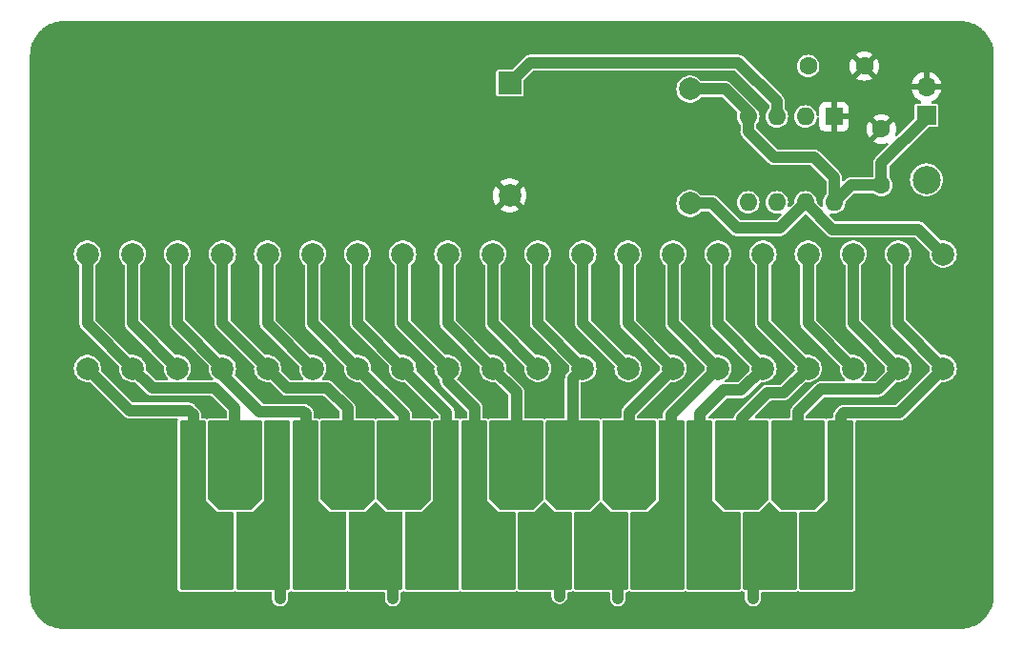
<source format=gbr>
%TF.GenerationSoftware,KiCad,Pcbnew,7.0.2*%
%TF.CreationDate,2023-07-28T17:59:40+01:00*%
%TF.ProjectId,pcb-stylophone_v2_to_make,7063622d-7374-4796-9c6f-70686f6e655f,rev?*%
%TF.SameCoordinates,Original*%
%TF.FileFunction,Copper,L1,Top*%
%TF.FilePolarity,Positive*%
%FSLAX46Y46*%
G04 Gerber Fmt 4.6, Leading zero omitted, Abs format (unit mm)*
G04 Created by KiCad (PCBNEW 7.0.2) date 2023-07-28 17:59:40*
%MOMM*%
%LPD*%
G01*
G04 APERTURE LIST*
%TA.AperFunction,ComponentPad*%
%ADD10R,1.600000X1.600000*%
%TD*%
%TA.AperFunction,ComponentPad*%
%ADD11O,1.600000X1.600000*%
%TD*%
%TA.AperFunction,ComponentPad*%
%ADD12C,2.000000*%
%TD*%
%TA.AperFunction,ComponentPad*%
%ADD13R,2.000000X2.000000*%
%TD*%
%TA.AperFunction,ComponentPad*%
%ADD14C,2.500000*%
%TD*%
%TA.AperFunction,ComponentPad*%
%ADD15C,1.600000*%
%TD*%
%TA.AperFunction,ComponentPad*%
%ADD16R,1.700000X1.700000*%
%TD*%
%TA.AperFunction,ComponentPad*%
%ADD17O,1.700000X1.700000*%
%TD*%
%TA.AperFunction,ViaPad*%
%ADD18C,0.800000*%
%TD*%
%TA.AperFunction,Conductor*%
%ADD19C,1.000000*%
%TD*%
G04 APERTURE END LIST*
D10*
%TO.P,U1,1,GND*%
%TO.N,GND*%
X155800000Y-104480000D03*
D11*
%TO.P,U1,2,TR*%
%TO.N,Net-(J22-Pin_1)*%
X153260000Y-104480000D03*
%TO.P,U1,3,Q*%
%TO.N,Net-(U1-Q)*%
X150720000Y-104480000D03*
%TO.P,U1,4,R*%
%TO.N,VCC*%
X148180000Y-104480000D03*
%TO.P,U1,5,CV*%
%TO.N,unconnected-(U1-CV-Pad5)*%
X148180000Y-112100000D03*
%TO.P,U1,6,THR*%
%TO.N,Net-(J22-Pin_1)*%
X150720000Y-112100000D03*
%TO.P,U1,7,DIS*%
%TO.N,Net-(U1-DIS)*%
X153260000Y-112100000D03*
%TO.P,U1,8,VCC*%
%TO.N,VCC*%
X155800000Y-112100000D03*
%TD*%
D12*
%TO.P,R16,1*%
%TO.N,Net-(J15-Pin_1)*%
X109500000Y-116700000D03*
%TO.P,R16,2*%
%TO.N,Net-(J16-Pin_1)*%
X109500000Y-126860000D03*
%TD*%
%TO.P,R2,2*%
%TO.N,Net-(J2-Pin_1)*%
X165500000Y-126860000D03*
%TO.P,R2,1*%
%TO.N,Net-(U1-DIS)*%
X165500000Y-116700000D03*
%TD*%
D13*
%TO.P,LS1,1,1*%
%TO.N,Net-(U1-Q)*%
X127000000Y-101500000D03*
D12*
%TO.P,LS1,2,2*%
%TO.N,GND*%
X127000000Y-111500000D03*
%TD*%
%TO.P,R18,1*%
%TO.N,Net-(J17-Pin_1)*%
X101500000Y-116700000D03*
%TO.P,R18,2*%
%TO.N,Net-(J18-Pin_1)*%
X101500000Y-126860000D03*
%TD*%
%TO.P,R17,1*%
%TO.N,Net-(J16-Pin_1)*%
X105500000Y-116700000D03*
%TO.P,R17,2*%
%TO.N,Net-(J17-Pin_1)*%
X105500000Y-126860000D03*
%TD*%
%TO.P,R20,1*%
%TO.N,Net-(J19-Pin_1)*%
X93500000Y-116700000D03*
%TO.P,R20,2*%
%TO.N,Net-(J20-Pin_1)*%
X93500000Y-126860000D03*
%TD*%
%TO.P,R13,1*%
%TO.N,Net-(J12-Pin_1)*%
X121500000Y-116700000D03*
%TO.P,R13,2*%
%TO.N,Net-(J13-Pin_1)*%
X121500000Y-126860000D03*
%TD*%
D14*
%TO.P,J22,1,Pin_1*%
%TO.N,Net-(J22-Pin_1)*%
X164000000Y-110100000D03*
%TD*%
D15*
%TO.P,C2,1*%
%TO.N,Net-(J22-Pin_1)*%
X153500000Y-100000000D03*
%TO.P,C2,2*%
%TO.N,GND*%
X158500000Y-100000000D03*
%TD*%
D12*
%TO.P,R11,1*%
%TO.N,Net-(J10-Pin_1)*%
X129500000Y-116700000D03*
%TO.P,R11,2*%
%TO.N,Net-(J11-Pin_1)*%
X129500000Y-126860000D03*
%TD*%
D16*
%TO.P,J1,1,Pin_1*%
%TO.N,VCC*%
X164000000Y-104375000D03*
D17*
%TO.P,J1,2,Pin_2*%
%TO.N,GND*%
X164000000Y-101835000D03*
%TD*%
D12*
%TO.P,R10,1*%
%TO.N,Net-(J9-Pin_1)*%
X133500000Y-116700000D03*
%TO.P,R10,2*%
%TO.N,Net-(J10-Pin_1)*%
X133500000Y-126860000D03*
%TD*%
%TO.P,R8,1*%
%TO.N,Net-(J7-Pin_1)*%
X141500000Y-116700000D03*
%TO.P,R8,2*%
%TO.N,Net-(J8-Pin_1)*%
X141500000Y-126860000D03*
%TD*%
%TO.P,R12,1*%
%TO.N,Net-(J11-Pin_1)*%
X125500000Y-116700000D03*
%TO.P,R12,2*%
%TO.N,Net-(J12-Pin_1)*%
X125500000Y-126860000D03*
%TD*%
%TO.P,R1,1*%
%TO.N,Net-(U1-DIS)*%
X143000000Y-112200000D03*
%TO.P,R1,2*%
%TO.N,VCC*%
X143000000Y-102040000D03*
%TD*%
%TO.P,R15,1*%
%TO.N,Net-(J14-Pin_1)*%
X113500000Y-116700000D03*
%TO.P,R15,2*%
%TO.N,Net-(J15-Pin_1)*%
X113500000Y-126860000D03*
%TD*%
%TO.P,R6,1*%
%TO.N,Net-(J5-Pin_1)*%
X149500000Y-116700000D03*
%TO.P,R6,2*%
%TO.N,Net-(J6-Pin_1)*%
X149500000Y-126860000D03*
%TD*%
D15*
%TO.P,C1,1*%
%TO.N,VCC*%
X160000000Y-110600000D03*
%TO.P,C1,2*%
%TO.N,GND*%
X160000000Y-105600000D03*
%TD*%
D12*
%TO.P,R19,1*%
%TO.N,Net-(J18-Pin_1)*%
X97500000Y-116700000D03*
%TO.P,R19,2*%
%TO.N,Net-(J19-Pin_1)*%
X97500000Y-126860000D03*
%TD*%
%TO.P,R3,1*%
%TO.N,Net-(J2-Pin_1)*%
X161500000Y-116700000D03*
%TO.P,R3,2*%
%TO.N,Net-(J3-Pin_1)*%
X161500000Y-126860000D03*
%TD*%
%TO.P,R4,1*%
%TO.N,Net-(J3-Pin_1)*%
X157500000Y-116700000D03*
%TO.P,R4,2*%
%TO.N,Net-(J4-Pin_1)*%
X157500000Y-126860000D03*
%TD*%
%TO.P,R21,1*%
%TO.N,Net-(J20-Pin_1)*%
X89500000Y-116700000D03*
%TO.P,R21,2*%
%TO.N,Net-(J21-Pin_1)*%
X89500000Y-126860000D03*
%TD*%
%TO.P,R7,1*%
%TO.N,Net-(J6-Pin_1)*%
X145500000Y-116700000D03*
%TO.P,R7,2*%
%TO.N,Net-(J7-Pin_1)*%
X145500000Y-126860000D03*
%TD*%
%TO.P,R9,1*%
%TO.N,Net-(J8-Pin_1)*%
X137500000Y-116700000D03*
%TO.P,R9,2*%
%TO.N,Net-(J9-Pin_1)*%
X137500000Y-126860000D03*
%TD*%
%TO.P,R5,1*%
%TO.N,Net-(J4-Pin_1)*%
X153500000Y-116700000D03*
%TO.P,R5,2*%
%TO.N,Net-(J5-Pin_1)*%
X153500000Y-126860000D03*
%TD*%
%TO.P,R14,1*%
%TO.N,Net-(J13-Pin_1)*%
X117500000Y-116700000D03*
%TO.P,R14,2*%
%TO.N,Net-(J14-Pin_1)*%
X117500000Y-126860000D03*
%TD*%
D18*
%TO.N,GND*%
X142000000Y-148000000D03*
X165000000Y-140000000D03*
X128000000Y-148000000D03*
X110000000Y-100000000D03*
X165000000Y-135000000D03*
X153000000Y-148000000D03*
X103000000Y-148000000D03*
X160000000Y-140000000D03*
X90000000Y-140000000D03*
X140000000Y-115000000D03*
X115000000Y-100000000D03*
X95000000Y-145000000D03*
X95000000Y-140000000D03*
X160000000Y-145000000D03*
X95000000Y-135000000D03*
X148200000Y-109200000D03*
X150000000Y-100000000D03*
X90000000Y-135000000D03*
X140000000Y-105000000D03*
X165000000Y-145000000D03*
X112000000Y-148000000D03*
X115000000Y-105000000D03*
X160000000Y-135000000D03*
X122000000Y-148000000D03*
X90000000Y-145000000D03*
X140000000Y-110000000D03*
X110000000Y-105000000D03*
%TO.N,Net-(J4-Pin_1)*%
X148600000Y-147300000D03*
%TO.N,Net-(J9-Pin_1)*%
X136600000Y-147300000D03*
%TO.N,Net-(J11-Pin_1)*%
X131400000Y-147100000D03*
%TO.N,Net-(J16-Pin_1)*%
X116600000Y-147300000D03*
%TO.N,Net-(J19-Pin_1)*%
X106600000Y-147300000D03*
%TD*%
D19*
%TO.N,VCC*%
X155800000Y-112100000D02*
X155800000Y-109900000D01*
X146140000Y-102040000D02*
X148180000Y-104080000D01*
X155800000Y-109900000D02*
X154000000Y-108100000D01*
X143000000Y-102040000D02*
X146140000Y-102040000D01*
X160000000Y-110600000D02*
X157300000Y-110600000D01*
X160000000Y-108600000D02*
X160000000Y-110600000D01*
X154000000Y-108100000D02*
X150500000Y-108100000D01*
X148180000Y-104080000D02*
X148180000Y-104480000D01*
X157300000Y-110600000D02*
X155800000Y-112100000D01*
X164000000Y-104375000D02*
X164000000Y-104600000D01*
X148180000Y-105780000D02*
X148180000Y-104480000D01*
X164000000Y-104600000D02*
X160000000Y-108600000D01*
X150500000Y-108100000D02*
X148180000Y-105780000D01*
%TO.N,Net-(J2-Pin_1)*%
X155100000Y-141500000D02*
X155100000Y-140700000D01*
X156700000Y-130800000D02*
X161560000Y-130800000D01*
X161500000Y-122860000D02*
X165500000Y-126860000D01*
X161500000Y-116700000D02*
X161500000Y-122860000D01*
X156400000Y-131100000D02*
X156700000Y-130800000D01*
X161560000Y-130800000D02*
X165500000Y-126860000D01*
X156400000Y-139400000D02*
X156400000Y-131100000D01*
X155100000Y-140700000D02*
X156400000Y-139400000D01*
%TO.N,Net-(J3-Pin_1)*%
X152600000Y-130750000D02*
X154650000Y-128700000D01*
X154650000Y-128700000D02*
X159700000Y-128700000D01*
X157500000Y-122860000D02*
X161500000Y-126860000D01*
X157500000Y-116700000D02*
X157500000Y-122860000D01*
X161500000Y-126900000D02*
X161500000Y-126860000D01*
X159700000Y-128700000D02*
X161500000Y-126900000D01*
X152600000Y-136500000D02*
X152600000Y-130750000D01*
%TO.N,Net-(J4-Pin_1)*%
X150100000Y-143700000D02*
X150100000Y-141500000D01*
X148600000Y-147300000D02*
X148600000Y-145200000D01*
X153500000Y-122860000D02*
X157500000Y-126860000D01*
X153500000Y-116700000D02*
X153500000Y-122860000D01*
X148600000Y-145200000D02*
X150100000Y-143700000D01*
%TO.N,Net-(J5-Pin_1)*%
X147600000Y-136500000D02*
X147600000Y-131300000D01*
X149500000Y-122860000D02*
X153500000Y-126860000D01*
X149900000Y-129000000D02*
X151360000Y-129000000D01*
X147600000Y-131300000D02*
X149900000Y-129000000D01*
X149500000Y-116700000D02*
X149500000Y-122860000D01*
X151360000Y-129000000D02*
X153500000Y-126860000D01*
%TO.N,Net-(J6-Pin_1)*%
X147560000Y-128800000D02*
X149500000Y-126860000D01*
X146000000Y-128800000D02*
X147560000Y-128800000D01*
X145100000Y-141500000D02*
X143900000Y-140300000D01*
X145500000Y-116700000D02*
X145500000Y-122860000D01*
X143900000Y-130900000D02*
X146000000Y-128800000D01*
X145500000Y-122860000D02*
X149500000Y-126860000D01*
X143900000Y-140300000D02*
X143900000Y-130900000D01*
%TO.N,Net-(J7-Pin_1)*%
X141500000Y-122860000D02*
X145500000Y-126860000D01*
X141500000Y-116700000D02*
X141500000Y-122860000D01*
X141300000Y-140300000D02*
X141300000Y-131000000D01*
X141300000Y-131000000D02*
X145440000Y-126860000D01*
X145440000Y-126860000D02*
X145500000Y-126860000D01*
X140100000Y-141500000D02*
X141300000Y-140300000D01*
%TO.N,Net-(J8-Pin_1)*%
X137500000Y-116700000D02*
X137500000Y-122860000D01*
X137600000Y-136500000D02*
X137600000Y-130760000D01*
X137600000Y-130760000D02*
X141500000Y-126860000D01*
X137500000Y-122860000D02*
X141500000Y-126860000D01*
%TO.N,Net-(J9-Pin_1)*%
X133500000Y-122860000D02*
X137500000Y-126860000D01*
X135100000Y-144000000D02*
X136400000Y-145300000D01*
X133500000Y-116700000D02*
X133500000Y-122860000D01*
X136600000Y-145500000D02*
X136600000Y-147300000D01*
X136400000Y-145300000D02*
X136600000Y-145500000D01*
X135100000Y-141500000D02*
X135100000Y-144000000D01*
%TO.N,Net-(J10-Pin_1)*%
X132600000Y-136500000D02*
X132600000Y-127760000D01*
X132600000Y-127760000D02*
X133500000Y-126860000D01*
X129500000Y-116700000D02*
X129500000Y-122860000D01*
X129500000Y-122860000D02*
X133500000Y-126860000D01*
%TO.N,Net-(J11-Pin_1)*%
X125500000Y-116700000D02*
X125500000Y-122860000D01*
X125500000Y-122860000D02*
X129500000Y-126860000D01*
X130100000Y-141500000D02*
X130100000Y-144300000D01*
X131400000Y-145600000D02*
X131400000Y-147100000D01*
X130100000Y-144300000D02*
X131400000Y-145600000D01*
%TO.N,Net-(J12-Pin_1)*%
X121500000Y-116700000D02*
X121500000Y-122860000D01*
X127600000Y-128960000D02*
X125500000Y-126860000D01*
X121500000Y-122860000D02*
X125500000Y-126860000D01*
X127600000Y-136500000D02*
X127600000Y-128960000D01*
%TO.N,Net-(J13-Pin_1)*%
X117500000Y-122860000D02*
X121500000Y-126860000D01*
X117500000Y-116700000D02*
X117500000Y-122860000D01*
X121500000Y-128000000D02*
X121500000Y-126860000D01*
X125100000Y-141500000D02*
X123900000Y-140300000D01*
X123900000Y-140300000D02*
X123900000Y-130400000D01*
X123900000Y-130400000D02*
X121500000Y-128000000D01*
%TO.N,Net-(J14-Pin_1)*%
X113500000Y-122860000D02*
X117500000Y-126860000D01*
X120100000Y-141500000D02*
X121400000Y-140200000D01*
X113500000Y-116700000D02*
X113500000Y-122860000D01*
X121400000Y-130760000D02*
X117500000Y-126860000D01*
X121400000Y-140200000D02*
X121400000Y-130760000D01*
%TO.N,Net-(J15-Pin_1)*%
X117600000Y-130960000D02*
X113500000Y-126860000D01*
X109500000Y-116700000D02*
X109500000Y-122860000D01*
X117600000Y-136500000D02*
X117600000Y-130960000D01*
X109500000Y-122860000D02*
X113500000Y-126860000D01*
%TO.N,Net-(J16-Pin_1)*%
X116600000Y-145800000D02*
X116600000Y-147300000D01*
X116100000Y-145300000D02*
X116600000Y-145800000D01*
X115100000Y-141500000D02*
X115100000Y-144300000D01*
X105500000Y-122860000D02*
X109500000Y-126860000D01*
X115100000Y-144300000D02*
X116100000Y-145300000D01*
X105500000Y-116700000D02*
X105500000Y-122860000D01*
%TO.N,Net-(J17-Pin_1)*%
X101500000Y-122860000D02*
X105500000Y-126860000D01*
X107240000Y-128600000D02*
X105500000Y-126860000D01*
X110800000Y-128600000D02*
X107240000Y-128600000D01*
X112600000Y-136500000D02*
X112600000Y-130400000D01*
X112600000Y-130400000D02*
X110800000Y-128600000D01*
X101500000Y-116700000D02*
X101500000Y-122860000D01*
%TO.N,Net-(J18-Pin_1)*%
X110100000Y-141500000D02*
X110100000Y-140900000D01*
X108900000Y-139700000D02*
X108900000Y-130900000D01*
X108700000Y-130700000D02*
X104800000Y-130700000D01*
X110100000Y-140900000D02*
X108900000Y-139700000D01*
X97500000Y-122860000D02*
X101500000Y-126860000D01*
X101500000Y-127400000D02*
X101500000Y-126860000D01*
X104800000Y-130700000D02*
X101500000Y-127400000D01*
X108900000Y-130900000D02*
X108700000Y-130700000D01*
X97500000Y-116700000D02*
X97500000Y-122860000D01*
%TO.N,Net-(J19-Pin_1)*%
X93500000Y-122860000D02*
X97500000Y-126860000D01*
X106600000Y-145700000D02*
X106600000Y-147300000D01*
X93500000Y-116700000D02*
X93500000Y-122860000D01*
X105100000Y-141500000D02*
X105100000Y-144200000D01*
X105100000Y-144200000D02*
X106600000Y-145700000D01*
%TO.N,Net-(J20-Pin_1)*%
X89500000Y-122860000D02*
X93500000Y-126860000D01*
X102600000Y-136500000D02*
X102600000Y-130400000D01*
X95240000Y-128600000D02*
X93500000Y-126860000D01*
X100800000Y-128600000D02*
X95240000Y-128600000D01*
X89500000Y-116700000D02*
X89500000Y-122860000D01*
X102600000Y-130400000D02*
X100800000Y-128600000D01*
%TO.N,Net-(J21-Pin_1)*%
X98900000Y-131000000D02*
X98500000Y-130600000D01*
X99100000Y-140100000D02*
X98900000Y-139900000D01*
X99100000Y-140500000D02*
X99100000Y-140100000D01*
X100100000Y-141500000D02*
X99100000Y-140500000D01*
X93240000Y-130600000D02*
X89500000Y-126860000D01*
X98900000Y-139900000D02*
X98900000Y-131000000D01*
X98500000Y-130600000D02*
X93240000Y-130600000D01*
%TO.N,Net-(U1-Q)*%
X128800000Y-99700000D02*
X127000000Y-101500000D01*
X150720000Y-103120000D02*
X147300000Y-99700000D01*
X150720000Y-104480000D02*
X150720000Y-103120000D01*
X147300000Y-99700000D02*
X128800000Y-99700000D01*
%TO.N,Net-(U1-DIS)*%
X165500000Y-116700000D02*
X163300000Y-114500000D01*
X145000000Y-112200000D02*
X147200000Y-114400000D01*
X163300000Y-114500000D02*
X155660000Y-114500000D01*
X155660000Y-114500000D02*
X153260000Y-112100000D01*
X147200000Y-114400000D02*
X150960000Y-114400000D01*
X150960000Y-114400000D02*
X153260000Y-112100000D01*
X143000000Y-112200000D02*
X145000000Y-112200000D01*
%TD*%
%TA.AperFunction,Conductor*%
%TO.N,Net-(J9-Pin_1)*%
G36*
X135137883Y-138757113D02*
G01*
X135139613Y-138757829D01*
X135152515Y-138763174D01*
X135184634Y-138784634D01*
X136000000Y-139600000D01*
X136086835Y-139600000D01*
X136101360Y-139601071D01*
X136111709Y-139602607D01*
X136131028Y-139604510D01*
X136151173Y-139605500D01*
X137393587Y-139605500D01*
X137431472Y-139613036D01*
X137432824Y-139613596D01*
X137479350Y-139653332D01*
X137486405Y-139667180D01*
X137487635Y-139670150D01*
X137494665Y-139717471D01*
X137494858Y-139714850D01*
X137494739Y-139717258D01*
X137494500Y-139719691D01*
X137494500Y-146380308D01*
X137494737Y-146382721D01*
X137494857Y-146385153D01*
X137494660Y-146382493D01*
X137487634Y-146429853D01*
X137486403Y-146432825D01*
X137446666Y-146479351D01*
X137432826Y-146486403D01*
X137426680Y-146488948D01*
X137418195Y-146492463D01*
X137380309Y-146500000D01*
X132819691Y-146500000D01*
X132781805Y-146492463D01*
X132767170Y-146486401D01*
X132720647Y-146446663D01*
X132713598Y-146432830D01*
X132713596Y-146432825D01*
X132712367Y-146429858D01*
X132705340Y-146382467D01*
X132705142Y-146385155D01*
X132705260Y-146382735D01*
X132705500Y-146380308D01*
X132705500Y-139719691D01*
X132705260Y-139717264D01*
X132705142Y-139714844D01*
X132705340Y-139717531D01*
X132712367Y-139670141D01*
X132713599Y-139667167D01*
X132753337Y-139620646D01*
X132767194Y-139613588D01*
X132768551Y-139613026D01*
X132806413Y-139605500D01*
X134047631Y-139605500D01*
X134048827Y-139605500D01*
X134068979Y-139604509D01*
X134088301Y-139602605D01*
X134098632Y-139601072D01*
X134113163Y-139600000D01*
X134158578Y-139600000D01*
X134158579Y-139600000D01*
X134200000Y-139600000D01*
X135015365Y-138784633D01*
X135047483Y-138763174D01*
X135062113Y-138757114D01*
X135123110Y-138752313D01*
X135137883Y-138757113D01*
G37*
%TD.AperFunction*%
%TD*%
%TA.AperFunction,Conductor*%
%TO.N,Net-(J8-Pin_1)*%
G36*
X139918192Y-131507535D02*
G01*
X139932825Y-131513596D01*
X139979351Y-131553333D01*
X139986405Y-131567180D01*
X139987635Y-131570150D01*
X139994665Y-131617471D01*
X139994858Y-131614850D01*
X139994739Y-131617258D01*
X139994500Y-131619691D01*
X139994500Y-131622128D01*
X139994500Y-131622131D01*
X139994500Y-138463654D01*
X139977808Y-138518667D01*
X139976121Y-138521191D01*
X139963817Y-138536182D01*
X139136182Y-139363817D01*
X139121206Y-139376111D01*
X139118683Y-139377798D01*
X139063655Y-139394500D01*
X137819691Y-139394500D01*
X137817270Y-139394738D01*
X137817258Y-139394739D01*
X137782023Y-139398209D01*
X137782005Y-139398211D01*
X137779605Y-139398448D01*
X137777226Y-139398921D01*
X137777173Y-139398929D01*
X137762652Y-139400000D01*
X136151173Y-139400000D01*
X136131854Y-139398097D01*
X136128794Y-139397488D01*
X136122460Y-139396228D01*
X136086779Y-139381447D01*
X136078820Y-139376129D01*
X136063817Y-139363817D01*
X135236182Y-138536182D01*
X135223873Y-138521183D01*
X135221619Y-138517810D01*
X135205008Y-138458923D01*
X135205052Y-138457936D01*
X135205441Y-138450033D01*
X135205441Y-138450020D01*
X135205500Y-138448826D01*
X135205500Y-131619691D01*
X135205260Y-131617264D01*
X135205142Y-131614844D01*
X135205340Y-131617531D01*
X135212367Y-131570141D01*
X135213599Y-131567167D01*
X135253337Y-131520646D01*
X135267166Y-131513599D01*
X135281810Y-131507534D01*
X135319691Y-131500000D01*
X139880309Y-131500000D01*
X139918192Y-131507535D01*
G37*
%TD.AperFunction*%
%TD*%
%TA.AperFunction,Conductor*%
%TO.N,Net-(J18-Pin_1)*%
G36*
X109918192Y-131507535D02*
G01*
X109932825Y-131513596D01*
X109979351Y-131553333D01*
X109986405Y-131567180D01*
X109987635Y-131570150D01*
X109994665Y-131617471D01*
X109994858Y-131614850D01*
X109994739Y-131617258D01*
X109994500Y-131619691D01*
X109994500Y-138448826D01*
X109994557Y-138449993D01*
X109994558Y-138450020D01*
X109995429Y-138467757D01*
X109995431Y-138467795D01*
X109995489Y-138468959D01*
X109995603Y-138470124D01*
X109995606Y-138470155D01*
X109997270Y-138487057D01*
X109997273Y-138487084D01*
X109997390Y-138488269D01*
X109997569Y-138489482D01*
X109997570Y-138489483D01*
X109998929Y-138498648D01*
X110000000Y-138513169D01*
X110000000Y-138600000D01*
X111000000Y-139600000D01*
X111086835Y-139600000D01*
X111101360Y-139601071D01*
X111111709Y-139602607D01*
X111131028Y-139604510D01*
X111151173Y-139605500D01*
X112393587Y-139605500D01*
X112431472Y-139613036D01*
X112432824Y-139613596D01*
X112479350Y-139653332D01*
X112486405Y-139667180D01*
X112487635Y-139670150D01*
X112494665Y-139717471D01*
X112494858Y-139714850D01*
X112494739Y-139717258D01*
X112494500Y-139719691D01*
X112494500Y-146380308D01*
X112494737Y-146382721D01*
X112494857Y-146385153D01*
X112494660Y-146382493D01*
X112487634Y-146429853D01*
X112486403Y-146432825D01*
X112446666Y-146479351D01*
X112432826Y-146486403D01*
X112426680Y-146488948D01*
X112418195Y-146492463D01*
X112380309Y-146500000D01*
X107819691Y-146500000D01*
X107781805Y-146492463D01*
X107767170Y-146486401D01*
X107720647Y-146446663D01*
X107713598Y-146432830D01*
X107713596Y-146432825D01*
X107712367Y-146429858D01*
X107705340Y-146382467D01*
X107705142Y-146385155D01*
X107705260Y-146382735D01*
X107705500Y-146380308D01*
X107705500Y-131619691D01*
X107705260Y-131617264D01*
X107705142Y-131614844D01*
X107705340Y-131617531D01*
X107712367Y-131570141D01*
X107713599Y-131567167D01*
X107753337Y-131520646D01*
X107767166Y-131513599D01*
X107781810Y-131507534D01*
X107819691Y-131500000D01*
X109880309Y-131500000D01*
X109918192Y-131507535D01*
G37*
%TD.AperFunction*%
%TD*%
%TA.AperFunction,Conductor*%
%TO.N,Net-(J16-Pin_1)*%
G36*
X115137883Y-138757113D02*
G01*
X115139613Y-138757829D01*
X115152515Y-138763174D01*
X115184634Y-138784634D01*
X116000000Y-139600000D01*
X116086835Y-139600000D01*
X116101360Y-139601071D01*
X116111709Y-139602607D01*
X116131028Y-139604510D01*
X116151173Y-139605500D01*
X117393587Y-139605500D01*
X117431472Y-139613036D01*
X117432824Y-139613596D01*
X117479350Y-139653332D01*
X117486405Y-139667180D01*
X117487635Y-139670150D01*
X117494665Y-139717471D01*
X117494858Y-139714850D01*
X117494739Y-139717258D01*
X117494500Y-139719691D01*
X117494500Y-146380308D01*
X117494737Y-146382721D01*
X117494857Y-146385153D01*
X117494660Y-146382493D01*
X117487634Y-146429853D01*
X117486403Y-146432825D01*
X117446666Y-146479351D01*
X117432826Y-146486403D01*
X117426680Y-146488948D01*
X117418195Y-146492463D01*
X117380309Y-146500000D01*
X112819691Y-146500000D01*
X112781805Y-146492463D01*
X112767170Y-146486401D01*
X112720647Y-146446663D01*
X112713596Y-146432825D01*
X112707534Y-146418190D01*
X112700000Y-146380308D01*
X112700000Y-139719691D01*
X112707534Y-139681810D01*
X112713596Y-139667173D01*
X112753331Y-139620650D01*
X112767194Y-139613588D01*
X112768551Y-139613026D01*
X112806413Y-139605500D01*
X114047631Y-139605500D01*
X114048827Y-139605500D01*
X114068979Y-139604509D01*
X114088301Y-139602605D01*
X114098632Y-139601072D01*
X114113163Y-139600000D01*
X114158578Y-139600000D01*
X114158579Y-139600000D01*
X114200000Y-139600000D01*
X115015365Y-138784633D01*
X115047483Y-138763174D01*
X115062113Y-138757114D01*
X115123110Y-138752313D01*
X115137883Y-138757113D01*
G37*
%TD.AperFunction*%
%TD*%
%TA.AperFunction,Conductor*%
%TO.N,Net-(J10-Pin_1)*%
G36*
X134918192Y-131507535D02*
G01*
X134932825Y-131513596D01*
X134979351Y-131553333D01*
X134986401Y-131567169D01*
X134992463Y-131581805D01*
X135000000Y-131619691D01*
X135000000Y-138448826D01*
X134998097Y-138468146D01*
X134996228Y-138477539D01*
X134981447Y-138513220D01*
X134976129Y-138521179D01*
X134963817Y-138536182D01*
X134136182Y-139363817D01*
X134121179Y-139376129D01*
X134113220Y-139381447D01*
X134077541Y-139396227D01*
X134068149Y-139398096D01*
X134048827Y-139400000D01*
X132437351Y-139400000D01*
X132422830Y-139398929D01*
X132422775Y-139398920D01*
X132420398Y-139398448D01*
X132417997Y-139398211D01*
X132417980Y-139398209D01*
X132382741Y-139394739D01*
X132382730Y-139394738D01*
X132380309Y-139394500D01*
X132377869Y-139394500D01*
X131136345Y-139394500D01*
X131081332Y-139377808D01*
X131078808Y-139376121D01*
X131063817Y-139363817D01*
X130236182Y-138536182D01*
X130223873Y-138521183D01*
X130221619Y-138517810D01*
X130205008Y-138458923D01*
X130205052Y-138457936D01*
X130205441Y-138450033D01*
X130205441Y-138450020D01*
X130205500Y-138448826D01*
X130205500Y-131619691D01*
X130205260Y-131617264D01*
X130205142Y-131614844D01*
X130205340Y-131617531D01*
X130212367Y-131570141D01*
X130213599Y-131567167D01*
X130253337Y-131520646D01*
X130267166Y-131513599D01*
X130281810Y-131507534D01*
X130319691Y-131500000D01*
X134880309Y-131500000D01*
X134918192Y-131507535D01*
G37*
%TD.AperFunction*%
%TD*%
%TA.AperFunction,Conductor*%
%TO.N,Net-(J3-Pin_1)*%
G36*
X154918192Y-131507535D02*
G01*
X154932825Y-131513596D01*
X154979351Y-131553333D01*
X154986405Y-131567180D01*
X154987635Y-131570150D01*
X154994665Y-131617471D01*
X154994858Y-131614850D01*
X154994739Y-131617258D01*
X154994500Y-131619691D01*
X154994500Y-131622128D01*
X154994500Y-131622131D01*
X154994500Y-138463654D01*
X154977808Y-138518667D01*
X154976121Y-138521191D01*
X154963817Y-138536182D01*
X154136182Y-139363817D01*
X154121206Y-139376111D01*
X154118683Y-139377798D01*
X154063655Y-139394500D01*
X152819691Y-139394500D01*
X152817270Y-139394738D01*
X152817258Y-139394739D01*
X152782023Y-139398209D01*
X152782005Y-139398211D01*
X152779605Y-139398448D01*
X152777226Y-139398921D01*
X152777173Y-139398929D01*
X152762652Y-139400000D01*
X152437351Y-139400000D01*
X152422830Y-139398929D01*
X152422775Y-139398920D01*
X152420398Y-139398448D01*
X152417997Y-139398211D01*
X152417980Y-139398209D01*
X152382741Y-139394739D01*
X152382730Y-139394738D01*
X152380309Y-139394500D01*
X152377869Y-139394500D01*
X151136345Y-139394500D01*
X151081332Y-139377808D01*
X151078808Y-139376121D01*
X151063817Y-139363817D01*
X150236182Y-138536182D01*
X150223873Y-138521183D01*
X150221619Y-138517810D01*
X150205008Y-138458923D01*
X150205052Y-138457936D01*
X150205441Y-138450033D01*
X150205441Y-138450020D01*
X150205500Y-138448826D01*
X150205500Y-131619691D01*
X150205260Y-131617264D01*
X150205142Y-131614844D01*
X150205340Y-131617531D01*
X150212367Y-131570141D01*
X150213599Y-131567167D01*
X150253337Y-131520646D01*
X150267166Y-131513599D01*
X150281810Y-131507534D01*
X150319691Y-131500000D01*
X154880309Y-131500000D01*
X154918192Y-131507535D01*
G37*
%TD.AperFunction*%
%TD*%
%TA.AperFunction,Conductor*%
%TO.N,Net-(J20-Pin_1)*%
G36*
X104918192Y-131507535D02*
G01*
X104932825Y-131513596D01*
X104979351Y-131553333D01*
X104986401Y-131567169D01*
X104987631Y-131570138D01*
X104994665Y-131617470D01*
X104994858Y-131614849D01*
X104994739Y-131617257D01*
X104994500Y-131619690D01*
X104994500Y-131622128D01*
X104994500Y-131622130D01*
X104994500Y-138463654D01*
X104977808Y-138518667D01*
X104976121Y-138521191D01*
X104963817Y-138536182D01*
X104136182Y-139363817D01*
X104121206Y-139376111D01*
X104118683Y-139377798D01*
X104063655Y-139394500D01*
X102819691Y-139394500D01*
X102817270Y-139394738D01*
X102817258Y-139394739D01*
X102782023Y-139398209D01*
X102782005Y-139398211D01*
X102779605Y-139398448D01*
X102777226Y-139398921D01*
X102777173Y-139398929D01*
X102762652Y-139400000D01*
X102437351Y-139400000D01*
X102422830Y-139398929D01*
X102422775Y-139398920D01*
X102420398Y-139398448D01*
X102417997Y-139398211D01*
X102417980Y-139398209D01*
X102382741Y-139394739D01*
X102382730Y-139394738D01*
X102380309Y-139394500D01*
X102377869Y-139394500D01*
X101136345Y-139394500D01*
X101081332Y-139377808D01*
X101078808Y-139376121D01*
X101063817Y-139363817D01*
X100236182Y-138536182D01*
X100223863Y-138521169D01*
X100222177Y-138518645D01*
X100205500Y-138463654D01*
X100205500Y-131622128D01*
X100205500Y-131622127D01*
X100205500Y-131619691D01*
X100205260Y-131617264D01*
X100205142Y-131614844D01*
X100205340Y-131617531D01*
X100212367Y-131570141D01*
X100213599Y-131567167D01*
X100253337Y-131520646D01*
X100267166Y-131513599D01*
X100281810Y-131507534D01*
X100319691Y-131500000D01*
X104880309Y-131500000D01*
X104918192Y-131507535D01*
G37*
%TD.AperFunction*%
%TD*%
%TA.AperFunction,Conductor*%
%TO.N,Net-(J15-Pin_1)*%
G36*
X119918192Y-131507535D02*
G01*
X119932825Y-131513596D01*
X119979351Y-131553333D01*
X119986405Y-131567180D01*
X119987635Y-131570150D01*
X119994665Y-131617471D01*
X119994858Y-131614850D01*
X119994739Y-131617258D01*
X119994500Y-131619691D01*
X119994500Y-131622128D01*
X119994500Y-131622131D01*
X119994500Y-138463654D01*
X119977808Y-138518667D01*
X119976121Y-138521191D01*
X119963817Y-138536182D01*
X119136182Y-139363817D01*
X119121206Y-139376111D01*
X119118683Y-139377798D01*
X119063655Y-139394500D01*
X117819691Y-139394500D01*
X117817270Y-139394738D01*
X117817258Y-139394739D01*
X117782023Y-139398209D01*
X117782005Y-139398211D01*
X117779605Y-139398448D01*
X117777226Y-139398921D01*
X117777173Y-139398929D01*
X117762652Y-139400000D01*
X116151173Y-139400000D01*
X116131854Y-139398097D01*
X116128794Y-139397488D01*
X116122460Y-139396228D01*
X116086779Y-139381447D01*
X116078820Y-139376129D01*
X116063817Y-139363817D01*
X115236182Y-138536182D01*
X115223873Y-138521183D01*
X115221619Y-138517810D01*
X115205008Y-138458923D01*
X115205052Y-138457936D01*
X115205441Y-138450033D01*
X115205441Y-138450020D01*
X115205500Y-138448826D01*
X115205500Y-131619691D01*
X115205260Y-131617264D01*
X115205142Y-131614844D01*
X115205340Y-131617531D01*
X115212367Y-131570141D01*
X115213599Y-131567167D01*
X115253337Y-131520646D01*
X115267166Y-131513599D01*
X115281810Y-131507534D01*
X115319691Y-131500000D01*
X119880309Y-131500000D01*
X119918192Y-131507535D01*
G37*
%TD.AperFunction*%
%TD*%
%TA.AperFunction,Conductor*%
%TO.N,Net-(J11-Pin_1)*%
G36*
X130137883Y-138757113D02*
G01*
X130139613Y-138757829D01*
X130152515Y-138763174D01*
X130184634Y-138784634D01*
X131000000Y-139600000D01*
X132380309Y-139600000D01*
X132418192Y-139607535D01*
X132432825Y-139613596D01*
X132479351Y-139653333D01*
X132486401Y-139667169D01*
X132492463Y-139681805D01*
X132500000Y-139719691D01*
X132500000Y-146380308D01*
X132492463Y-146418197D01*
X132486402Y-146432828D01*
X132446663Y-146479352D01*
X132432830Y-146486401D01*
X132425448Y-146489458D01*
X132418197Y-146492462D01*
X132380309Y-146500000D01*
X127819691Y-146500000D01*
X127781805Y-146492463D01*
X127767170Y-146486401D01*
X127720647Y-146446663D01*
X127713598Y-146432830D01*
X127712367Y-146429858D01*
X127705340Y-146382467D01*
X127705142Y-146385155D01*
X127705260Y-146382735D01*
X127705500Y-146380308D01*
X127705500Y-139719691D01*
X127705260Y-139717264D01*
X127705142Y-139714844D01*
X127705340Y-139717531D01*
X127712367Y-139670141D01*
X127713599Y-139667167D01*
X127753337Y-139620646D01*
X127767194Y-139613588D01*
X127768551Y-139613026D01*
X127806413Y-139605500D01*
X129047631Y-139605500D01*
X129048827Y-139605500D01*
X129068979Y-139604509D01*
X129088301Y-139602605D01*
X129098632Y-139601072D01*
X129113163Y-139600000D01*
X129158578Y-139600000D01*
X129158579Y-139600000D01*
X129200000Y-139600000D01*
X130015365Y-138784633D01*
X130047483Y-138763174D01*
X130062113Y-138757114D01*
X130123110Y-138752313D01*
X130137883Y-138757113D01*
G37*
%TD.AperFunction*%
%TD*%
%TA.AperFunction,Conductor*%
%TO.N,Net-(J6-Pin_1)*%
G36*
X144918192Y-131507535D02*
G01*
X144932825Y-131513596D01*
X144979351Y-131553333D01*
X144986405Y-131567180D01*
X144987635Y-131570150D01*
X144994665Y-131617471D01*
X144994858Y-131614850D01*
X144994739Y-131617258D01*
X144994500Y-131619691D01*
X144994500Y-138448826D01*
X144994557Y-138449993D01*
X144994558Y-138450020D01*
X144995429Y-138467757D01*
X144995431Y-138467795D01*
X144995489Y-138468959D01*
X144995603Y-138470124D01*
X144995606Y-138470155D01*
X144997270Y-138487057D01*
X144997273Y-138487084D01*
X144997390Y-138488269D01*
X144997569Y-138489482D01*
X144997570Y-138489483D01*
X144998929Y-138498648D01*
X145000000Y-138513169D01*
X145000000Y-138600000D01*
X146000000Y-139600000D01*
X146086835Y-139600000D01*
X146101360Y-139601071D01*
X146111709Y-139602607D01*
X146131028Y-139604510D01*
X146151173Y-139605500D01*
X147393587Y-139605500D01*
X147431472Y-139613036D01*
X147432824Y-139613596D01*
X147479350Y-139653332D01*
X147486405Y-139667180D01*
X147487635Y-139670150D01*
X147494665Y-139717471D01*
X147494858Y-139714850D01*
X147494739Y-139717258D01*
X147494500Y-139719691D01*
X147494500Y-146380308D01*
X147494737Y-146382721D01*
X147494857Y-146385153D01*
X147494660Y-146382493D01*
X147487634Y-146429853D01*
X147486403Y-146432825D01*
X147446666Y-146479351D01*
X147432826Y-146486403D01*
X147426680Y-146488948D01*
X147418195Y-146492463D01*
X147380309Y-146500000D01*
X142819691Y-146500000D01*
X142781805Y-146492463D01*
X142767170Y-146486401D01*
X142720647Y-146446663D01*
X142713598Y-146432830D01*
X142713596Y-146432825D01*
X142712367Y-146429858D01*
X142705340Y-146382467D01*
X142705142Y-146385155D01*
X142705260Y-146382735D01*
X142705500Y-146380308D01*
X142705500Y-131619691D01*
X142705260Y-131617264D01*
X142705142Y-131614844D01*
X142705340Y-131617531D01*
X142712367Y-131570141D01*
X142713599Y-131567167D01*
X142753337Y-131520646D01*
X142767166Y-131513599D01*
X142781810Y-131507534D01*
X142819691Y-131500000D01*
X144880309Y-131500000D01*
X144918192Y-131507535D01*
G37*
%TD.AperFunction*%
%TD*%
%TA.AperFunction,Conductor*%
%TO.N,Net-(J13-Pin_1)*%
G36*
X124918192Y-131507535D02*
G01*
X124932825Y-131513596D01*
X124979351Y-131553333D01*
X124986405Y-131567180D01*
X124987635Y-131570150D01*
X124994665Y-131617471D01*
X124994858Y-131614850D01*
X124994739Y-131617258D01*
X124994500Y-131619691D01*
X124994500Y-138448826D01*
X124994557Y-138449993D01*
X124994558Y-138450020D01*
X124995429Y-138467757D01*
X124995431Y-138467795D01*
X124995489Y-138468959D01*
X124995603Y-138470124D01*
X124995606Y-138470155D01*
X124997270Y-138487057D01*
X124997273Y-138487084D01*
X124997390Y-138488269D01*
X124997569Y-138489482D01*
X124997570Y-138489483D01*
X124998929Y-138498648D01*
X125000000Y-138513169D01*
X125000000Y-138600000D01*
X126000000Y-139600000D01*
X126086835Y-139600000D01*
X126101360Y-139601071D01*
X126111709Y-139602607D01*
X126131028Y-139604510D01*
X126151173Y-139605500D01*
X126152372Y-139605500D01*
X127393587Y-139605500D01*
X127431472Y-139613036D01*
X127432824Y-139613596D01*
X127479350Y-139653332D01*
X127486401Y-139667170D01*
X127492463Y-139681805D01*
X127500000Y-139719691D01*
X127500000Y-146380308D01*
X127492463Y-146418197D01*
X127486402Y-146432828D01*
X127446663Y-146479352D01*
X127432830Y-146486401D01*
X127425448Y-146489458D01*
X127418197Y-146492462D01*
X127380309Y-146500000D01*
X122819691Y-146500000D01*
X122781805Y-146492463D01*
X122767170Y-146486401D01*
X122720647Y-146446663D01*
X122713598Y-146432830D01*
X122712367Y-146429858D01*
X122705340Y-146382467D01*
X122705142Y-146385155D01*
X122705260Y-146382735D01*
X122705500Y-146380308D01*
X122705500Y-131619691D01*
X122705260Y-131617264D01*
X122705142Y-131614844D01*
X122705340Y-131617531D01*
X122712367Y-131570141D01*
X122713599Y-131567167D01*
X122753337Y-131520646D01*
X122767166Y-131513599D01*
X122781810Y-131507534D01*
X122819691Y-131500000D01*
X124880309Y-131500000D01*
X124918192Y-131507535D01*
G37*
%TD.AperFunction*%
%TD*%
%TA.AperFunction,Conductor*%
%TO.N,Net-(J2-Pin_1)*%
G36*
X157418192Y-131507535D02*
G01*
X157432825Y-131513596D01*
X157479351Y-131553333D01*
X157486401Y-131567170D01*
X157492463Y-131581805D01*
X157500000Y-131619691D01*
X157500000Y-146380308D01*
X157492463Y-146418197D01*
X157486402Y-146432828D01*
X157446663Y-146479352D01*
X157432830Y-146486401D01*
X157425448Y-146489458D01*
X157418197Y-146492462D01*
X157380309Y-146500000D01*
X152819691Y-146500000D01*
X152781805Y-146492463D01*
X152767170Y-146486401D01*
X152720647Y-146446663D01*
X152713598Y-146432830D01*
X152712367Y-146429858D01*
X152705340Y-146382467D01*
X152705142Y-146385155D01*
X152705260Y-146382735D01*
X152705500Y-146380308D01*
X152705500Y-139719691D01*
X152705260Y-139717264D01*
X152705142Y-139714844D01*
X152705340Y-139717531D01*
X152712367Y-139670141D01*
X152713599Y-139667167D01*
X152753337Y-139620646D01*
X152767166Y-139613599D01*
X152781810Y-139607534D01*
X152819691Y-139600000D01*
X154158578Y-139600000D01*
X154158579Y-139600000D01*
X154200000Y-139600000D01*
X155200000Y-138600000D01*
X155200000Y-131619691D01*
X155207534Y-131581810D01*
X155213596Y-131567173D01*
X155253331Y-131520650D01*
X155267166Y-131513599D01*
X155281810Y-131507534D01*
X155319691Y-131500000D01*
X157380309Y-131500000D01*
X157418192Y-131507535D01*
G37*
%TD.AperFunction*%
%TD*%
%TA.AperFunction,Conductor*%
%TO.N,Net-(J12-Pin_1)*%
G36*
X129918192Y-131507535D02*
G01*
X129932825Y-131513596D01*
X129979351Y-131553333D01*
X129986401Y-131567170D01*
X129992463Y-131581805D01*
X130000000Y-131619691D01*
X130000000Y-138448826D01*
X129998097Y-138468146D01*
X129996228Y-138477539D01*
X129981447Y-138513220D01*
X129976129Y-138521179D01*
X129963817Y-138536182D01*
X129136182Y-139363817D01*
X129121179Y-139376129D01*
X129113220Y-139381447D01*
X129077541Y-139396227D01*
X129068149Y-139398096D01*
X129048827Y-139400000D01*
X126151173Y-139400000D01*
X126131854Y-139398097D01*
X126128794Y-139397488D01*
X126122460Y-139396228D01*
X126086779Y-139381447D01*
X126078820Y-139376129D01*
X126063817Y-139363817D01*
X125236182Y-138536182D01*
X125223870Y-138521179D01*
X125218552Y-138513220D01*
X125203769Y-138477529D01*
X125201901Y-138468136D01*
X125200000Y-138448826D01*
X125200000Y-131619691D01*
X125207534Y-131581810D01*
X125213596Y-131567173D01*
X125253331Y-131520650D01*
X125267166Y-131513599D01*
X125281810Y-131507534D01*
X125319691Y-131500000D01*
X129880309Y-131500000D01*
X129918192Y-131507535D01*
G37*
%TD.AperFunction*%
%TD*%
%TA.AperFunction,Conductor*%
%TO.N,Net-(J5-Pin_1)*%
G36*
X149918192Y-131507535D02*
G01*
X149932825Y-131513596D01*
X149979351Y-131553333D01*
X149986401Y-131567170D01*
X149992463Y-131581805D01*
X150000000Y-131619691D01*
X150000000Y-138448826D01*
X149998097Y-138468146D01*
X149996228Y-138477539D01*
X149981447Y-138513220D01*
X149976129Y-138521179D01*
X149963817Y-138536182D01*
X149136182Y-139363817D01*
X149121206Y-139376111D01*
X149118683Y-139377798D01*
X149063655Y-139394500D01*
X147819691Y-139394500D01*
X147817270Y-139394738D01*
X147817258Y-139394739D01*
X147782023Y-139398209D01*
X147782005Y-139398211D01*
X147779605Y-139398448D01*
X147777226Y-139398921D01*
X147777173Y-139398929D01*
X147762652Y-139400000D01*
X146151173Y-139400000D01*
X146131854Y-139398097D01*
X146128794Y-139397488D01*
X146122460Y-139396228D01*
X146086779Y-139381447D01*
X146078820Y-139376129D01*
X146063817Y-139363817D01*
X145236182Y-138536182D01*
X145223870Y-138521179D01*
X145218552Y-138513220D01*
X145203769Y-138477529D01*
X145201901Y-138468136D01*
X145200000Y-138448826D01*
X145200000Y-131619691D01*
X145207534Y-131581810D01*
X145213596Y-131567173D01*
X145253331Y-131520650D01*
X145267166Y-131513599D01*
X145281810Y-131507534D01*
X145319691Y-131500000D01*
X149880309Y-131500000D01*
X149918192Y-131507535D01*
G37*
%TD.AperFunction*%
%TD*%
%TA.AperFunction,Conductor*%
%TO.N,Net-(J19-Pin_1)*%
G36*
X107418192Y-131507535D02*
G01*
X107432825Y-131513596D01*
X107479351Y-131553333D01*
X107486401Y-131567170D01*
X107492463Y-131581805D01*
X107500000Y-131619691D01*
X107500000Y-146380308D01*
X107492463Y-146418197D01*
X107486402Y-146432828D01*
X107446663Y-146479352D01*
X107432830Y-146486401D01*
X107425448Y-146489458D01*
X107418197Y-146492462D01*
X107380309Y-146500000D01*
X102819691Y-146500000D01*
X102781805Y-146492463D01*
X102767170Y-146486401D01*
X102720647Y-146446663D01*
X102713598Y-146432830D01*
X102712367Y-146429858D01*
X102705340Y-146382467D01*
X102705142Y-146385155D01*
X102705260Y-146382735D01*
X102705500Y-146380308D01*
X102705500Y-139719691D01*
X102705260Y-139717264D01*
X102705142Y-139714844D01*
X102705340Y-139717531D01*
X102712367Y-139670141D01*
X102713599Y-139667167D01*
X102753337Y-139620646D01*
X102767166Y-139613599D01*
X102781810Y-139607534D01*
X102819691Y-139600000D01*
X104158578Y-139600000D01*
X104158579Y-139600000D01*
X104200000Y-139600000D01*
X105200000Y-138600000D01*
X105200000Y-131619690D01*
X105207534Y-131581810D01*
X105213596Y-131567173D01*
X105253331Y-131520650D01*
X105267166Y-131513599D01*
X105281810Y-131507534D01*
X105319691Y-131500000D01*
X107380309Y-131500000D01*
X107418192Y-131507535D01*
G37*
%TD.AperFunction*%
%TD*%
%TA.AperFunction,Conductor*%
%TO.N,Net-(J14-Pin_1)*%
G36*
X122418192Y-131507535D02*
G01*
X122432825Y-131513596D01*
X122479351Y-131553333D01*
X122486401Y-131567170D01*
X122492463Y-131581805D01*
X122500000Y-131619691D01*
X122500000Y-146380308D01*
X122492463Y-146418197D01*
X122486402Y-146432828D01*
X122446663Y-146479352D01*
X122432830Y-146486401D01*
X122425448Y-146489458D01*
X122418197Y-146492462D01*
X122380309Y-146500000D01*
X117819691Y-146500000D01*
X117781805Y-146492463D01*
X117767170Y-146486401D01*
X117720647Y-146446663D01*
X117713597Y-146432828D01*
X117707534Y-146418190D01*
X117700000Y-146380308D01*
X117700000Y-139719691D01*
X117707534Y-139681810D01*
X117713596Y-139667173D01*
X117753331Y-139620650D01*
X117767166Y-139613599D01*
X117781810Y-139607534D01*
X117819691Y-139600000D01*
X119158578Y-139600000D01*
X119158579Y-139600000D01*
X119200000Y-139600000D01*
X120200000Y-138600000D01*
X120200000Y-131619691D01*
X120207534Y-131581810D01*
X120213596Y-131567173D01*
X120253331Y-131520650D01*
X120267166Y-131513599D01*
X120281810Y-131507534D01*
X120319691Y-131500000D01*
X122380309Y-131500000D01*
X122418192Y-131507535D01*
G37*
%TD.AperFunction*%
%TD*%
%TA.AperFunction,Conductor*%
%TO.N,Net-(J4-Pin_1)*%
G36*
X150137883Y-138757113D02*
G01*
X150139613Y-138757829D01*
X150152515Y-138763174D01*
X150184634Y-138784634D01*
X151000000Y-139600000D01*
X152380309Y-139600000D01*
X152418192Y-139607535D01*
X152432825Y-139613596D01*
X152479351Y-139653333D01*
X152486401Y-139667170D01*
X152492463Y-139681805D01*
X152500000Y-139719691D01*
X152500000Y-146380308D01*
X152492463Y-146418197D01*
X152486402Y-146432828D01*
X152446663Y-146479352D01*
X152432830Y-146486401D01*
X152425448Y-146489458D01*
X152418197Y-146492462D01*
X152380309Y-146500000D01*
X147819691Y-146500000D01*
X147781805Y-146492463D01*
X147767170Y-146486401D01*
X147720647Y-146446663D01*
X147713597Y-146432828D01*
X147707534Y-146418190D01*
X147700000Y-146380308D01*
X147700000Y-139719691D01*
X147707534Y-139681810D01*
X147713596Y-139667173D01*
X147753331Y-139620650D01*
X147767166Y-139613599D01*
X147781810Y-139607534D01*
X147819691Y-139600000D01*
X149158578Y-139600000D01*
X149158579Y-139600000D01*
X149200000Y-139600000D01*
X150015365Y-138784633D01*
X150047483Y-138763174D01*
X150062113Y-138757114D01*
X150123110Y-138752313D01*
X150137883Y-138757113D01*
G37*
%TD.AperFunction*%
%TD*%
%TA.AperFunction,Conductor*%
%TO.N,Net-(J17-Pin_1)*%
G36*
X114918192Y-131507535D02*
G01*
X114932825Y-131513596D01*
X114979351Y-131553333D01*
X114986401Y-131567170D01*
X114992463Y-131581805D01*
X115000000Y-131619691D01*
X115000000Y-138448826D01*
X114998097Y-138468146D01*
X114996228Y-138477539D01*
X114981447Y-138513220D01*
X114976129Y-138521179D01*
X114963817Y-138536182D01*
X114136182Y-139363817D01*
X114121179Y-139376129D01*
X114113220Y-139381447D01*
X114077541Y-139396227D01*
X114068149Y-139398096D01*
X114048827Y-139400000D01*
X111151173Y-139400000D01*
X111131854Y-139398097D01*
X111128794Y-139397488D01*
X111122460Y-139396228D01*
X111086779Y-139381447D01*
X111078820Y-139376129D01*
X111063817Y-139363817D01*
X110236182Y-138536182D01*
X110223870Y-138521179D01*
X110218552Y-138513220D01*
X110203769Y-138477529D01*
X110201901Y-138468136D01*
X110200000Y-138448826D01*
X110200000Y-131619691D01*
X110207534Y-131581810D01*
X110213596Y-131567173D01*
X110253331Y-131520650D01*
X110267166Y-131513599D01*
X110281810Y-131507534D01*
X110319691Y-131500000D01*
X114880309Y-131500000D01*
X114918192Y-131507535D01*
G37*
%TD.AperFunction*%
%TD*%
%TA.AperFunction,Conductor*%
%TO.N,Net-(J7-Pin_1)*%
G36*
X142418192Y-131507535D02*
G01*
X142432825Y-131513596D01*
X142479351Y-131553333D01*
X142486401Y-131567170D01*
X142492463Y-131581805D01*
X142500000Y-131619691D01*
X142500000Y-146380308D01*
X142492463Y-146418197D01*
X142486402Y-146432828D01*
X142446663Y-146479352D01*
X142432830Y-146486401D01*
X142425448Y-146489458D01*
X142418197Y-146492462D01*
X142380309Y-146500000D01*
X137819691Y-146500000D01*
X137781805Y-146492463D01*
X137767170Y-146486401D01*
X137720647Y-146446663D01*
X137713597Y-146432828D01*
X137707534Y-146418190D01*
X137700000Y-146380308D01*
X137700000Y-139719691D01*
X137707534Y-139681810D01*
X137713596Y-139667173D01*
X137753331Y-139620650D01*
X137767166Y-139613599D01*
X137781810Y-139607534D01*
X137819691Y-139600000D01*
X139158578Y-139600000D01*
X139158579Y-139600000D01*
X139200000Y-139600000D01*
X140200000Y-138600000D01*
X140200000Y-131619691D01*
X140207535Y-131581807D01*
X140207537Y-131581802D01*
X140213596Y-131567174D01*
X140253331Y-131520650D01*
X140267166Y-131513599D01*
X140281810Y-131507534D01*
X140319691Y-131500000D01*
X142380309Y-131500000D01*
X142418192Y-131507535D01*
G37*
%TD.AperFunction*%
%TD*%
%TA.AperFunction,Conductor*%
%TO.N,Net-(J21-Pin_1)*%
G36*
X99918192Y-131507535D02*
G01*
X99932825Y-131513596D01*
X99979351Y-131553333D01*
X99986401Y-131567170D01*
X99992463Y-131581805D01*
X100000000Y-131619691D01*
X99999999Y-138558577D01*
X100000000Y-138558582D01*
X100000000Y-138600000D01*
X101000000Y-139600000D01*
X102380309Y-139600000D01*
X102418192Y-139607535D01*
X102432825Y-139613596D01*
X102479351Y-139653333D01*
X102486401Y-139667170D01*
X102492463Y-139681805D01*
X102500000Y-139719691D01*
X102500000Y-146380308D01*
X102492463Y-146418197D01*
X102486402Y-146432828D01*
X102446663Y-146479352D01*
X102432830Y-146486401D01*
X102425448Y-146489458D01*
X102418197Y-146492462D01*
X102380309Y-146500000D01*
X97819691Y-146500000D01*
X97781805Y-146492463D01*
X97767170Y-146486401D01*
X97720647Y-146446663D01*
X97713597Y-146432828D01*
X97707534Y-146418190D01*
X97700000Y-146380308D01*
X97700000Y-131619691D01*
X97707534Y-131581810D01*
X97713596Y-131567173D01*
X97753331Y-131520650D01*
X97767166Y-131513599D01*
X97781810Y-131507534D01*
X97819691Y-131500000D01*
X99880309Y-131500000D01*
X99918192Y-131507535D01*
G37*
%TD.AperFunction*%
%TD*%
%TA.AperFunction,Conductor*%
%TO.N,GND*%
G36*
X167003243Y-96000669D02*
G01*
X167133628Y-96007503D01*
X167313910Y-96017628D01*
X167326309Y-96018955D01*
X167475647Y-96042608D01*
X167635321Y-96069737D01*
X167646619Y-96072205D01*
X167796693Y-96112418D01*
X167949188Y-96156351D01*
X167959253Y-96159726D01*
X168104710Y-96215562D01*
X168107599Y-96216714D01*
X168251768Y-96276430D01*
X168260594Y-96280500D01*
X168400064Y-96351565D01*
X168403748Y-96353521D01*
X168493848Y-96403316D01*
X168539548Y-96428574D01*
X168547061Y-96433081D01*
X168678754Y-96518604D01*
X168682947Y-96521452D01*
X168809147Y-96610996D01*
X168815428Y-96615759D01*
X168937567Y-96714665D01*
X168942158Y-96718571D01*
X169057424Y-96821579D01*
X169062478Y-96826358D01*
X169173640Y-96937520D01*
X169178419Y-96942574D01*
X169281427Y-97057840D01*
X169285333Y-97062431D01*
X169384239Y-97184570D01*
X169389002Y-97190851D01*
X169478546Y-97317051D01*
X169481409Y-97321266D01*
X169566907Y-97452921D01*
X169571430Y-97460460D01*
X169646477Y-97596250D01*
X169648433Y-97599934D01*
X169719498Y-97739404D01*
X169723575Y-97748247D01*
X169783259Y-97892337D01*
X169784462Y-97895353D01*
X169840265Y-98040727D01*
X169843655Y-98050836D01*
X169887579Y-98203297D01*
X169927793Y-98353379D01*
X169930262Y-98364685D01*
X169957394Y-98524369D01*
X169981040Y-98673670D01*
X169982371Y-98686108D01*
X169992509Y-98866617D01*
X169999330Y-98996756D01*
X169999500Y-99003246D01*
X169999500Y-146996753D01*
X169999330Y-147003243D01*
X169992509Y-147133382D01*
X169982372Y-147313887D01*
X169981040Y-147326331D01*
X169957394Y-147475629D01*
X169930263Y-147635308D01*
X169927791Y-147646624D01*
X169887579Y-147796701D01*
X169843653Y-147949170D01*
X169840268Y-147959263D01*
X169784462Y-148104645D01*
X169783259Y-148107661D01*
X169723575Y-148251751D01*
X169719498Y-148260594D01*
X169648433Y-148400064D01*
X169646477Y-148403748D01*
X169571430Y-148539538D01*
X169566897Y-148547094D01*
X169481412Y-148678728D01*
X169478546Y-148682947D01*
X169389002Y-148809147D01*
X169384239Y-148815428D01*
X169285333Y-148937567D01*
X169281427Y-148942158D01*
X169178419Y-149057424D01*
X169173640Y-149062478D01*
X169062478Y-149173640D01*
X169057424Y-149178419D01*
X168942158Y-149281427D01*
X168937567Y-149285333D01*
X168815428Y-149384239D01*
X168809147Y-149389002D01*
X168682947Y-149478546D01*
X168678728Y-149481412D01*
X168547094Y-149566897D01*
X168539538Y-149571430D01*
X168403748Y-149646477D01*
X168400064Y-149648433D01*
X168260594Y-149719498D01*
X168251751Y-149723575D01*
X168107661Y-149783259D01*
X168104645Y-149784462D01*
X167959271Y-149840265D01*
X167949162Y-149843655D01*
X167796702Y-149887579D01*
X167646619Y-149927793D01*
X167635313Y-149930262D01*
X167475630Y-149957394D01*
X167326328Y-149981040D01*
X167313890Y-149982371D01*
X167133382Y-149992509D01*
X167003244Y-149999330D01*
X166996754Y-149999500D01*
X87403247Y-149999500D01*
X87396757Y-149999330D01*
X87266617Y-149992509D01*
X87086111Y-149982372D01*
X87073666Y-149981040D01*
X86924369Y-149957394D01*
X86764690Y-149930263D01*
X86753374Y-149927791D01*
X86603298Y-149887579D01*
X86450828Y-149843653D01*
X86440735Y-149840268D01*
X86295353Y-149784462D01*
X86292337Y-149783259D01*
X86148247Y-149723575D01*
X86139404Y-149719498D01*
X85999934Y-149648433D01*
X85996250Y-149646477D01*
X85860460Y-149571430D01*
X85852921Y-149566907D01*
X85721266Y-149481409D01*
X85717051Y-149478546D01*
X85590851Y-149389002D01*
X85584570Y-149384239D01*
X85462431Y-149285333D01*
X85457840Y-149281427D01*
X85342574Y-149178419D01*
X85337520Y-149173640D01*
X85226358Y-149062478D01*
X85221579Y-149057424D01*
X85118571Y-148942158D01*
X85114665Y-148937567D01*
X85015759Y-148815428D01*
X85010996Y-148809147D01*
X84921452Y-148682947D01*
X84918604Y-148678754D01*
X84833081Y-148547061D01*
X84828568Y-148539538D01*
X84753521Y-148403748D01*
X84751565Y-148400064D01*
X84680500Y-148260594D01*
X84676430Y-148251768D01*
X84616714Y-148107599D01*
X84615562Y-148104710D01*
X84559729Y-147959260D01*
X84556346Y-147949170D01*
X84512414Y-147796679D01*
X84507316Y-147777652D01*
X84472202Y-147646605D01*
X84469738Y-147635323D01*
X84442601Y-147475606D01*
X84418956Y-147326316D01*
X84417627Y-147313890D01*
X84408204Y-147146092D01*
X84407490Y-147133382D01*
X84400669Y-147003243D01*
X84400500Y-146996755D01*
X84400500Y-126860000D01*
X88294357Y-126860000D01*
X88314885Y-127081537D01*
X88375769Y-127295526D01*
X88474941Y-127494688D01*
X88609019Y-127672237D01*
X88773437Y-127822124D01*
X88962595Y-127939245D01*
X88962597Y-127939245D01*
X88962599Y-127939247D01*
X89170060Y-128019618D01*
X89388757Y-128060500D01*
X89388759Y-128060500D01*
X89611241Y-128060500D01*
X89611243Y-128060500D01*
X89630066Y-128056981D01*
X89699580Y-128064012D01*
X89740532Y-128091189D01*
X92727058Y-131077715D01*
X92732178Y-131083153D01*
X92765856Y-131121168D01*
X92772072Y-131128184D01*
X92821573Y-131162352D01*
X92827591Y-131166780D01*
X92874944Y-131203878D01*
X92884180Y-131208034D01*
X92903731Y-131219062D01*
X92912066Y-131224816D01*
X92912068Y-131224816D01*
X92912070Y-131224818D01*
X92968326Y-131246152D01*
X92975220Y-131249009D01*
X93030069Y-131273695D01*
X93040044Y-131275522D01*
X93061656Y-131281547D01*
X93071128Y-131285140D01*
X93130841Y-131292390D01*
X93138185Y-131293507D01*
X93197394Y-131304358D01*
X93254102Y-131300927D01*
X93257434Y-131300726D01*
X93264921Y-131300500D01*
X97417548Y-131300500D01*
X97484587Y-131320185D01*
X97530342Y-131372989D01*
X97540286Y-131442147D01*
X97526888Y-131479278D01*
X97527471Y-131479520D01*
X97523735Y-131488541D01*
X97517673Y-131503178D01*
X97505982Y-131541724D01*
X97505390Y-131544697D01*
X97505390Y-131544700D01*
X97499041Y-131576619D01*
X97499038Y-131576636D01*
X97498448Y-131579605D01*
X97498151Y-131582614D01*
X97498149Y-131582632D01*
X97494798Y-131616656D01*
X97494797Y-131616674D01*
X97494500Y-131619691D01*
X97494500Y-146380308D01*
X97498447Y-146420393D01*
X97499037Y-146423359D01*
X97499039Y-146423373D01*
X97505385Y-146455282D01*
X97505388Y-146455296D01*
X97505981Y-146458275D01*
X97506863Y-146461185D01*
X97506865Y-146461190D01*
X97516791Y-146493914D01*
X97516796Y-146493927D01*
X97517676Y-146496829D01*
X97518834Y-146499626D01*
X97518841Y-146499644D01*
X97523739Y-146511467D01*
X97524734Y-146513681D01*
X97530499Y-146526131D01*
X97531579Y-146528302D01*
X97537513Y-146539921D01*
X97554607Y-146561604D01*
X97587178Y-146602920D01*
X97633701Y-146642658D01*
X97688529Y-146676258D01*
X97703164Y-146682320D01*
X97741709Y-146694013D01*
X97779595Y-146701550D01*
X97819691Y-146705500D01*
X97822739Y-146705500D01*
X102377260Y-146705500D01*
X102380309Y-146705500D01*
X102420408Y-146701550D01*
X102458296Y-146694012D01*
X102496836Y-146682320D01*
X102511469Y-146676259D01*
X102511476Y-146676256D01*
X102513683Y-146675264D01*
X102526133Y-146669499D01*
X102528304Y-146668419D01*
X102546897Y-146658917D01*
X102615565Y-146646016D01*
X102667990Y-146663672D01*
X102688525Y-146676256D01*
X102688527Y-146676256D01*
X102688529Y-146676258D01*
X102703164Y-146682320D01*
X102741709Y-146694013D01*
X102779595Y-146701550D01*
X102819691Y-146705500D01*
X105775500Y-146705500D01*
X105842539Y-146725185D01*
X105888294Y-146777989D01*
X105899499Y-146829499D01*
X105899500Y-147342372D01*
X105899950Y-147346080D01*
X105899951Y-147346092D01*
X105914860Y-147468872D01*
X105975182Y-147627930D01*
X106071815Y-147767927D01*
X106071816Y-147767928D01*
X106071817Y-147767929D01*
X106199148Y-147880734D01*
X106349775Y-147959790D01*
X106514944Y-148000500D01*
X106514945Y-148000500D01*
X106685055Y-148000500D01*
X106685056Y-148000500D01*
X106850225Y-147959790D01*
X107000852Y-147880734D01*
X107128183Y-147767929D01*
X107224818Y-147627930D01*
X107285140Y-147468872D01*
X107300500Y-147342372D01*
X107300500Y-146825747D01*
X107320185Y-146758708D01*
X107372989Y-146712953D01*
X107412349Y-146702344D01*
X107413705Y-146702210D01*
X107420408Y-146701550D01*
X107458296Y-146694012D01*
X107496836Y-146682320D01*
X107511469Y-146676259D01*
X107511476Y-146676256D01*
X107513683Y-146675264D01*
X107526133Y-146669499D01*
X107528304Y-146668419D01*
X107546897Y-146658917D01*
X107615565Y-146646016D01*
X107667990Y-146663672D01*
X107688525Y-146676256D01*
X107688527Y-146676256D01*
X107688529Y-146676258D01*
X107703164Y-146682320D01*
X107741709Y-146694013D01*
X107779595Y-146701550D01*
X107819691Y-146705500D01*
X107822739Y-146705500D01*
X112377261Y-146705500D01*
X112380309Y-146705500D01*
X112420405Y-146701550D01*
X112458291Y-146694013D01*
X112496832Y-146682322D01*
X112511463Y-146676262D01*
X112511476Y-146676256D01*
X112513698Y-146675259D01*
X112526123Y-146669504D01*
X112528292Y-146668425D01*
X112546906Y-146658914D01*
X112615575Y-146646018D01*
X112667992Y-146663672D01*
X112688529Y-146676258D01*
X112703164Y-146682320D01*
X112741709Y-146694013D01*
X112779595Y-146701550D01*
X112819691Y-146705500D01*
X115775500Y-146705500D01*
X115842539Y-146725185D01*
X115888294Y-146777989D01*
X115899499Y-146829499D01*
X115899500Y-147342372D01*
X115899950Y-147346080D01*
X115899951Y-147346092D01*
X115914860Y-147468872D01*
X115975182Y-147627930D01*
X116071815Y-147767927D01*
X116071816Y-147767928D01*
X116071817Y-147767929D01*
X116199148Y-147880734D01*
X116349775Y-147959790D01*
X116514944Y-148000500D01*
X116514945Y-148000500D01*
X116685055Y-148000500D01*
X116685056Y-148000500D01*
X116850225Y-147959790D01*
X117000852Y-147880734D01*
X117128183Y-147767929D01*
X117224818Y-147627930D01*
X117285140Y-147468872D01*
X117300500Y-147342372D01*
X117300500Y-146825747D01*
X117320185Y-146758708D01*
X117372989Y-146712953D01*
X117412346Y-146702344D01*
X117412796Y-146702299D01*
X117420405Y-146701550D01*
X117458291Y-146694013D01*
X117496832Y-146682322D01*
X117511463Y-146676262D01*
X117511476Y-146676256D01*
X117513698Y-146675259D01*
X117526123Y-146669504D01*
X117528292Y-146668425D01*
X117546906Y-146658914D01*
X117615575Y-146646018D01*
X117667992Y-146663672D01*
X117688529Y-146676258D01*
X117703164Y-146682320D01*
X117741709Y-146694013D01*
X117779595Y-146701550D01*
X117819691Y-146705500D01*
X117822739Y-146705500D01*
X122377260Y-146705500D01*
X122380309Y-146705500D01*
X122420408Y-146701550D01*
X122458296Y-146694012D01*
X122496836Y-146682320D01*
X122511469Y-146676259D01*
X122511476Y-146676256D01*
X122513683Y-146675264D01*
X122526133Y-146669499D01*
X122528304Y-146668419D01*
X122546897Y-146658917D01*
X122615565Y-146646016D01*
X122667990Y-146663672D01*
X122688525Y-146676256D01*
X122688527Y-146676256D01*
X122688529Y-146676258D01*
X122703164Y-146682320D01*
X122741709Y-146694013D01*
X122779595Y-146701550D01*
X122819691Y-146705500D01*
X122822739Y-146705500D01*
X127377260Y-146705500D01*
X127380309Y-146705500D01*
X127420408Y-146701550D01*
X127458296Y-146694012D01*
X127496836Y-146682320D01*
X127511469Y-146676259D01*
X127511476Y-146676256D01*
X127513683Y-146675264D01*
X127526133Y-146669499D01*
X127528304Y-146668419D01*
X127546897Y-146658917D01*
X127615565Y-146646016D01*
X127667990Y-146663672D01*
X127688525Y-146676256D01*
X127688527Y-146676256D01*
X127688529Y-146676258D01*
X127703164Y-146682320D01*
X127741709Y-146694013D01*
X127779595Y-146701550D01*
X127819691Y-146705500D01*
X130575500Y-146705500D01*
X130642539Y-146725185D01*
X130688294Y-146777989D01*
X130699499Y-146829500D01*
X130699500Y-147142372D01*
X130699950Y-147146080D01*
X130699951Y-147146092D01*
X130714860Y-147268872D01*
X130775182Y-147427930D01*
X130871815Y-147567927D01*
X130871816Y-147567928D01*
X130871817Y-147567929D01*
X130999148Y-147680734D01*
X131149775Y-147759790D01*
X131314944Y-147800500D01*
X131314945Y-147800500D01*
X131485055Y-147800500D01*
X131485056Y-147800500D01*
X131650225Y-147759790D01*
X131800852Y-147680734D01*
X131928183Y-147567929D01*
X132024818Y-147427930D01*
X132085140Y-147268872D01*
X132100500Y-147142372D01*
X132100500Y-146829499D01*
X132120185Y-146762461D01*
X132172989Y-146716706D01*
X132224500Y-146705500D01*
X132377260Y-146705500D01*
X132380309Y-146705500D01*
X132420408Y-146701550D01*
X132458296Y-146694012D01*
X132496836Y-146682320D01*
X132511469Y-146676259D01*
X132511476Y-146676256D01*
X132513683Y-146675264D01*
X132526133Y-146669499D01*
X132528304Y-146668419D01*
X132546897Y-146658917D01*
X132615565Y-146646016D01*
X132667990Y-146663672D01*
X132688525Y-146676256D01*
X132688527Y-146676256D01*
X132688529Y-146676258D01*
X132703164Y-146682320D01*
X132741709Y-146694013D01*
X132779595Y-146701550D01*
X132819691Y-146705500D01*
X135775500Y-146705500D01*
X135842539Y-146725185D01*
X135888294Y-146777989D01*
X135899500Y-146829499D01*
X135899500Y-147342372D01*
X135899950Y-147346080D01*
X135899951Y-147346092D01*
X135914860Y-147468872D01*
X135975182Y-147627930D01*
X136071815Y-147767927D01*
X136071816Y-147767928D01*
X136071817Y-147767929D01*
X136199148Y-147880734D01*
X136349775Y-147959790D01*
X136514944Y-148000500D01*
X136514945Y-148000500D01*
X136685055Y-148000500D01*
X136685056Y-148000500D01*
X136850225Y-147959790D01*
X137000852Y-147880734D01*
X137128183Y-147767929D01*
X137224818Y-147627930D01*
X137285140Y-147468872D01*
X137300500Y-147342372D01*
X137300500Y-146825747D01*
X137320185Y-146758708D01*
X137372989Y-146712953D01*
X137412346Y-146702344D01*
X137412796Y-146702299D01*
X137420405Y-146701550D01*
X137458291Y-146694013D01*
X137496832Y-146682322D01*
X137511463Y-146676262D01*
X137511476Y-146676256D01*
X137513698Y-146675259D01*
X137526123Y-146669504D01*
X137528292Y-146668425D01*
X137546906Y-146658914D01*
X137615575Y-146646018D01*
X137667992Y-146663672D01*
X137688529Y-146676258D01*
X137703164Y-146682320D01*
X137741709Y-146694013D01*
X137779595Y-146701550D01*
X137819691Y-146705500D01*
X137822739Y-146705500D01*
X142377260Y-146705500D01*
X142380309Y-146705500D01*
X142420408Y-146701550D01*
X142458296Y-146694012D01*
X142496836Y-146682320D01*
X142511469Y-146676259D01*
X142511476Y-146676256D01*
X142513683Y-146675264D01*
X142526133Y-146669499D01*
X142528304Y-146668419D01*
X142546897Y-146658917D01*
X142615565Y-146646016D01*
X142667990Y-146663672D01*
X142688525Y-146676256D01*
X142688527Y-146676256D01*
X142688529Y-146676258D01*
X142703164Y-146682320D01*
X142741709Y-146694013D01*
X142779595Y-146701550D01*
X142819691Y-146705500D01*
X142822739Y-146705500D01*
X147377261Y-146705500D01*
X147380309Y-146705500D01*
X147420405Y-146701550D01*
X147458291Y-146694013D01*
X147496832Y-146682322D01*
X147511463Y-146676262D01*
X147511476Y-146676256D01*
X147513698Y-146675259D01*
X147526123Y-146669504D01*
X147528292Y-146668425D01*
X147546906Y-146658914D01*
X147615575Y-146646018D01*
X147667992Y-146663672D01*
X147688529Y-146676258D01*
X147703164Y-146682320D01*
X147741709Y-146694013D01*
X147779595Y-146701550D01*
X147787147Y-146702294D01*
X147787654Y-146702344D01*
X147852441Y-146728505D01*
X147892800Y-146785539D01*
X147899500Y-146825747D01*
X147899500Y-147342372D01*
X147899950Y-147346080D01*
X147899951Y-147346092D01*
X147914860Y-147468872D01*
X147975182Y-147627930D01*
X148071815Y-147767927D01*
X148071816Y-147767928D01*
X148071817Y-147767929D01*
X148199148Y-147880734D01*
X148349775Y-147959790D01*
X148514944Y-148000500D01*
X148514945Y-148000500D01*
X148685055Y-148000500D01*
X148685056Y-148000500D01*
X148850225Y-147959790D01*
X149000852Y-147880734D01*
X149128183Y-147767929D01*
X149224818Y-147627930D01*
X149285140Y-147468872D01*
X149300500Y-147342372D01*
X149300500Y-146829500D01*
X149320185Y-146762461D01*
X149372989Y-146716706D01*
X149424500Y-146705500D01*
X152377260Y-146705500D01*
X152380309Y-146705500D01*
X152420408Y-146701550D01*
X152458296Y-146694012D01*
X152496836Y-146682320D01*
X152511469Y-146676259D01*
X152511476Y-146676256D01*
X152513683Y-146675264D01*
X152526133Y-146669499D01*
X152528304Y-146668419D01*
X152546897Y-146658917D01*
X152615565Y-146646016D01*
X152667990Y-146663672D01*
X152688525Y-146676256D01*
X152688527Y-146676256D01*
X152688529Y-146676258D01*
X152703164Y-146682320D01*
X152741709Y-146694013D01*
X152779595Y-146701550D01*
X152819691Y-146705500D01*
X152822739Y-146705500D01*
X157377260Y-146705500D01*
X157380309Y-146705500D01*
X157420408Y-146701550D01*
X157458296Y-146694012D01*
X157496836Y-146682320D01*
X157511469Y-146676259D01*
X157511476Y-146676256D01*
X157513683Y-146675264D01*
X157526133Y-146669499D01*
X157528304Y-146668419D01*
X157539921Y-146662485D01*
X157539964Y-146662450D01*
X157539966Y-146662450D01*
X157602920Y-146612821D01*
X157642659Y-146566297D01*
X157676256Y-146511477D01*
X157682317Y-146496846D01*
X157694014Y-146458290D01*
X157701551Y-146420401D01*
X157705500Y-146380308D01*
X157705500Y-131624500D01*
X157725185Y-131557461D01*
X157777989Y-131511706D01*
X157829500Y-131500500D01*
X161535079Y-131500500D01*
X161542566Y-131500726D01*
X161545706Y-131500915D01*
X161602606Y-131504358D01*
X161661782Y-131493513D01*
X161669181Y-131492387D01*
X161728872Y-131485140D01*
X161738335Y-131481550D01*
X161759958Y-131475522D01*
X161769932Y-131473695D01*
X161824808Y-131448996D01*
X161831673Y-131446152D01*
X161887930Y-131424818D01*
X161896270Y-131419060D01*
X161915819Y-131408035D01*
X161925057Y-131403878D01*
X161972413Y-131366775D01*
X161978420Y-131362355D01*
X162027929Y-131328183D01*
X162067823Y-131283150D01*
X162072924Y-131277731D01*
X165259469Y-128091186D01*
X165320790Y-128057703D01*
X165369932Y-128056981D01*
X165388757Y-128060500D01*
X165388758Y-128060500D01*
X165611241Y-128060500D01*
X165611243Y-128060500D01*
X165829940Y-128019618D01*
X166037401Y-127939247D01*
X166226562Y-127822124D01*
X166390981Y-127672236D01*
X166525058Y-127494689D01*
X166624229Y-127295528D01*
X166624231Y-127295523D01*
X166670039Y-127134522D01*
X166685115Y-127081536D01*
X166705643Y-126860000D01*
X166685115Y-126638464D01*
X166662227Y-126558021D01*
X166624230Y-126424473D01*
X166525058Y-126225311D01*
X166390980Y-126047762D01*
X166226562Y-125897875D01*
X166037404Y-125780754D01*
X165976174Y-125757033D01*
X165829940Y-125700382D01*
X165611243Y-125659500D01*
X165388757Y-125659500D01*
X165369928Y-125663019D01*
X165300413Y-125655985D01*
X165259467Y-125628810D01*
X162236819Y-122606161D01*
X162203334Y-122544838D01*
X162200500Y-122518480D01*
X162200500Y-117740634D01*
X162220185Y-117673595D01*
X162240962Y-117648997D01*
X162390980Y-117512237D01*
X162390981Y-117512236D01*
X162525058Y-117334689D01*
X162624229Y-117135528D01*
X162685115Y-116921536D01*
X162705643Y-116700000D01*
X162685115Y-116478464D01*
X162662227Y-116398021D01*
X162624230Y-116264473D01*
X162525058Y-116065311D01*
X162390980Y-115887762D01*
X162226562Y-115737875D01*
X162037404Y-115620754D01*
X161976174Y-115597033D01*
X161829940Y-115540382D01*
X161611243Y-115499500D01*
X161388757Y-115499500D01*
X161170060Y-115540382D01*
X160962595Y-115620754D01*
X160773437Y-115737875D01*
X160609019Y-115887762D01*
X160474941Y-116065311D01*
X160375769Y-116264473D01*
X160314885Y-116478462D01*
X160294357Y-116699999D01*
X160314885Y-116921537D01*
X160375769Y-117135526D01*
X160474941Y-117334688D01*
X160609019Y-117512237D01*
X160759038Y-117648997D01*
X160795320Y-117708708D01*
X160799500Y-117740634D01*
X160799500Y-122835079D01*
X160799274Y-122842566D01*
X160795641Y-122902607D01*
X160806483Y-122961771D01*
X160807610Y-122969172D01*
X160814860Y-123028873D01*
X160818450Y-123038339D01*
X160824475Y-123059952D01*
X160826303Y-123069929D01*
X160850991Y-123124783D01*
X160853856Y-123131701D01*
X160875180Y-123187926D01*
X160875182Y-123187930D01*
X160880941Y-123196273D01*
X160891961Y-123215813D01*
X160896120Y-123225054D01*
X160933216Y-123272405D01*
X160937651Y-123278432D01*
X160971817Y-123327929D01*
X161016847Y-123367822D01*
X161022283Y-123372940D01*
X164271427Y-126622084D01*
X164304912Y-126683407D01*
X164307217Y-126721205D01*
X164294356Y-126859999D01*
X164307217Y-126998793D01*
X164293802Y-127067362D01*
X164271427Y-127097914D01*
X161306162Y-130063181D01*
X161244839Y-130096666D01*
X161218481Y-130099500D01*
X156724921Y-130099500D01*
X156717434Y-130099274D01*
X156657391Y-130095641D01*
X156598226Y-130106483D01*
X156590827Y-130107609D01*
X156531128Y-130114859D01*
X156521648Y-130118454D01*
X156500047Y-130124475D01*
X156490070Y-130126303D01*
X156435219Y-130150989D01*
X156428305Y-130153853D01*
X156372069Y-130175182D01*
X156363725Y-130180941D01*
X156344186Y-130191961D01*
X156334942Y-130196121D01*
X156287597Y-130233213D01*
X156281568Y-130237649D01*
X156232070Y-130271816D01*
X156192183Y-130316838D01*
X156187051Y-130322290D01*
X155922290Y-130587051D01*
X155916838Y-130592183D01*
X155871816Y-130632070D01*
X155837649Y-130681568D01*
X155833213Y-130687597D01*
X155796121Y-130734942D01*
X155791961Y-130744186D01*
X155780941Y-130763725D01*
X155775182Y-130772069D01*
X155753853Y-130828305D01*
X155750989Y-130835219D01*
X155726303Y-130890070D01*
X155724475Y-130900047D01*
X155718454Y-130921648D01*
X155714859Y-130931128D01*
X155707609Y-130990827D01*
X155706483Y-130998226D01*
X155695641Y-131057390D01*
X155699274Y-131117433D01*
X155699500Y-131124920D01*
X155699500Y-131170500D01*
X155679815Y-131237539D01*
X155627011Y-131283294D01*
X155575500Y-131294500D01*
X155319691Y-131294500D01*
X155316674Y-131294797D01*
X155316656Y-131294798D01*
X155282632Y-131298149D01*
X155282614Y-131298151D01*
X155279605Y-131298448D01*
X155276636Y-131299038D01*
X155276619Y-131299041D01*
X155244716Y-131305386D01*
X155244697Y-131305390D01*
X155241724Y-131305982D01*
X155238815Y-131306864D01*
X155238800Y-131306868D01*
X155206094Y-131316788D01*
X155206088Y-131316789D01*
X155203177Y-131317673D01*
X155200382Y-131318830D01*
X155200364Y-131318837D01*
X155188533Y-131323738D01*
X155186292Y-131324744D01*
X155173853Y-131330506D01*
X155171686Y-131331584D01*
X155153100Y-131341082D01*
X155084431Y-131353982D01*
X155032011Y-131336329D01*
X155011460Y-131323735D01*
X154999655Y-131318846D01*
X154999642Y-131318841D01*
X154996831Y-131317677D01*
X154993923Y-131316794D01*
X154993915Y-131316792D01*
X154961192Y-131306866D01*
X154961191Y-131306865D01*
X154958281Y-131305983D01*
X154955306Y-131305391D01*
X154955297Y-131305389D01*
X154923383Y-131299041D01*
X154923368Y-131299038D01*
X154920398Y-131298448D01*
X154917368Y-131298149D01*
X154917364Y-131298149D01*
X154883345Y-131294799D01*
X154880309Y-131294500D01*
X154877258Y-131294500D01*
X153424500Y-131294500D01*
X153357461Y-131274815D01*
X153311706Y-131222011D01*
X153300500Y-131170500D01*
X153300500Y-131091519D01*
X153320185Y-131024480D01*
X153336819Y-131003838D01*
X154903838Y-129436819D01*
X154965161Y-129403334D01*
X154991519Y-129400500D01*
X159675079Y-129400500D01*
X159682566Y-129400726D01*
X159685706Y-129400915D01*
X159742606Y-129404358D01*
X159801782Y-129393513D01*
X159809181Y-129392387D01*
X159868872Y-129385140D01*
X159878335Y-129381550D01*
X159899958Y-129375522D01*
X159909932Y-129373695D01*
X159964808Y-129348996D01*
X159971673Y-129346152D01*
X160027930Y-129324818D01*
X160036270Y-129319060D01*
X160055819Y-129308035D01*
X160065057Y-129303878D01*
X160112413Y-129266775D01*
X160118420Y-129262355D01*
X160167929Y-129228183D01*
X160207823Y-129183150D01*
X160212924Y-129177731D01*
X161293836Y-128096818D01*
X161355160Y-128063334D01*
X161381518Y-128060500D01*
X161611241Y-128060500D01*
X161611243Y-128060500D01*
X161829940Y-128019618D01*
X162037401Y-127939247D01*
X162226562Y-127822124D01*
X162390981Y-127672236D01*
X162525058Y-127494689D01*
X162624229Y-127295528D01*
X162624231Y-127295523D01*
X162670039Y-127134522D01*
X162685115Y-127081536D01*
X162705643Y-126860000D01*
X162685115Y-126638464D01*
X162662227Y-126558021D01*
X162624230Y-126424473D01*
X162525058Y-126225311D01*
X162390980Y-126047762D01*
X162226562Y-125897875D01*
X162037404Y-125780754D01*
X161976174Y-125757033D01*
X161829940Y-125700382D01*
X161611243Y-125659500D01*
X161388757Y-125659500D01*
X161369928Y-125663019D01*
X161300413Y-125655985D01*
X161259467Y-125628810D01*
X158236819Y-122606161D01*
X158203334Y-122544838D01*
X158200500Y-122518480D01*
X158200500Y-117740634D01*
X158220185Y-117673595D01*
X158240962Y-117648997D01*
X158390980Y-117512237D01*
X158390981Y-117512236D01*
X158525058Y-117334689D01*
X158624229Y-117135528D01*
X158685115Y-116921536D01*
X158705643Y-116700000D01*
X158685115Y-116478464D01*
X158662227Y-116398021D01*
X158624230Y-116264473D01*
X158525058Y-116065311D01*
X158390980Y-115887762D01*
X158226562Y-115737875D01*
X158037404Y-115620754D01*
X157976174Y-115597033D01*
X157829940Y-115540382D01*
X157611243Y-115499500D01*
X157388757Y-115499500D01*
X157170059Y-115540382D01*
X157170060Y-115540382D01*
X156962595Y-115620754D01*
X156773437Y-115737875D01*
X156609019Y-115887762D01*
X156474941Y-116065311D01*
X156375769Y-116264473D01*
X156314885Y-116478462D01*
X156294357Y-116700000D01*
X156314885Y-116921537D01*
X156375769Y-117135526D01*
X156474941Y-117334688D01*
X156609019Y-117512237D01*
X156759038Y-117648997D01*
X156795320Y-117708708D01*
X156799500Y-117740634D01*
X156799500Y-122835079D01*
X156799274Y-122842566D01*
X156795641Y-122902607D01*
X156806483Y-122961771D01*
X156807610Y-122969172D01*
X156814860Y-123028873D01*
X156818450Y-123038339D01*
X156824475Y-123059952D01*
X156826303Y-123069929D01*
X156850991Y-123124783D01*
X156853856Y-123131701D01*
X156875180Y-123187926D01*
X156875182Y-123187930D01*
X156880941Y-123196273D01*
X156891961Y-123215813D01*
X156896120Y-123225054D01*
X156933216Y-123272405D01*
X156937651Y-123278432D01*
X156971817Y-123327929D01*
X157016847Y-123367822D01*
X157022283Y-123372940D01*
X160271427Y-126622084D01*
X160304912Y-126683407D01*
X160307217Y-126721205D01*
X160294356Y-126859999D01*
X160310609Y-127035401D01*
X160297194Y-127103970D01*
X160274819Y-127134522D01*
X159446162Y-127963181D01*
X159384839Y-127996666D01*
X159358481Y-127999500D01*
X158352071Y-127999500D01*
X158285032Y-127979815D01*
X158239277Y-127927011D01*
X158229333Y-127857853D01*
X158258358Y-127794297D01*
X158268533Y-127783863D01*
X158390980Y-127672237D01*
X158390981Y-127672236D01*
X158525058Y-127494689D01*
X158624229Y-127295528D01*
X158624231Y-127295523D01*
X158670039Y-127134522D01*
X158685115Y-127081536D01*
X158705643Y-126860000D01*
X158685115Y-126638464D01*
X158662227Y-126558021D01*
X158624230Y-126424473D01*
X158525058Y-126225311D01*
X158390980Y-126047762D01*
X158226562Y-125897875D01*
X158037404Y-125780754D01*
X157976174Y-125757033D01*
X157829940Y-125700382D01*
X157611243Y-125659500D01*
X157388757Y-125659500D01*
X157369928Y-125663019D01*
X157300413Y-125655985D01*
X157259467Y-125628810D01*
X154236819Y-122606161D01*
X154203334Y-122544838D01*
X154200500Y-122518480D01*
X154200500Y-117740634D01*
X154220185Y-117673595D01*
X154240962Y-117648997D01*
X154390980Y-117512237D01*
X154390981Y-117512236D01*
X154525058Y-117334689D01*
X154624229Y-117135528D01*
X154685115Y-116921536D01*
X154705643Y-116700000D01*
X154685115Y-116478464D01*
X154662227Y-116398021D01*
X154624230Y-116264473D01*
X154525058Y-116065311D01*
X154390980Y-115887762D01*
X154226562Y-115737875D01*
X154037404Y-115620754D01*
X153976174Y-115597033D01*
X153829940Y-115540382D01*
X153611243Y-115499500D01*
X153388757Y-115499500D01*
X153170060Y-115540382D01*
X152962595Y-115620754D01*
X152773437Y-115737875D01*
X152609019Y-115887762D01*
X152474941Y-116065311D01*
X152375769Y-116264473D01*
X152314885Y-116478462D01*
X152294357Y-116699999D01*
X152314885Y-116921537D01*
X152375769Y-117135526D01*
X152474941Y-117334688D01*
X152609019Y-117512237D01*
X152759038Y-117648997D01*
X152795320Y-117708708D01*
X152799500Y-117740634D01*
X152799500Y-122835079D01*
X152799274Y-122842566D01*
X152795641Y-122902607D01*
X152806483Y-122961771D01*
X152807610Y-122969172D01*
X152814860Y-123028873D01*
X152818450Y-123038339D01*
X152824475Y-123059952D01*
X152826303Y-123069929D01*
X152850991Y-123124783D01*
X152853856Y-123131701D01*
X152875180Y-123187926D01*
X152875182Y-123187930D01*
X152880941Y-123196273D01*
X152891961Y-123215813D01*
X152896120Y-123225054D01*
X152933216Y-123272405D01*
X152937651Y-123278432D01*
X152971817Y-123327929D01*
X153016847Y-123367822D01*
X153022283Y-123372940D01*
X156271427Y-126622084D01*
X156304912Y-126683407D01*
X156307217Y-126721205D01*
X156294357Y-126859999D01*
X156314885Y-127081537D01*
X156375769Y-127295526D01*
X156474941Y-127494688D01*
X156609019Y-127672237D01*
X156731467Y-127783863D01*
X156767749Y-127843574D01*
X156765988Y-127913422D01*
X156726744Y-127971229D01*
X156662478Y-127998644D01*
X156647929Y-127999500D01*
X154674921Y-127999500D01*
X154667434Y-127999274D01*
X154607391Y-127995641D01*
X154548227Y-128006483D01*
X154540828Y-128007610D01*
X154481124Y-128014860D01*
X154471651Y-128018453D01*
X154450047Y-128024476D01*
X154440069Y-128026305D01*
X154385225Y-128050987D01*
X154378310Y-128053851D01*
X154322070Y-128075181D01*
X154313723Y-128080943D01*
X154294187Y-128091961D01*
X154284944Y-128096121D01*
X154237608Y-128133205D01*
X154231582Y-128137639D01*
X154182072Y-128171816D01*
X154142184Y-128216838D01*
X154137052Y-128222289D01*
X152122290Y-130237051D01*
X152116838Y-130242183D01*
X152071816Y-130282070D01*
X152037649Y-130331568D01*
X152033213Y-130337597D01*
X151996121Y-130384942D01*
X151991961Y-130394186D01*
X151980941Y-130413725D01*
X151975182Y-130422069D01*
X151953853Y-130478305D01*
X151950989Y-130485219D01*
X151926303Y-130540070D01*
X151924475Y-130550047D01*
X151918454Y-130571648D01*
X151914859Y-130581128D01*
X151907609Y-130640827D01*
X151906483Y-130648226D01*
X151895641Y-130707390D01*
X151899274Y-130767433D01*
X151899500Y-130774920D01*
X151899500Y-131170500D01*
X151879815Y-131237539D01*
X151827011Y-131283294D01*
X151775500Y-131294500D01*
X150319691Y-131294500D01*
X150316674Y-131294797D01*
X150316656Y-131294798D01*
X150282632Y-131298149D01*
X150282614Y-131298151D01*
X150279605Y-131298448D01*
X150276636Y-131299038D01*
X150276619Y-131299041D01*
X150244716Y-131305386D01*
X150244697Y-131305390D01*
X150241724Y-131305982D01*
X150238815Y-131306864D01*
X150238800Y-131306868D01*
X150206094Y-131316788D01*
X150206088Y-131316789D01*
X150203177Y-131317673D01*
X150200382Y-131318830D01*
X150200364Y-131318837D01*
X150188533Y-131323738D01*
X150186302Y-131324740D01*
X150173863Y-131330501D01*
X150171691Y-131331581D01*
X150153096Y-131341083D01*
X150084427Y-131353981D01*
X150032011Y-131336329D01*
X150011464Y-131323738D01*
X150011460Y-131323736D01*
X150011458Y-131323735D01*
X149999655Y-131318846D01*
X149999642Y-131318841D01*
X149996831Y-131317677D01*
X149993923Y-131316794D01*
X149993915Y-131316792D01*
X149961192Y-131306866D01*
X149961191Y-131306865D01*
X149958281Y-131305983D01*
X149955306Y-131305391D01*
X149955297Y-131305389D01*
X149923383Y-131299041D01*
X149923368Y-131299038D01*
X149920398Y-131298448D01*
X149917368Y-131298149D01*
X149917364Y-131298149D01*
X149883345Y-131294799D01*
X149880309Y-131294500D01*
X149877258Y-131294500D01*
X148895519Y-131294500D01*
X148828480Y-131274815D01*
X148782725Y-131222011D01*
X148772781Y-131152853D01*
X148801806Y-131089297D01*
X148807838Y-131082819D01*
X150153838Y-129736819D01*
X150215161Y-129703334D01*
X150241519Y-129700500D01*
X151335079Y-129700500D01*
X151342566Y-129700726D01*
X151345706Y-129700915D01*
X151402606Y-129704358D01*
X151461782Y-129693513D01*
X151469181Y-129692387D01*
X151528872Y-129685140D01*
X151538335Y-129681550D01*
X151559958Y-129675522D01*
X151569932Y-129673695D01*
X151624808Y-129648996D01*
X151631673Y-129646152D01*
X151687930Y-129624818D01*
X151696270Y-129619060D01*
X151715819Y-129608035D01*
X151725057Y-129603878D01*
X151772413Y-129566775D01*
X151778420Y-129562355D01*
X151827929Y-129528183D01*
X151867823Y-129483150D01*
X151872924Y-129477731D01*
X153259469Y-128091186D01*
X153320790Y-128057703D01*
X153369932Y-128056981D01*
X153388757Y-128060500D01*
X153388758Y-128060500D01*
X153611241Y-128060500D01*
X153611243Y-128060500D01*
X153829940Y-128019618D01*
X154037401Y-127939247D01*
X154226562Y-127822124D01*
X154390981Y-127672236D01*
X154525058Y-127494689D01*
X154624229Y-127295528D01*
X154624231Y-127295523D01*
X154670039Y-127134522D01*
X154685115Y-127081536D01*
X154705643Y-126860000D01*
X154685115Y-126638464D01*
X154662227Y-126558021D01*
X154624230Y-126424473D01*
X154525058Y-126225311D01*
X154390980Y-126047762D01*
X154226562Y-125897875D01*
X154037404Y-125780754D01*
X153976174Y-125757033D01*
X153829940Y-125700382D01*
X153611243Y-125659500D01*
X153388757Y-125659500D01*
X153369928Y-125663019D01*
X153300413Y-125655985D01*
X153259467Y-125628810D01*
X150236819Y-122606162D01*
X150203334Y-122544839D01*
X150200500Y-122518481D01*
X150200500Y-117740634D01*
X150220185Y-117673595D01*
X150240962Y-117648997D01*
X150390980Y-117512237D01*
X150390981Y-117512236D01*
X150525058Y-117334689D01*
X150624229Y-117135528D01*
X150685115Y-116921536D01*
X150705643Y-116700000D01*
X150685115Y-116478464D01*
X150662227Y-116398021D01*
X150624230Y-116264473D01*
X150525058Y-116065311D01*
X150390980Y-115887762D01*
X150226562Y-115737875D01*
X150037404Y-115620754D01*
X149976174Y-115597033D01*
X149829940Y-115540382D01*
X149611243Y-115499500D01*
X149388757Y-115499500D01*
X149170059Y-115540382D01*
X149170060Y-115540382D01*
X148962595Y-115620754D01*
X148773437Y-115737875D01*
X148609019Y-115887762D01*
X148474941Y-116065311D01*
X148375769Y-116264473D01*
X148314885Y-116478462D01*
X148294357Y-116700000D01*
X148314885Y-116921537D01*
X148375769Y-117135526D01*
X148474941Y-117334688D01*
X148609019Y-117512237D01*
X148759038Y-117648997D01*
X148795320Y-117708708D01*
X148799500Y-117740634D01*
X148799500Y-122835079D01*
X148799274Y-122842566D01*
X148795641Y-122902607D01*
X148806483Y-122961771D01*
X148807610Y-122969172D01*
X148814860Y-123028873D01*
X148818450Y-123038339D01*
X148824475Y-123059952D01*
X148826303Y-123069929D01*
X148850991Y-123124783D01*
X148853856Y-123131701D01*
X148875180Y-123187926D01*
X148875182Y-123187930D01*
X148880941Y-123196273D01*
X148891961Y-123215813D01*
X148896120Y-123225054D01*
X148933216Y-123272405D01*
X148937651Y-123278432D01*
X148971817Y-123327929D01*
X149016847Y-123367822D01*
X149022283Y-123372940D01*
X152271427Y-126622084D01*
X152304912Y-126683407D01*
X152307217Y-126721205D01*
X152294356Y-126859999D01*
X152307217Y-126998793D01*
X152293802Y-127067362D01*
X152271427Y-127097914D01*
X151106162Y-128263181D01*
X151044839Y-128296666D01*
X151018481Y-128299500D01*
X149924910Y-128299500D01*
X149917423Y-128299274D01*
X149857391Y-128295642D01*
X149798242Y-128306481D01*
X149790843Y-128307608D01*
X149731122Y-128314860D01*
X149721641Y-128318456D01*
X149700036Y-128324479D01*
X149690067Y-128326306D01*
X149635228Y-128350986D01*
X149628313Y-128353850D01*
X149572067Y-128375182D01*
X149563720Y-128380943D01*
X149544192Y-128391957D01*
X149534948Y-128396118D01*
X149487597Y-128433214D01*
X149481568Y-128437649D01*
X149432070Y-128471816D01*
X149392183Y-128516838D01*
X149387051Y-128522290D01*
X147122290Y-130787051D01*
X147116838Y-130792183D01*
X147071817Y-130832069D01*
X147037653Y-130881564D01*
X147033219Y-130887590D01*
X147031277Y-130890070D01*
X146996120Y-130934945D01*
X146991961Y-130944186D01*
X146980941Y-130963725D01*
X146975182Y-130972069D01*
X146953853Y-131028305D01*
X146950989Y-131035219D01*
X146926303Y-131090070D01*
X146924475Y-131100047D01*
X146918454Y-131121648D01*
X146914860Y-131131125D01*
X146908264Y-131185448D01*
X146880641Y-131249626D01*
X146822706Y-131288681D01*
X146785168Y-131294500D01*
X145319691Y-131294500D01*
X145316674Y-131294797D01*
X145316656Y-131294798D01*
X145282632Y-131298149D01*
X145282614Y-131298151D01*
X145279605Y-131298448D01*
X145276636Y-131299038D01*
X145276619Y-131299041D01*
X145244716Y-131305386D01*
X145244697Y-131305390D01*
X145241724Y-131305982D01*
X145238815Y-131306864D01*
X145238800Y-131306868D01*
X145206094Y-131316788D01*
X145206088Y-131316789D01*
X145203177Y-131317673D01*
X145200382Y-131318830D01*
X145200364Y-131318837D01*
X145188533Y-131323738D01*
X145186292Y-131324744D01*
X145173853Y-131330506D01*
X145171686Y-131331584D01*
X145153100Y-131341082D01*
X145084431Y-131353982D01*
X145032011Y-131336329D01*
X145011460Y-131323735D01*
X144999655Y-131318846D01*
X144999642Y-131318841D01*
X144996831Y-131317677D01*
X144993923Y-131316794D01*
X144993915Y-131316792D01*
X144961192Y-131306866D01*
X144961191Y-131306865D01*
X144958281Y-131305983D01*
X144955306Y-131305391D01*
X144955297Y-131305389D01*
X144923383Y-131299041D01*
X144923368Y-131299038D01*
X144920398Y-131298448D01*
X144917368Y-131298149D01*
X144917364Y-131298149D01*
X144883345Y-131294799D01*
X144880309Y-131294500D01*
X144877258Y-131294500D01*
X144795518Y-131294500D01*
X144728479Y-131274815D01*
X144682724Y-131222011D01*
X144672780Y-131152853D01*
X144701805Y-131089297D01*
X144707837Y-131082819D01*
X146253837Y-129536819D01*
X146315160Y-129503334D01*
X146341518Y-129500500D01*
X147535079Y-129500500D01*
X147542566Y-129500726D01*
X147545706Y-129500915D01*
X147602606Y-129504358D01*
X147661782Y-129493513D01*
X147669181Y-129492387D01*
X147728872Y-129485140D01*
X147738335Y-129481550D01*
X147759958Y-129475522D01*
X147769932Y-129473695D01*
X147824808Y-129448996D01*
X147831673Y-129446152D01*
X147887930Y-129424818D01*
X147896270Y-129419060D01*
X147915819Y-129408035D01*
X147925057Y-129403878D01*
X147972413Y-129366775D01*
X147978420Y-129362355D01*
X148027929Y-129328183D01*
X148067823Y-129283150D01*
X148072924Y-129277731D01*
X149259469Y-128091186D01*
X149320790Y-128057703D01*
X149369932Y-128056981D01*
X149388757Y-128060500D01*
X149388758Y-128060500D01*
X149611241Y-128060500D01*
X149611243Y-128060500D01*
X149829940Y-128019618D01*
X150037401Y-127939247D01*
X150226562Y-127822124D01*
X150390981Y-127672236D01*
X150525058Y-127494689D01*
X150624229Y-127295528D01*
X150624231Y-127295523D01*
X150670039Y-127134522D01*
X150685115Y-127081536D01*
X150705643Y-126860000D01*
X150685115Y-126638464D01*
X150662227Y-126558021D01*
X150624230Y-126424473D01*
X150525058Y-126225311D01*
X150390980Y-126047762D01*
X150226562Y-125897875D01*
X150037404Y-125780754D01*
X149976174Y-125757033D01*
X149829940Y-125700382D01*
X149611243Y-125659500D01*
X149388757Y-125659500D01*
X149369928Y-125663019D01*
X149300413Y-125655985D01*
X149259467Y-125628810D01*
X146236819Y-122606161D01*
X146203334Y-122544838D01*
X146200500Y-122518480D01*
X146200500Y-117740634D01*
X146220185Y-117673595D01*
X146240962Y-117648997D01*
X146390980Y-117512237D01*
X146390981Y-117512236D01*
X146525058Y-117334689D01*
X146624229Y-117135528D01*
X146685115Y-116921536D01*
X146705643Y-116700000D01*
X146685115Y-116478464D01*
X146662227Y-116398021D01*
X146624230Y-116264473D01*
X146525058Y-116065311D01*
X146390980Y-115887762D01*
X146226562Y-115737875D01*
X146037404Y-115620754D01*
X145976174Y-115597033D01*
X145829940Y-115540382D01*
X145611243Y-115499500D01*
X145388757Y-115499500D01*
X145170060Y-115540382D01*
X144962595Y-115620754D01*
X144773437Y-115737875D01*
X144609019Y-115887762D01*
X144474941Y-116065311D01*
X144375769Y-116264473D01*
X144314885Y-116478462D01*
X144294357Y-116699999D01*
X144314885Y-116921537D01*
X144375769Y-117135526D01*
X144474941Y-117334688D01*
X144609019Y-117512237D01*
X144759038Y-117648997D01*
X144795320Y-117708708D01*
X144799500Y-117740634D01*
X144799500Y-122835079D01*
X144799274Y-122842566D01*
X144795641Y-122902607D01*
X144806483Y-122961771D01*
X144807610Y-122969172D01*
X144814860Y-123028873D01*
X144818450Y-123038339D01*
X144824475Y-123059952D01*
X144826303Y-123069929D01*
X144850991Y-123124783D01*
X144853856Y-123131701D01*
X144875180Y-123187926D01*
X144875182Y-123187930D01*
X144880941Y-123196273D01*
X144891961Y-123215813D01*
X144896120Y-123225054D01*
X144933216Y-123272405D01*
X144937651Y-123278432D01*
X144971817Y-123327929D01*
X145016847Y-123367822D01*
X145022283Y-123372940D01*
X148271427Y-126622084D01*
X148304912Y-126683407D01*
X148307217Y-126721205D01*
X148294356Y-126859999D01*
X148307217Y-126998793D01*
X148293802Y-127067362D01*
X148271427Y-127097914D01*
X147306162Y-128063181D01*
X147244839Y-128096666D01*
X147218481Y-128099500D01*
X146214399Y-128099500D01*
X146147360Y-128079815D01*
X146101605Y-128027011D01*
X146091661Y-127957853D01*
X146120686Y-127894297D01*
X146149122Y-127870073D01*
X146226562Y-127822124D01*
X146390980Y-127672237D01*
X146390981Y-127672236D01*
X146525058Y-127494689D01*
X146624229Y-127295528D01*
X146624231Y-127295523D01*
X146670039Y-127134522D01*
X146685115Y-127081536D01*
X146705643Y-126860000D01*
X146685115Y-126638464D01*
X146662227Y-126558021D01*
X146624230Y-126424473D01*
X146525058Y-126225311D01*
X146390980Y-126047762D01*
X146226562Y-125897875D01*
X146037404Y-125780754D01*
X145976174Y-125757033D01*
X145829940Y-125700382D01*
X145611243Y-125659500D01*
X145388757Y-125659500D01*
X145369928Y-125663019D01*
X145300413Y-125655985D01*
X145259467Y-125628810D01*
X142236819Y-122606162D01*
X142203334Y-122544839D01*
X142200500Y-122518481D01*
X142200500Y-117740634D01*
X142220185Y-117673595D01*
X142240962Y-117648997D01*
X142390980Y-117512237D01*
X142390981Y-117512236D01*
X142525058Y-117334689D01*
X142624229Y-117135528D01*
X142685115Y-116921536D01*
X142705643Y-116700000D01*
X142685115Y-116478464D01*
X142662227Y-116398021D01*
X142624230Y-116264473D01*
X142525058Y-116065311D01*
X142390980Y-115887762D01*
X142226562Y-115737875D01*
X142037404Y-115620754D01*
X141976174Y-115597033D01*
X141829940Y-115540382D01*
X141611243Y-115499500D01*
X141388757Y-115499500D01*
X141170059Y-115540382D01*
X141170060Y-115540382D01*
X140962595Y-115620754D01*
X140773437Y-115737875D01*
X140609019Y-115887762D01*
X140474941Y-116065311D01*
X140375769Y-116264473D01*
X140314885Y-116478462D01*
X140294357Y-116700000D01*
X140314885Y-116921537D01*
X140375769Y-117135526D01*
X140474941Y-117334688D01*
X140609019Y-117512237D01*
X140759038Y-117648997D01*
X140795320Y-117708708D01*
X140799500Y-117740634D01*
X140799500Y-122835079D01*
X140799274Y-122842566D01*
X140795641Y-122902607D01*
X140806483Y-122961771D01*
X140807610Y-122969172D01*
X140814860Y-123028873D01*
X140818450Y-123038339D01*
X140824475Y-123059952D01*
X140826303Y-123069929D01*
X140850991Y-123124783D01*
X140853856Y-123131701D01*
X140875180Y-123187926D01*
X140875182Y-123187930D01*
X140880941Y-123196273D01*
X140891961Y-123215813D01*
X140896120Y-123225054D01*
X140933216Y-123272405D01*
X140937651Y-123278432D01*
X140971817Y-123327929D01*
X141016847Y-123367822D01*
X141022283Y-123372940D01*
X144271427Y-126622084D01*
X144304912Y-126683407D01*
X144307217Y-126721205D01*
X144294356Y-126859999D01*
X144302129Y-126943881D01*
X144288714Y-127012450D01*
X144266339Y-127043002D01*
X140822290Y-130487051D01*
X140816838Y-130492183D01*
X140771816Y-130532070D01*
X140737649Y-130581568D01*
X140733213Y-130587597D01*
X140696121Y-130634942D01*
X140691961Y-130644186D01*
X140680941Y-130663725D01*
X140675182Y-130672069D01*
X140653853Y-130728305D01*
X140650989Y-130735219D01*
X140626303Y-130790070D01*
X140624475Y-130800047D01*
X140618454Y-130821648D01*
X140614859Y-130831128D01*
X140607609Y-130890827D01*
X140606483Y-130898226D01*
X140595641Y-130957390D01*
X140599274Y-131017433D01*
X140599500Y-131024920D01*
X140599500Y-131170500D01*
X140579815Y-131237539D01*
X140527011Y-131283294D01*
X140475500Y-131294500D01*
X140319691Y-131294500D01*
X140316674Y-131294797D01*
X140316656Y-131294798D01*
X140282632Y-131298149D01*
X140282614Y-131298151D01*
X140279605Y-131298448D01*
X140276636Y-131299038D01*
X140276619Y-131299041D01*
X140244716Y-131305386D01*
X140244697Y-131305390D01*
X140241724Y-131305982D01*
X140238815Y-131306864D01*
X140238800Y-131306868D01*
X140206094Y-131316788D01*
X140206088Y-131316789D01*
X140203177Y-131317673D01*
X140200382Y-131318830D01*
X140200364Y-131318837D01*
X140188533Y-131323738D01*
X140186292Y-131324744D01*
X140173853Y-131330506D01*
X140171686Y-131331584D01*
X140153100Y-131341082D01*
X140084431Y-131353982D01*
X140032011Y-131336329D01*
X140011460Y-131323735D01*
X139999655Y-131318846D01*
X139999642Y-131318841D01*
X139996831Y-131317677D01*
X139993923Y-131316794D01*
X139993915Y-131316792D01*
X139961192Y-131306866D01*
X139961191Y-131306865D01*
X139958281Y-131305983D01*
X139955306Y-131305391D01*
X139955297Y-131305389D01*
X139923383Y-131299041D01*
X139923368Y-131299038D01*
X139920398Y-131298448D01*
X139917368Y-131298149D01*
X139917364Y-131298149D01*
X139883345Y-131294799D01*
X139880309Y-131294500D01*
X139877258Y-131294500D01*
X138424500Y-131294500D01*
X138357461Y-131274815D01*
X138311706Y-131222011D01*
X138300500Y-131170500D01*
X138300500Y-131101517D01*
X138320185Y-131034478D01*
X138336814Y-131013841D01*
X141259469Y-128091186D01*
X141320790Y-128057703D01*
X141369932Y-128056981D01*
X141388757Y-128060500D01*
X141388758Y-128060500D01*
X141611241Y-128060500D01*
X141611243Y-128060500D01*
X141829940Y-128019618D01*
X142037401Y-127939247D01*
X142226562Y-127822124D01*
X142390981Y-127672236D01*
X142525058Y-127494689D01*
X142624229Y-127295528D01*
X142624231Y-127295523D01*
X142670039Y-127134522D01*
X142685115Y-127081536D01*
X142705643Y-126860000D01*
X142685115Y-126638464D01*
X142662227Y-126558021D01*
X142624230Y-126424473D01*
X142525058Y-126225311D01*
X142390980Y-126047762D01*
X142226562Y-125897875D01*
X142037404Y-125780754D01*
X141976174Y-125757033D01*
X141829940Y-125700382D01*
X141611243Y-125659500D01*
X141388757Y-125659500D01*
X141369928Y-125663019D01*
X141300413Y-125655985D01*
X141259467Y-125628810D01*
X138236819Y-122606161D01*
X138203334Y-122544838D01*
X138200500Y-122518480D01*
X138200500Y-117740634D01*
X138220185Y-117673595D01*
X138240962Y-117648997D01*
X138390980Y-117512237D01*
X138390981Y-117512236D01*
X138525058Y-117334689D01*
X138624229Y-117135528D01*
X138685115Y-116921536D01*
X138705643Y-116700000D01*
X138685115Y-116478464D01*
X138662227Y-116398021D01*
X138624230Y-116264473D01*
X138525058Y-116065311D01*
X138390980Y-115887762D01*
X138226562Y-115737875D01*
X138037404Y-115620754D01*
X137976174Y-115597033D01*
X137829940Y-115540382D01*
X137611243Y-115499500D01*
X137388757Y-115499500D01*
X137170060Y-115540382D01*
X136962595Y-115620754D01*
X136773437Y-115737875D01*
X136609019Y-115887762D01*
X136474941Y-116065311D01*
X136375769Y-116264473D01*
X136314885Y-116478462D01*
X136294357Y-116700000D01*
X136314885Y-116921537D01*
X136375769Y-117135526D01*
X136474941Y-117334688D01*
X136609019Y-117512237D01*
X136759038Y-117648997D01*
X136795320Y-117708708D01*
X136799500Y-117740634D01*
X136799500Y-122835079D01*
X136799274Y-122842566D01*
X136795641Y-122902607D01*
X136806483Y-122961771D01*
X136807610Y-122969172D01*
X136814860Y-123028873D01*
X136818450Y-123038339D01*
X136824475Y-123059952D01*
X136826303Y-123069929D01*
X136850991Y-123124783D01*
X136853856Y-123131701D01*
X136875180Y-123187926D01*
X136875182Y-123187930D01*
X136880941Y-123196273D01*
X136891961Y-123215813D01*
X136896120Y-123225054D01*
X136933216Y-123272405D01*
X136937651Y-123278432D01*
X136971817Y-123327929D01*
X137016847Y-123367822D01*
X137022283Y-123372940D01*
X140271427Y-126622084D01*
X140304912Y-126683407D01*
X140307217Y-126721205D01*
X140294356Y-126859999D01*
X140307217Y-126998793D01*
X140293802Y-127067362D01*
X140271427Y-127097914D01*
X137122290Y-130247051D01*
X137116838Y-130252183D01*
X137071816Y-130292070D01*
X137037649Y-130341568D01*
X137033213Y-130347597D01*
X136996121Y-130394942D01*
X136991961Y-130404186D01*
X136980941Y-130423725D01*
X136975182Y-130432069D01*
X136953853Y-130488305D01*
X136950989Y-130495219D01*
X136926303Y-130550070D01*
X136924475Y-130560047D01*
X136918454Y-130581648D01*
X136914859Y-130591128D01*
X136907609Y-130650827D01*
X136906483Y-130658226D01*
X136895641Y-130717390D01*
X136899274Y-130777433D01*
X136899500Y-130784920D01*
X136899500Y-131170500D01*
X136879815Y-131237539D01*
X136827011Y-131283294D01*
X136775500Y-131294500D01*
X135319691Y-131294500D01*
X135316674Y-131294797D01*
X135316656Y-131294798D01*
X135282632Y-131298149D01*
X135282614Y-131298151D01*
X135279605Y-131298448D01*
X135276636Y-131299038D01*
X135276619Y-131299041D01*
X135244716Y-131305386D01*
X135244697Y-131305390D01*
X135241724Y-131305982D01*
X135238815Y-131306864D01*
X135238800Y-131306868D01*
X135206094Y-131316788D01*
X135206088Y-131316789D01*
X135203177Y-131317673D01*
X135200382Y-131318830D01*
X135200364Y-131318837D01*
X135188533Y-131323738D01*
X135186302Y-131324740D01*
X135173863Y-131330501D01*
X135171691Y-131331581D01*
X135153096Y-131341083D01*
X135084427Y-131353981D01*
X135032011Y-131336329D01*
X135011464Y-131323738D01*
X135011460Y-131323736D01*
X135011458Y-131323735D01*
X134999655Y-131318846D01*
X134999642Y-131318841D01*
X134996831Y-131317677D01*
X134993923Y-131316794D01*
X134993915Y-131316792D01*
X134961192Y-131306866D01*
X134961191Y-131306865D01*
X134958281Y-131305983D01*
X134955306Y-131305391D01*
X134955297Y-131305389D01*
X134923383Y-131299041D01*
X134923368Y-131299038D01*
X134920398Y-131298448D01*
X134917368Y-131298149D01*
X134917364Y-131298149D01*
X134883345Y-131294799D01*
X134880309Y-131294500D01*
X134877258Y-131294500D01*
X133424500Y-131294500D01*
X133357461Y-131274815D01*
X133311706Y-131222011D01*
X133300500Y-131170500D01*
X133300500Y-128184500D01*
X133320185Y-128117461D01*
X133372989Y-128071706D01*
X133424500Y-128060500D01*
X133611241Y-128060500D01*
X133611243Y-128060500D01*
X133829940Y-128019618D01*
X134037401Y-127939247D01*
X134226562Y-127822124D01*
X134390981Y-127672236D01*
X134525058Y-127494689D01*
X134624229Y-127295528D01*
X134624231Y-127295523D01*
X134670039Y-127134522D01*
X134685115Y-127081536D01*
X134705643Y-126860000D01*
X134685115Y-126638464D01*
X134662227Y-126558021D01*
X134624230Y-126424473D01*
X134525058Y-126225311D01*
X134390980Y-126047762D01*
X134226562Y-125897875D01*
X134037404Y-125780754D01*
X133976174Y-125757033D01*
X133829940Y-125700382D01*
X133611243Y-125659500D01*
X133388757Y-125659500D01*
X133369928Y-125663019D01*
X133300413Y-125655985D01*
X133259467Y-125628810D01*
X130236818Y-122606161D01*
X130203333Y-122544838D01*
X130200499Y-122518480D01*
X130200499Y-117740630D01*
X130220184Y-117673595D01*
X130240958Y-117648999D01*
X130390981Y-117512236D01*
X130525058Y-117334689D01*
X130624229Y-117135528D01*
X130685115Y-116921536D01*
X130705643Y-116700000D01*
X132294357Y-116700000D01*
X132314885Y-116921537D01*
X132375769Y-117135526D01*
X132474941Y-117334688D01*
X132609019Y-117512237D01*
X132759037Y-117648996D01*
X132795319Y-117708707D01*
X132799499Y-117740633D01*
X132799499Y-122835079D01*
X132799273Y-122842565D01*
X132795641Y-122902606D01*
X132806483Y-122961771D01*
X132807610Y-122969172D01*
X132814860Y-123028873D01*
X132818450Y-123038339D01*
X132824475Y-123059952D01*
X132826303Y-123069929D01*
X132850991Y-123124783D01*
X132853856Y-123131701D01*
X132875180Y-123187926D01*
X132875182Y-123187930D01*
X132880941Y-123196273D01*
X132891961Y-123215813D01*
X132896120Y-123225054D01*
X132933216Y-123272405D01*
X132937651Y-123278432D01*
X132971817Y-123327929D01*
X133016847Y-123367822D01*
X133022283Y-123372940D01*
X136271427Y-126622084D01*
X136304912Y-126683407D01*
X136307217Y-126721205D01*
X136294357Y-126859999D01*
X136314885Y-127081537D01*
X136375769Y-127295526D01*
X136474941Y-127494688D01*
X136609019Y-127672237D01*
X136773437Y-127822124D01*
X136962595Y-127939245D01*
X136962597Y-127939245D01*
X136962599Y-127939247D01*
X137170060Y-128019618D01*
X137388757Y-128060500D01*
X137388759Y-128060500D01*
X137611241Y-128060500D01*
X137611243Y-128060500D01*
X137829940Y-128019618D01*
X138037401Y-127939247D01*
X138226562Y-127822124D01*
X138390981Y-127672236D01*
X138525058Y-127494689D01*
X138624229Y-127295528D01*
X138624231Y-127295523D01*
X138670039Y-127134522D01*
X138685115Y-127081536D01*
X138705643Y-126860000D01*
X138685115Y-126638464D01*
X138662227Y-126558021D01*
X138624230Y-126424473D01*
X138525058Y-126225311D01*
X138390980Y-126047762D01*
X138226562Y-125897875D01*
X138037404Y-125780754D01*
X137976174Y-125757033D01*
X137829940Y-125700382D01*
X137611243Y-125659500D01*
X137388757Y-125659500D01*
X137369928Y-125663019D01*
X137300413Y-125655985D01*
X137259467Y-125628810D01*
X134236819Y-122606161D01*
X134203334Y-122544838D01*
X134200500Y-122518480D01*
X134200500Y-117740634D01*
X134220185Y-117673595D01*
X134240962Y-117648997D01*
X134390980Y-117512237D01*
X134390981Y-117512236D01*
X134525058Y-117334689D01*
X134624229Y-117135528D01*
X134685115Y-116921536D01*
X134705643Y-116700000D01*
X134685115Y-116478464D01*
X134662227Y-116398021D01*
X134624230Y-116264473D01*
X134525058Y-116065311D01*
X134390980Y-115887762D01*
X134226562Y-115737875D01*
X134037404Y-115620754D01*
X133976174Y-115597033D01*
X133829940Y-115540382D01*
X133611243Y-115499500D01*
X133388757Y-115499500D01*
X133170059Y-115540382D01*
X133170060Y-115540382D01*
X132962595Y-115620754D01*
X132773437Y-115737875D01*
X132609019Y-115887762D01*
X132474941Y-116065311D01*
X132375769Y-116264473D01*
X132314885Y-116478462D01*
X132294357Y-116700000D01*
X130705643Y-116700000D01*
X130685115Y-116478464D01*
X130662227Y-116398021D01*
X130624230Y-116264473D01*
X130525058Y-116065311D01*
X130390980Y-115887762D01*
X130226562Y-115737875D01*
X130037404Y-115620754D01*
X129976174Y-115597033D01*
X129829940Y-115540382D01*
X129611243Y-115499500D01*
X129388757Y-115499500D01*
X129170060Y-115540382D01*
X128962595Y-115620754D01*
X128773437Y-115737875D01*
X128609019Y-115887762D01*
X128474941Y-116065311D01*
X128375769Y-116264473D01*
X128314885Y-116478462D01*
X128294357Y-116700000D01*
X128314885Y-116921537D01*
X128375769Y-117135526D01*
X128474941Y-117334688D01*
X128609019Y-117512237D01*
X128759037Y-117648996D01*
X128795319Y-117708707D01*
X128799499Y-117740633D01*
X128799499Y-122835079D01*
X128799273Y-122842565D01*
X128795641Y-122902606D01*
X128806483Y-122961771D01*
X128807610Y-122969172D01*
X128814860Y-123028873D01*
X128818450Y-123038339D01*
X128824475Y-123059952D01*
X128826303Y-123069929D01*
X128850991Y-123124783D01*
X128853856Y-123131701D01*
X128875180Y-123187926D01*
X128875182Y-123187930D01*
X128880941Y-123196273D01*
X128891961Y-123215813D01*
X128896120Y-123225054D01*
X128933216Y-123272405D01*
X128937651Y-123278432D01*
X128971817Y-123327929D01*
X129016847Y-123367822D01*
X129022283Y-123372940D01*
X132271427Y-126622084D01*
X132304912Y-126683407D01*
X132307217Y-126721205D01*
X132294356Y-126859999D01*
X132307217Y-126998793D01*
X132293802Y-127067362D01*
X132271427Y-127097914D01*
X132122290Y-127247051D01*
X132116838Y-127252183D01*
X132071816Y-127292070D01*
X132037649Y-127341568D01*
X132033213Y-127347597D01*
X131996121Y-127394942D01*
X131991961Y-127404186D01*
X131980941Y-127423725D01*
X131975182Y-127432069D01*
X131953853Y-127488305D01*
X131950989Y-127495219D01*
X131926303Y-127550070D01*
X131924475Y-127560047D01*
X131918454Y-127581648D01*
X131914859Y-127591128D01*
X131907609Y-127650827D01*
X131906483Y-127658226D01*
X131895641Y-127717390D01*
X131899274Y-127777433D01*
X131899500Y-127784920D01*
X131899500Y-131170500D01*
X131879815Y-131237539D01*
X131827011Y-131283294D01*
X131775500Y-131294500D01*
X130319691Y-131294500D01*
X130316674Y-131294797D01*
X130316656Y-131294798D01*
X130282632Y-131298149D01*
X130282614Y-131298151D01*
X130279605Y-131298448D01*
X130276636Y-131299038D01*
X130276619Y-131299041D01*
X130244716Y-131305386D01*
X130244697Y-131305390D01*
X130241724Y-131305982D01*
X130238815Y-131306864D01*
X130238800Y-131306868D01*
X130206094Y-131316788D01*
X130206088Y-131316789D01*
X130203177Y-131317673D01*
X130200382Y-131318830D01*
X130200364Y-131318837D01*
X130188533Y-131323738D01*
X130186302Y-131324740D01*
X130173863Y-131330501D01*
X130171691Y-131331581D01*
X130153096Y-131341083D01*
X130084427Y-131353981D01*
X130032011Y-131336329D01*
X130011464Y-131323738D01*
X130011460Y-131323736D01*
X130011458Y-131323735D01*
X129999655Y-131318846D01*
X129999642Y-131318841D01*
X129996831Y-131317677D01*
X129993923Y-131316794D01*
X129993915Y-131316792D01*
X129961192Y-131306866D01*
X129961191Y-131306865D01*
X129958281Y-131305983D01*
X129955306Y-131305391D01*
X129955297Y-131305389D01*
X129923383Y-131299041D01*
X129923368Y-131299038D01*
X129920398Y-131298448D01*
X129917368Y-131298149D01*
X129917364Y-131298149D01*
X129883345Y-131294799D01*
X129880309Y-131294500D01*
X129877258Y-131294500D01*
X128424500Y-131294500D01*
X128357461Y-131274815D01*
X128311706Y-131222011D01*
X128300500Y-131170500D01*
X128300499Y-128984911D01*
X128300725Y-128977423D01*
X128300776Y-128976566D01*
X128304357Y-128917394D01*
X128293516Y-128858235D01*
X128292389Y-128850831D01*
X128285140Y-128791128D01*
X128285139Y-128791125D01*
X128281546Y-128781650D01*
X128275519Y-128760029D01*
X128273694Y-128750068D01*
X128249012Y-128695228D01*
X128246151Y-128688322D01*
X128224818Y-128632070D01*
X128219058Y-128623726D01*
X128208033Y-128604178D01*
X128203877Y-128594943D01*
X128166790Y-128547606D01*
X128162354Y-128541577D01*
X128128183Y-128492071D01*
X128083145Y-128452171D01*
X128077707Y-128447051D01*
X126728571Y-127097914D01*
X126695086Y-127036591D01*
X126692781Y-126998798D01*
X126705643Y-126860000D01*
X126685115Y-126638464D01*
X126662227Y-126558021D01*
X126624230Y-126424473D01*
X126525058Y-126225311D01*
X126390980Y-126047762D01*
X126226562Y-125897875D01*
X126037404Y-125780754D01*
X125976174Y-125757033D01*
X125829940Y-125700382D01*
X125611243Y-125659500D01*
X125388757Y-125659500D01*
X125369928Y-125663019D01*
X125300413Y-125655985D01*
X125259467Y-125628810D01*
X122236819Y-122606161D01*
X122203334Y-122544838D01*
X122200500Y-122518480D01*
X122200500Y-117740634D01*
X122220185Y-117673595D01*
X122240962Y-117648997D01*
X122390980Y-117512237D01*
X122390981Y-117512236D01*
X122525058Y-117334689D01*
X122624229Y-117135528D01*
X122685115Y-116921536D01*
X122705643Y-116700000D01*
X124294357Y-116700000D01*
X124314885Y-116921537D01*
X124375769Y-117135526D01*
X124474941Y-117334688D01*
X124609019Y-117512237D01*
X124759038Y-117648997D01*
X124795320Y-117708708D01*
X124799500Y-117740634D01*
X124799499Y-122835079D01*
X124799273Y-122842565D01*
X124795641Y-122902606D01*
X124806483Y-122961771D01*
X124807610Y-122969172D01*
X124814860Y-123028873D01*
X124818450Y-123038339D01*
X124824475Y-123059952D01*
X124826303Y-123069929D01*
X124850991Y-123124783D01*
X124853856Y-123131701D01*
X124875180Y-123187926D01*
X124875182Y-123187930D01*
X124880941Y-123196273D01*
X124891961Y-123215813D01*
X124896120Y-123225054D01*
X124933216Y-123272405D01*
X124937651Y-123278432D01*
X124971817Y-123327929D01*
X125016847Y-123367822D01*
X125022283Y-123372940D01*
X128271427Y-126622084D01*
X128304912Y-126683407D01*
X128307217Y-126721205D01*
X128294357Y-126859999D01*
X128314885Y-127081537D01*
X128375769Y-127295526D01*
X128474941Y-127494688D01*
X128609019Y-127672237D01*
X128773437Y-127822124D01*
X128962595Y-127939245D01*
X128962597Y-127939245D01*
X128962599Y-127939247D01*
X129170060Y-128019618D01*
X129388757Y-128060500D01*
X129388759Y-128060500D01*
X129611241Y-128060500D01*
X129611243Y-128060500D01*
X129829940Y-128019618D01*
X130037401Y-127939247D01*
X130226562Y-127822124D01*
X130390981Y-127672236D01*
X130525058Y-127494689D01*
X130624229Y-127295528D01*
X130624231Y-127295523D01*
X130670039Y-127134522D01*
X130685115Y-127081536D01*
X130705643Y-126860000D01*
X130685115Y-126638464D01*
X130662227Y-126558021D01*
X130624230Y-126424473D01*
X130525058Y-126225311D01*
X130390980Y-126047762D01*
X130226562Y-125897875D01*
X130037404Y-125780754D01*
X129976174Y-125757033D01*
X129829940Y-125700382D01*
X129611243Y-125659500D01*
X129388757Y-125659500D01*
X129369928Y-125663019D01*
X129300413Y-125655985D01*
X129259467Y-125628810D01*
X126236819Y-122606162D01*
X126203334Y-122544839D01*
X126200500Y-122518481D01*
X126200500Y-117740634D01*
X126220185Y-117673595D01*
X126240962Y-117648997D01*
X126390980Y-117512237D01*
X126390981Y-117512236D01*
X126525058Y-117334689D01*
X126624229Y-117135528D01*
X126685115Y-116921536D01*
X126705643Y-116700000D01*
X126685115Y-116478464D01*
X126662227Y-116398021D01*
X126624230Y-116264473D01*
X126525058Y-116065311D01*
X126390980Y-115887762D01*
X126226562Y-115737875D01*
X126037404Y-115620754D01*
X125976174Y-115597033D01*
X125829940Y-115540382D01*
X125611243Y-115499500D01*
X125388757Y-115499500D01*
X125170059Y-115540382D01*
X125170060Y-115540382D01*
X124962595Y-115620754D01*
X124773437Y-115737875D01*
X124609019Y-115887762D01*
X124474941Y-116065311D01*
X124375769Y-116264473D01*
X124314885Y-116478462D01*
X124294357Y-116700000D01*
X122705643Y-116700000D01*
X122685115Y-116478464D01*
X122662227Y-116398021D01*
X122624230Y-116264473D01*
X122525058Y-116065311D01*
X122390980Y-115887762D01*
X122226562Y-115737875D01*
X122037404Y-115620754D01*
X121976174Y-115597033D01*
X121829940Y-115540382D01*
X121611243Y-115499500D01*
X121388757Y-115499500D01*
X121170060Y-115540382D01*
X120962595Y-115620754D01*
X120773437Y-115737875D01*
X120609019Y-115887762D01*
X120474941Y-116065311D01*
X120375769Y-116264473D01*
X120314885Y-116478462D01*
X120294357Y-116700000D01*
X120314885Y-116921537D01*
X120375769Y-117135526D01*
X120474941Y-117334688D01*
X120609019Y-117512237D01*
X120759038Y-117648997D01*
X120795320Y-117708708D01*
X120799500Y-117740634D01*
X120799500Y-122835079D01*
X120799274Y-122842566D01*
X120795641Y-122902607D01*
X120806483Y-122961771D01*
X120807610Y-122969172D01*
X120814860Y-123028873D01*
X120818450Y-123038339D01*
X120824475Y-123059952D01*
X120826303Y-123069929D01*
X120850991Y-123124783D01*
X120853856Y-123131701D01*
X120875180Y-123187926D01*
X120875182Y-123187930D01*
X120880941Y-123196273D01*
X120891961Y-123215813D01*
X120896120Y-123225054D01*
X120933216Y-123272405D01*
X120937651Y-123278432D01*
X120971817Y-123327929D01*
X121016847Y-123367822D01*
X121022283Y-123372940D01*
X124271427Y-126622084D01*
X124304912Y-126683407D01*
X124307217Y-126721205D01*
X124294357Y-126859999D01*
X124314885Y-127081537D01*
X124375769Y-127295526D01*
X124474941Y-127494688D01*
X124609019Y-127672237D01*
X124773437Y-127822124D01*
X124962595Y-127939245D01*
X124962597Y-127939245D01*
X124962599Y-127939247D01*
X125170060Y-128019618D01*
X125388757Y-128060500D01*
X125388759Y-128060500D01*
X125611241Y-128060500D01*
X125611243Y-128060500D01*
X125630066Y-128056981D01*
X125699580Y-128064012D01*
X125740532Y-128091189D01*
X126863181Y-129213837D01*
X126896666Y-129275160D01*
X126899500Y-129301518D01*
X126899500Y-131170500D01*
X126879815Y-131237539D01*
X126827011Y-131283294D01*
X126775500Y-131294500D01*
X125319691Y-131294500D01*
X125316674Y-131294797D01*
X125316656Y-131294798D01*
X125282632Y-131298149D01*
X125282614Y-131298151D01*
X125279605Y-131298448D01*
X125276636Y-131299038D01*
X125276619Y-131299041D01*
X125244716Y-131305386D01*
X125244697Y-131305390D01*
X125241724Y-131305982D01*
X125238815Y-131306864D01*
X125238800Y-131306868D01*
X125206094Y-131316788D01*
X125206088Y-131316789D01*
X125203177Y-131317673D01*
X125200382Y-131318830D01*
X125200364Y-131318837D01*
X125188533Y-131323738D01*
X125186292Y-131324744D01*
X125173853Y-131330506D01*
X125171686Y-131331584D01*
X125153100Y-131341082D01*
X125084431Y-131353982D01*
X125032011Y-131336329D01*
X125011460Y-131323735D01*
X124999655Y-131318846D01*
X124999642Y-131318841D01*
X124996831Y-131317677D01*
X124993923Y-131316794D01*
X124993915Y-131316792D01*
X124961192Y-131306866D01*
X124961191Y-131306865D01*
X124958281Y-131305983D01*
X124955306Y-131305391D01*
X124955297Y-131305389D01*
X124923383Y-131299041D01*
X124923368Y-131299038D01*
X124920398Y-131298448D01*
X124917368Y-131298149D01*
X124917364Y-131298149D01*
X124883345Y-131294799D01*
X124880309Y-131294500D01*
X124877258Y-131294500D01*
X124724500Y-131294500D01*
X124657461Y-131274815D01*
X124611706Y-131222011D01*
X124600500Y-131170500D01*
X124600499Y-130424922D01*
X124600725Y-130417433D01*
X124601510Y-130404457D01*
X124604358Y-130357394D01*
X124593514Y-130298221D01*
X124592387Y-130290815D01*
X124590080Y-130271816D01*
X124585140Y-130231128D01*
X124581547Y-130221656D01*
X124575522Y-130200044D01*
X124573695Y-130190069D01*
X124549009Y-130135220D01*
X124546152Y-130128326D01*
X124524818Y-130072070D01*
X124519053Y-130063719D01*
X124508036Y-130044183D01*
X124503878Y-130034944D01*
X124466788Y-129987602D01*
X124462352Y-129981574D01*
X124462349Y-129981569D01*
X124428183Y-129932071D01*
X124383145Y-129892171D01*
X124377707Y-129887051D01*
X122363492Y-127872835D01*
X122330007Y-127811512D01*
X122334991Y-127741820D01*
X122367634Y-127693518D01*
X122390981Y-127672236D01*
X122525058Y-127494689D01*
X122624229Y-127295528D01*
X122624231Y-127295523D01*
X122670039Y-127134522D01*
X122685115Y-127081536D01*
X122705643Y-126860000D01*
X122685115Y-126638464D01*
X122662227Y-126558021D01*
X122624230Y-126424473D01*
X122525058Y-126225311D01*
X122390980Y-126047762D01*
X122226562Y-125897875D01*
X122037404Y-125780754D01*
X121976174Y-125757033D01*
X121829940Y-125700382D01*
X121611243Y-125659500D01*
X121388757Y-125659500D01*
X121369928Y-125663019D01*
X121300413Y-125655985D01*
X121259467Y-125628810D01*
X118236819Y-122606161D01*
X118203334Y-122544838D01*
X118200500Y-122518480D01*
X118200500Y-117740634D01*
X118220185Y-117673595D01*
X118240962Y-117648997D01*
X118390980Y-117512237D01*
X118390981Y-117512236D01*
X118525058Y-117334689D01*
X118624229Y-117135528D01*
X118685115Y-116921536D01*
X118705643Y-116700000D01*
X118685115Y-116478464D01*
X118662227Y-116398021D01*
X118624230Y-116264473D01*
X118525058Y-116065311D01*
X118390980Y-115887762D01*
X118226562Y-115737875D01*
X118037404Y-115620754D01*
X117976174Y-115597033D01*
X117829940Y-115540382D01*
X117611243Y-115499500D01*
X117388757Y-115499500D01*
X117170059Y-115540382D01*
X117170060Y-115540382D01*
X116962595Y-115620754D01*
X116773437Y-115737875D01*
X116609019Y-115887762D01*
X116474941Y-116065311D01*
X116375769Y-116264473D01*
X116314885Y-116478462D01*
X116294357Y-116700000D01*
X116314885Y-116921537D01*
X116375769Y-117135526D01*
X116474941Y-117334688D01*
X116609019Y-117512237D01*
X116759038Y-117648997D01*
X116795320Y-117708708D01*
X116799500Y-117740634D01*
X116799499Y-122835079D01*
X116799273Y-122842565D01*
X116795641Y-122902606D01*
X116806483Y-122961771D01*
X116807610Y-122969172D01*
X116814860Y-123028873D01*
X116818450Y-123038339D01*
X116824475Y-123059952D01*
X116826303Y-123069929D01*
X116850991Y-123124783D01*
X116853856Y-123131701D01*
X116875180Y-123187926D01*
X116875182Y-123187930D01*
X116880941Y-123196273D01*
X116891961Y-123215813D01*
X116896120Y-123225054D01*
X116933216Y-123272405D01*
X116937651Y-123278432D01*
X116971817Y-123327929D01*
X117016847Y-123367822D01*
X117022283Y-123372940D01*
X120271427Y-126622084D01*
X120304912Y-126683407D01*
X120307217Y-126721205D01*
X120294357Y-126859999D01*
X120314885Y-127081537D01*
X120375769Y-127295526D01*
X120474941Y-127494688D01*
X120609019Y-127672237D01*
X120759038Y-127808997D01*
X120795320Y-127868708D01*
X120799500Y-127900634D01*
X120799500Y-127975079D01*
X120799274Y-127982566D01*
X120795641Y-128042607D01*
X120806483Y-128101771D01*
X120807610Y-128109172D01*
X120814860Y-128168873D01*
X120818450Y-128178339D01*
X120824475Y-128199952D01*
X120826303Y-128209929D01*
X120850991Y-128264783D01*
X120853856Y-128271701D01*
X120873873Y-128324479D01*
X120875182Y-128327930D01*
X120880941Y-128336273D01*
X120891961Y-128355813D01*
X120896120Y-128365054D01*
X120896121Y-128365055D01*
X120896122Y-128365057D01*
X120908568Y-128380943D01*
X120933216Y-128412405D01*
X120937651Y-128418432D01*
X120971817Y-128467929D01*
X121016847Y-128507822D01*
X121022283Y-128512940D01*
X123163180Y-130653837D01*
X123196665Y-130715160D01*
X123199499Y-130741518D01*
X123199499Y-130990827D01*
X123199500Y-131170500D01*
X123179816Y-131237539D01*
X123127012Y-131283294D01*
X123075500Y-131294500D01*
X122819691Y-131294500D01*
X122816674Y-131294797D01*
X122816656Y-131294798D01*
X122782632Y-131298149D01*
X122782614Y-131298151D01*
X122779605Y-131298448D01*
X122776636Y-131299038D01*
X122776619Y-131299041D01*
X122744716Y-131305386D01*
X122744697Y-131305390D01*
X122741724Y-131305982D01*
X122738815Y-131306864D01*
X122738800Y-131306868D01*
X122706094Y-131316788D01*
X122706088Y-131316789D01*
X122703177Y-131317673D01*
X122700382Y-131318830D01*
X122700364Y-131318837D01*
X122688533Y-131323738D01*
X122686302Y-131324740D01*
X122673863Y-131330501D01*
X122671691Y-131331581D01*
X122653096Y-131341083D01*
X122584427Y-131353981D01*
X122532011Y-131336329D01*
X122511464Y-131323738D01*
X122511460Y-131323736D01*
X122511458Y-131323735D01*
X122499655Y-131318846D01*
X122499642Y-131318841D01*
X122496831Y-131317677D01*
X122493923Y-131316794D01*
X122493915Y-131316792D01*
X122461192Y-131306866D01*
X122461191Y-131306865D01*
X122458281Y-131305983D01*
X122455306Y-131305391D01*
X122455297Y-131305389D01*
X122423383Y-131299041D01*
X122423368Y-131299038D01*
X122420398Y-131298448D01*
X122417368Y-131298149D01*
X122417364Y-131298149D01*
X122383345Y-131294799D01*
X122380309Y-131294500D01*
X122377258Y-131294500D01*
X122224500Y-131294500D01*
X122157461Y-131274815D01*
X122111706Y-131222011D01*
X122100500Y-131170500D01*
X122100499Y-130784922D01*
X122100725Y-130777433D01*
X122100877Y-130774920D01*
X122104358Y-130717394D01*
X122093514Y-130658221D01*
X122092387Y-130650815D01*
X122089653Y-130628298D01*
X122085140Y-130591128D01*
X122081545Y-130581648D01*
X122075522Y-130560044D01*
X122073695Y-130550069D01*
X122049007Y-130495217D01*
X122046144Y-130488305D01*
X122024818Y-130432070D01*
X122019058Y-130423725D01*
X122008035Y-130404181D01*
X122003877Y-130394941D01*
X121966785Y-130347597D01*
X121962355Y-130341577D01*
X121928183Y-130292071D01*
X121883153Y-130252178D01*
X121877715Y-130247058D01*
X118728571Y-127097914D01*
X118695086Y-127036591D01*
X118692781Y-126998798D01*
X118705643Y-126860000D01*
X118685115Y-126638464D01*
X118662227Y-126558021D01*
X118624230Y-126424473D01*
X118525058Y-126225311D01*
X118390980Y-126047762D01*
X118226562Y-125897875D01*
X118037404Y-125780754D01*
X117976174Y-125757033D01*
X117829940Y-125700382D01*
X117611243Y-125659500D01*
X117388757Y-125659500D01*
X117369928Y-125663019D01*
X117300413Y-125655985D01*
X117259467Y-125628810D01*
X114236818Y-122606161D01*
X114203333Y-122544838D01*
X114200499Y-122518480D01*
X114200499Y-117740630D01*
X114220184Y-117673595D01*
X114240958Y-117648999D01*
X114390981Y-117512236D01*
X114525058Y-117334689D01*
X114624229Y-117135528D01*
X114685115Y-116921536D01*
X114705643Y-116700000D01*
X114685115Y-116478464D01*
X114662227Y-116398021D01*
X114624230Y-116264473D01*
X114525058Y-116065311D01*
X114390980Y-115887762D01*
X114226562Y-115737875D01*
X114037404Y-115620754D01*
X113976174Y-115597033D01*
X113829940Y-115540382D01*
X113611243Y-115499500D01*
X113388757Y-115499500D01*
X113170060Y-115540382D01*
X112962595Y-115620754D01*
X112773437Y-115737875D01*
X112609019Y-115887762D01*
X112474941Y-116065311D01*
X112375769Y-116264473D01*
X112314885Y-116478462D01*
X112294357Y-116700000D01*
X112314885Y-116921537D01*
X112375769Y-117135526D01*
X112474941Y-117334688D01*
X112609019Y-117512237D01*
X112759038Y-117648997D01*
X112795320Y-117708708D01*
X112799500Y-117740634D01*
X112799500Y-122835079D01*
X112799274Y-122842566D01*
X112795641Y-122902607D01*
X112806483Y-122961771D01*
X112807610Y-122969172D01*
X112814860Y-123028873D01*
X112818450Y-123038339D01*
X112824475Y-123059952D01*
X112826303Y-123069929D01*
X112850991Y-123124783D01*
X112853856Y-123131701D01*
X112875180Y-123187926D01*
X112875182Y-123187930D01*
X112880941Y-123196273D01*
X112891961Y-123215813D01*
X112896120Y-123225054D01*
X112933216Y-123272405D01*
X112937651Y-123278432D01*
X112971817Y-123327929D01*
X113016847Y-123367822D01*
X113022283Y-123372940D01*
X116271427Y-126622084D01*
X116304912Y-126683407D01*
X116307217Y-126721205D01*
X116294357Y-126859999D01*
X116314885Y-127081537D01*
X116375769Y-127295526D01*
X116474941Y-127494688D01*
X116609019Y-127672237D01*
X116773437Y-127822124D01*
X116962595Y-127939245D01*
X116962597Y-127939245D01*
X116962599Y-127939247D01*
X117170060Y-128019618D01*
X117388757Y-128060500D01*
X117388759Y-128060500D01*
X117611241Y-128060500D01*
X117611243Y-128060500D01*
X117630066Y-128056981D01*
X117699580Y-128064012D01*
X117740532Y-128091189D01*
X120663181Y-131013838D01*
X120696666Y-131075161D01*
X120699500Y-131101519D01*
X120699500Y-131170500D01*
X120679815Y-131237539D01*
X120627011Y-131283294D01*
X120575500Y-131294500D01*
X120319691Y-131294500D01*
X120316674Y-131294797D01*
X120316656Y-131294798D01*
X120282632Y-131298149D01*
X120282614Y-131298151D01*
X120279605Y-131298448D01*
X120276636Y-131299038D01*
X120276619Y-131299041D01*
X120244716Y-131305386D01*
X120244697Y-131305390D01*
X120241724Y-131305982D01*
X120238815Y-131306864D01*
X120238800Y-131306868D01*
X120206094Y-131316788D01*
X120206088Y-131316789D01*
X120203177Y-131317673D01*
X120200382Y-131318830D01*
X120200364Y-131318837D01*
X120188533Y-131323738D01*
X120186292Y-131324744D01*
X120173853Y-131330506D01*
X120171686Y-131331584D01*
X120153100Y-131341082D01*
X120084431Y-131353982D01*
X120032011Y-131336329D01*
X120011460Y-131323735D01*
X119999655Y-131318846D01*
X119999642Y-131318841D01*
X119996831Y-131317677D01*
X119993923Y-131316794D01*
X119993915Y-131316792D01*
X119961192Y-131306866D01*
X119961191Y-131306865D01*
X119958281Y-131305983D01*
X119955306Y-131305391D01*
X119955297Y-131305389D01*
X119923383Y-131299041D01*
X119923368Y-131299038D01*
X119920398Y-131298448D01*
X119917368Y-131298149D01*
X119917364Y-131298149D01*
X119883345Y-131294799D01*
X119880309Y-131294500D01*
X119877258Y-131294500D01*
X118424500Y-131294500D01*
X118357461Y-131274815D01*
X118311706Y-131222011D01*
X118300500Y-131170500D01*
X118300500Y-130984919D01*
X118300726Y-130977432D01*
X118303296Y-130934943D01*
X118304358Y-130917394D01*
X118293507Y-130858185D01*
X118292390Y-130850841D01*
X118285140Y-130791128D01*
X118281547Y-130781656D01*
X118275522Y-130760044D01*
X118273695Y-130750069D01*
X118249009Y-130695220D01*
X118246152Y-130688326D01*
X118224818Y-130632070D01*
X118219053Y-130623719D01*
X118208036Y-130604183D01*
X118203878Y-130594944D01*
X118166788Y-130547603D01*
X118162352Y-130541574D01*
X118161314Y-130540070D01*
X118128183Y-130492071D01*
X118083145Y-130452171D01*
X118077707Y-130447051D01*
X114728571Y-127097914D01*
X114695086Y-127036591D01*
X114692781Y-126998798D01*
X114705643Y-126860000D01*
X114685115Y-126638464D01*
X114662227Y-126558021D01*
X114624230Y-126424473D01*
X114525058Y-126225311D01*
X114390980Y-126047762D01*
X114226562Y-125897875D01*
X114037404Y-125780754D01*
X113976174Y-125757033D01*
X113829940Y-125700382D01*
X113611243Y-125659500D01*
X113388757Y-125659500D01*
X113369928Y-125663019D01*
X113300413Y-125655985D01*
X113259467Y-125628810D01*
X110236819Y-122606162D01*
X110203334Y-122544839D01*
X110200500Y-122518481D01*
X110200500Y-117740634D01*
X110220185Y-117673595D01*
X110240962Y-117648997D01*
X110390980Y-117512237D01*
X110390981Y-117512236D01*
X110525058Y-117334689D01*
X110624229Y-117135528D01*
X110685115Y-116921536D01*
X110705643Y-116700000D01*
X110685115Y-116478464D01*
X110662227Y-116398021D01*
X110624230Y-116264473D01*
X110525058Y-116065311D01*
X110390980Y-115887762D01*
X110226562Y-115737875D01*
X110037404Y-115620754D01*
X109976174Y-115597033D01*
X109829940Y-115540382D01*
X109611243Y-115499500D01*
X109388757Y-115499500D01*
X109170059Y-115540382D01*
X109170060Y-115540382D01*
X108962595Y-115620754D01*
X108773437Y-115737875D01*
X108609019Y-115887762D01*
X108474941Y-116065311D01*
X108375769Y-116264473D01*
X108314885Y-116478462D01*
X108294357Y-116700000D01*
X108314885Y-116921537D01*
X108375769Y-117135526D01*
X108474941Y-117334688D01*
X108609019Y-117512237D01*
X108759038Y-117648997D01*
X108795320Y-117708708D01*
X108799500Y-117740634D01*
X108799499Y-122835079D01*
X108799273Y-122842565D01*
X108795641Y-122902606D01*
X108806483Y-122961771D01*
X108807610Y-122969172D01*
X108814860Y-123028873D01*
X108818450Y-123038339D01*
X108824475Y-123059952D01*
X108826303Y-123069929D01*
X108850991Y-123124783D01*
X108853856Y-123131701D01*
X108875180Y-123187926D01*
X108875182Y-123187930D01*
X108880941Y-123196273D01*
X108891961Y-123215813D01*
X108896120Y-123225054D01*
X108933216Y-123272405D01*
X108937651Y-123278432D01*
X108971817Y-123327929D01*
X109016847Y-123367822D01*
X109022283Y-123372940D01*
X112271427Y-126622084D01*
X112304912Y-126683407D01*
X112307217Y-126721205D01*
X112294357Y-126859999D01*
X112314885Y-127081537D01*
X112375769Y-127295526D01*
X112474941Y-127494688D01*
X112609019Y-127672237D01*
X112773437Y-127822124D01*
X112962595Y-127939245D01*
X112962597Y-127939245D01*
X112962599Y-127939247D01*
X113170060Y-128019618D01*
X113388757Y-128060500D01*
X113388759Y-128060500D01*
X113611241Y-128060500D01*
X113611243Y-128060500D01*
X113630066Y-128056981D01*
X113699580Y-128064012D01*
X113740532Y-128091189D01*
X115296813Y-129647470D01*
X116732163Y-131082819D01*
X116765648Y-131144142D01*
X116760664Y-131213834D01*
X116718792Y-131269767D01*
X116653328Y-131294184D01*
X116644482Y-131294500D01*
X115319691Y-131294500D01*
X115316674Y-131294797D01*
X115316656Y-131294798D01*
X115282632Y-131298149D01*
X115282614Y-131298151D01*
X115279605Y-131298448D01*
X115276636Y-131299038D01*
X115276619Y-131299041D01*
X115244716Y-131305386D01*
X115244697Y-131305390D01*
X115241724Y-131305982D01*
X115238815Y-131306864D01*
X115238800Y-131306868D01*
X115206094Y-131316788D01*
X115206088Y-131316789D01*
X115203177Y-131317673D01*
X115200382Y-131318830D01*
X115200364Y-131318837D01*
X115188533Y-131323738D01*
X115186302Y-131324740D01*
X115173863Y-131330501D01*
X115171691Y-131331581D01*
X115153096Y-131341083D01*
X115084427Y-131353981D01*
X115032011Y-131336329D01*
X115011464Y-131323738D01*
X115011460Y-131323736D01*
X115011458Y-131323735D01*
X114999655Y-131318846D01*
X114999642Y-131318841D01*
X114996831Y-131317677D01*
X114993923Y-131316794D01*
X114993915Y-131316792D01*
X114961192Y-131306866D01*
X114961191Y-131306865D01*
X114958281Y-131305983D01*
X114955306Y-131305391D01*
X114955297Y-131305389D01*
X114923383Y-131299041D01*
X114923368Y-131299038D01*
X114920398Y-131298448D01*
X114917368Y-131298149D01*
X114917364Y-131298149D01*
X114883345Y-131294799D01*
X114880309Y-131294500D01*
X114877258Y-131294500D01*
X113424500Y-131294500D01*
X113357461Y-131274815D01*
X113311706Y-131222011D01*
X113300500Y-131170500D01*
X113300500Y-130424908D01*
X113300726Y-130417421D01*
X113301510Y-130404457D01*
X113304357Y-130357394D01*
X113293509Y-130298201D01*
X113292392Y-130290856D01*
X113285140Y-130231128D01*
X113285139Y-130231125D01*
X113281546Y-130221650D01*
X113275519Y-130200029D01*
X113274803Y-130196121D01*
X113273694Y-130190068D01*
X113249012Y-130135228D01*
X113246151Y-130128322D01*
X113224818Y-130072070D01*
X113219058Y-130063726D01*
X113208030Y-130044172D01*
X113205097Y-130037654D01*
X113203877Y-130034943D01*
X113166788Y-129987602D01*
X113162349Y-129981569D01*
X113128184Y-129932072D01*
X113128183Y-129932071D01*
X113083153Y-129892178D01*
X113077715Y-129887058D01*
X111312940Y-128122283D01*
X111307822Y-128116847D01*
X111267929Y-128071817D01*
X111267768Y-128071706D01*
X111232745Y-128047531D01*
X111218432Y-128037651D01*
X111212405Y-128033216D01*
X111178282Y-128006483D01*
X111165057Y-127996122D01*
X111165055Y-127996121D01*
X111165054Y-127996120D01*
X111155813Y-127991961D01*
X111136273Y-127980941D01*
X111127930Y-127975182D01*
X111127927Y-127975181D01*
X111127926Y-127975180D01*
X111071701Y-127953856D01*
X111064783Y-127950991D01*
X111009929Y-127926303D01*
X110999952Y-127924475D01*
X110978339Y-127918450D01*
X110968873Y-127914860D01*
X110909172Y-127907610D01*
X110901771Y-127906483D01*
X110842607Y-127895641D01*
X110782566Y-127899274D01*
X110775079Y-127899500D01*
X110461765Y-127899500D01*
X110394726Y-127879815D01*
X110348971Y-127827011D01*
X110339027Y-127757853D01*
X110368052Y-127694297D01*
X110378219Y-127683869D01*
X110390981Y-127672236D01*
X110525058Y-127494689D01*
X110624229Y-127295528D01*
X110624231Y-127295523D01*
X110670039Y-127134522D01*
X110685115Y-127081536D01*
X110705643Y-126860000D01*
X110685115Y-126638464D01*
X110662227Y-126558021D01*
X110624230Y-126424473D01*
X110525058Y-126225311D01*
X110390980Y-126047762D01*
X110226562Y-125897875D01*
X110037404Y-125780754D01*
X109976174Y-125757033D01*
X109829940Y-125700382D01*
X109611243Y-125659500D01*
X109388757Y-125659500D01*
X109369928Y-125663019D01*
X109300413Y-125655985D01*
X109259467Y-125628810D01*
X106236819Y-122606161D01*
X106203334Y-122544838D01*
X106200500Y-122518480D01*
X106200500Y-117740634D01*
X106220185Y-117673595D01*
X106240962Y-117648997D01*
X106390980Y-117512237D01*
X106390981Y-117512236D01*
X106525058Y-117334689D01*
X106624229Y-117135528D01*
X106685115Y-116921536D01*
X106705643Y-116700000D01*
X106685115Y-116478464D01*
X106662227Y-116398021D01*
X106624230Y-116264473D01*
X106525058Y-116065311D01*
X106390980Y-115887762D01*
X106226562Y-115737875D01*
X106037404Y-115620754D01*
X105976174Y-115597033D01*
X105829940Y-115540382D01*
X105611243Y-115499500D01*
X105388757Y-115499500D01*
X105170060Y-115540382D01*
X104962595Y-115620754D01*
X104773437Y-115737875D01*
X104609019Y-115887762D01*
X104474941Y-116065311D01*
X104375769Y-116264473D01*
X104314885Y-116478462D01*
X104294357Y-116700000D01*
X104314885Y-116921537D01*
X104375769Y-117135526D01*
X104474941Y-117334688D01*
X104609019Y-117512237D01*
X104759038Y-117648997D01*
X104795320Y-117708708D01*
X104799500Y-117740634D01*
X104799500Y-122835079D01*
X104799274Y-122842566D01*
X104795641Y-122902607D01*
X104806483Y-122961771D01*
X104807610Y-122969172D01*
X104814860Y-123028873D01*
X104818450Y-123038339D01*
X104824475Y-123059952D01*
X104826303Y-123069929D01*
X104850991Y-123124783D01*
X104853856Y-123131701D01*
X104875180Y-123187926D01*
X104875182Y-123187930D01*
X104880941Y-123196273D01*
X104891961Y-123215813D01*
X104896120Y-123225054D01*
X104933216Y-123272405D01*
X104937651Y-123278432D01*
X104971817Y-123327929D01*
X105016847Y-123367822D01*
X105022283Y-123372940D01*
X108271427Y-126622084D01*
X108304912Y-126683407D01*
X108307217Y-126721205D01*
X108294357Y-126859999D01*
X108314885Y-127081537D01*
X108375769Y-127295526D01*
X108474941Y-127494688D01*
X108474942Y-127494689D01*
X108609019Y-127672236D01*
X108621774Y-127683863D01*
X108658054Y-127743573D01*
X108656294Y-127813421D01*
X108617051Y-127871229D01*
X108552785Y-127898643D01*
X108538235Y-127899500D01*
X107581518Y-127899500D01*
X107514479Y-127879815D01*
X107493837Y-127863181D01*
X106728571Y-127097914D01*
X106695086Y-127036591D01*
X106692781Y-126998798D01*
X106705643Y-126860000D01*
X106685115Y-126638464D01*
X106662227Y-126558021D01*
X106624230Y-126424473D01*
X106525058Y-126225311D01*
X106390980Y-126047762D01*
X106226562Y-125897875D01*
X106037404Y-125780754D01*
X105976174Y-125757033D01*
X105829940Y-125700382D01*
X105611243Y-125659500D01*
X105388757Y-125659500D01*
X105369928Y-125663019D01*
X105300413Y-125655985D01*
X105259467Y-125628810D01*
X102236819Y-122606161D01*
X102203334Y-122544838D01*
X102200500Y-122518480D01*
X102200500Y-117740634D01*
X102220185Y-117673595D01*
X102240962Y-117648997D01*
X102390980Y-117512237D01*
X102390981Y-117512236D01*
X102525058Y-117334689D01*
X102624229Y-117135528D01*
X102685115Y-116921536D01*
X102705643Y-116700000D01*
X102685115Y-116478464D01*
X102662227Y-116398021D01*
X102624230Y-116264473D01*
X102525058Y-116065311D01*
X102390980Y-115887762D01*
X102226562Y-115737875D01*
X102037404Y-115620754D01*
X101976174Y-115597033D01*
X101829940Y-115540382D01*
X101611243Y-115499500D01*
X101388757Y-115499500D01*
X101170059Y-115540382D01*
X101170060Y-115540382D01*
X100962595Y-115620754D01*
X100773437Y-115737875D01*
X100609019Y-115887762D01*
X100474941Y-116065311D01*
X100375769Y-116264473D01*
X100314885Y-116478462D01*
X100294357Y-116700000D01*
X100314885Y-116921537D01*
X100375769Y-117135526D01*
X100474941Y-117334688D01*
X100609019Y-117512237D01*
X100759038Y-117648997D01*
X100795320Y-117708708D01*
X100799500Y-117740634D01*
X100799499Y-122835079D01*
X100799273Y-122842565D01*
X100795641Y-122902606D01*
X100806483Y-122961771D01*
X100807610Y-122969172D01*
X100814860Y-123028873D01*
X100818450Y-123038339D01*
X100824475Y-123059952D01*
X100826303Y-123069929D01*
X100850991Y-123124783D01*
X100853856Y-123131701D01*
X100875180Y-123187926D01*
X100875182Y-123187930D01*
X100880941Y-123196273D01*
X100891961Y-123215813D01*
X100896120Y-123225054D01*
X100933216Y-123272405D01*
X100937651Y-123278432D01*
X100971817Y-123327929D01*
X101016847Y-123367822D01*
X101022283Y-123372940D01*
X104271427Y-126622084D01*
X104304912Y-126683407D01*
X104307217Y-126721205D01*
X104294357Y-126859999D01*
X104314885Y-127081537D01*
X104375769Y-127295526D01*
X104474941Y-127494688D01*
X104609019Y-127672237D01*
X104773437Y-127822124D01*
X104962595Y-127939245D01*
X104962597Y-127939245D01*
X104962599Y-127939247D01*
X105170060Y-128019618D01*
X105388757Y-128060500D01*
X105388759Y-128060500D01*
X105611241Y-128060500D01*
X105611243Y-128060500D01*
X105630066Y-128056981D01*
X105699580Y-128064012D01*
X105740532Y-128091189D01*
X106727051Y-129077707D01*
X106732171Y-129083145D01*
X106772071Y-129128183D01*
X106821574Y-129162352D01*
X106827603Y-129166788D01*
X106874944Y-129203878D01*
X106884183Y-129208036D01*
X106903719Y-129219053D01*
X106912070Y-129224818D01*
X106968326Y-129246152D01*
X106975220Y-129249009D01*
X107030069Y-129273695D01*
X107040044Y-129275522D01*
X107061656Y-129281547D01*
X107071128Y-129285140D01*
X107130841Y-129292390D01*
X107138185Y-129293507D01*
X107197394Y-129304358D01*
X107254102Y-129300927D01*
X107257434Y-129300726D01*
X107264921Y-129300500D01*
X110458481Y-129300500D01*
X110525520Y-129320185D01*
X110546162Y-129336819D01*
X111863181Y-130653838D01*
X111896666Y-130715161D01*
X111899500Y-130741519D01*
X111899500Y-131170500D01*
X111879815Y-131237539D01*
X111827011Y-131283294D01*
X111775500Y-131294500D01*
X110319691Y-131294500D01*
X110316674Y-131294797D01*
X110316656Y-131294798D01*
X110282632Y-131298149D01*
X110282614Y-131298151D01*
X110279605Y-131298448D01*
X110276636Y-131299038D01*
X110276619Y-131299041D01*
X110244716Y-131305386D01*
X110244697Y-131305390D01*
X110241724Y-131305982D01*
X110238815Y-131306864D01*
X110238800Y-131306868D01*
X110206094Y-131316788D01*
X110206088Y-131316789D01*
X110203177Y-131317673D01*
X110200382Y-131318830D01*
X110200364Y-131318837D01*
X110188533Y-131323738D01*
X110186292Y-131324744D01*
X110173853Y-131330506D01*
X110171686Y-131331584D01*
X110153100Y-131341082D01*
X110084431Y-131353982D01*
X110032011Y-131336329D01*
X110011460Y-131323735D01*
X109999655Y-131318846D01*
X109999642Y-131318841D01*
X109996831Y-131317677D01*
X109993923Y-131316794D01*
X109993915Y-131316792D01*
X109961192Y-131306866D01*
X109961191Y-131306865D01*
X109958281Y-131305983D01*
X109955306Y-131305391D01*
X109955297Y-131305389D01*
X109923383Y-131299041D01*
X109923368Y-131299038D01*
X109920398Y-131298448D01*
X109917368Y-131298149D01*
X109917364Y-131298149D01*
X109883345Y-131294799D01*
X109880309Y-131294500D01*
X109877258Y-131294500D01*
X109724500Y-131294500D01*
X109657461Y-131274815D01*
X109611706Y-131222011D01*
X109600500Y-131170501D01*
X109600499Y-130924923D01*
X109600725Y-130917433D01*
X109601777Y-130900047D01*
X109604358Y-130857394D01*
X109593514Y-130798221D01*
X109592387Y-130790815D01*
X109590111Y-130772069D01*
X109585140Y-130731128D01*
X109581545Y-130721648D01*
X109575522Y-130700044D01*
X109573695Y-130690069D01*
X109549009Y-130635219D01*
X109546152Y-130628326D01*
X109524818Y-130572070D01*
X109524816Y-130572068D01*
X109524816Y-130572066D01*
X109519062Y-130563731D01*
X109508033Y-130544177D01*
X109503878Y-130534944D01*
X109466780Y-130487591D01*
X109462352Y-130481573D01*
X109460096Y-130478305D01*
X109428183Y-130432071D01*
X109383153Y-130392178D01*
X109377715Y-130387058D01*
X109212940Y-130222283D01*
X109207822Y-130216847D01*
X109167929Y-130171817D01*
X109118432Y-130137651D01*
X109112405Y-130133216D01*
X109078282Y-130106483D01*
X109065057Y-130096122D01*
X109065055Y-130096121D01*
X109065054Y-130096120D01*
X109055813Y-130091961D01*
X109036273Y-130080941D01*
X109027930Y-130075182D01*
X109027927Y-130075181D01*
X109027926Y-130075180D01*
X108971701Y-130053856D01*
X108964783Y-130050991D01*
X108909929Y-130026303D01*
X108899952Y-130024475D01*
X108878339Y-130018450D01*
X108868873Y-130014860D01*
X108809172Y-130007610D01*
X108801771Y-130006483D01*
X108742607Y-129995641D01*
X108682566Y-129999274D01*
X108675079Y-129999500D01*
X105141519Y-129999500D01*
X105074480Y-129979815D01*
X105053838Y-129963181D01*
X102608186Y-127517529D01*
X102574701Y-127456206D01*
X102579685Y-127386514D01*
X102584867Y-127374575D01*
X102624229Y-127295528D01*
X102685115Y-127081536D01*
X102705643Y-126860000D01*
X102685115Y-126638464D01*
X102662227Y-126558021D01*
X102624230Y-126424473D01*
X102525058Y-126225311D01*
X102390980Y-126047762D01*
X102226562Y-125897875D01*
X102037404Y-125780754D01*
X101976174Y-125757033D01*
X101829940Y-125700382D01*
X101611243Y-125659500D01*
X101388757Y-125659500D01*
X101369928Y-125663019D01*
X101300413Y-125655985D01*
X101259467Y-125628810D01*
X98236819Y-122606162D01*
X98203334Y-122544839D01*
X98200500Y-122518481D01*
X98200500Y-122518480D01*
X98200500Y-117740630D01*
X98220184Y-117673595D01*
X98240958Y-117648999D01*
X98390981Y-117512236D01*
X98525058Y-117334689D01*
X98624229Y-117135528D01*
X98685115Y-116921536D01*
X98705643Y-116700000D01*
X98685115Y-116478464D01*
X98662227Y-116398021D01*
X98624230Y-116264473D01*
X98525058Y-116065311D01*
X98390980Y-115887762D01*
X98226562Y-115737875D01*
X98037404Y-115620754D01*
X97976174Y-115597033D01*
X97829940Y-115540382D01*
X97611243Y-115499500D01*
X97388757Y-115499500D01*
X97170060Y-115540382D01*
X96962595Y-115620754D01*
X96773437Y-115737875D01*
X96609019Y-115887762D01*
X96474941Y-116065311D01*
X96375769Y-116264473D01*
X96314885Y-116478462D01*
X96294357Y-116700000D01*
X96314885Y-116921537D01*
X96375769Y-117135526D01*
X96474941Y-117334688D01*
X96609019Y-117512237D01*
X96759038Y-117648997D01*
X96795320Y-117708708D01*
X96799500Y-117740634D01*
X96799500Y-122835079D01*
X96799274Y-122842566D01*
X96795641Y-122902607D01*
X96806483Y-122961771D01*
X96807610Y-122969172D01*
X96814860Y-123028873D01*
X96818450Y-123038339D01*
X96824475Y-123059952D01*
X96826303Y-123069929D01*
X96850991Y-123124783D01*
X96853856Y-123131701D01*
X96875180Y-123187926D01*
X96875182Y-123187930D01*
X96880941Y-123196273D01*
X96891961Y-123215813D01*
X96896120Y-123225054D01*
X96933216Y-123272405D01*
X96937651Y-123278432D01*
X96971817Y-123327929D01*
X97016847Y-123367822D01*
X97022283Y-123372940D01*
X100271427Y-126622084D01*
X100304912Y-126683407D01*
X100307217Y-126721205D01*
X100294357Y-126859999D01*
X100314885Y-127081537D01*
X100375769Y-127295526D01*
X100474941Y-127494688D01*
X100474942Y-127494689D01*
X100609019Y-127672236D01*
X100621774Y-127683863D01*
X100658054Y-127743573D01*
X100656294Y-127813421D01*
X100617051Y-127871229D01*
X100552785Y-127898643D01*
X100538235Y-127899500D01*
X98461765Y-127899500D01*
X98394726Y-127879815D01*
X98348971Y-127827011D01*
X98339027Y-127757853D01*
X98368052Y-127694297D01*
X98378219Y-127683869D01*
X98390981Y-127672236D01*
X98525058Y-127494689D01*
X98624229Y-127295528D01*
X98624231Y-127295523D01*
X98670039Y-127134522D01*
X98685115Y-127081536D01*
X98705643Y-126860000D01*
X98685115Y-126638464D01*
X98662227Y-126558021D01*
X98624230Y-126424473D01*
X98525058Y-126225311D01*
X98390980Y-126047762D01*
X98226562Y-125897875D01*
X98037404Y-125780754D01*
X97976174Y-125757033D01*
X97829940Y-125700382D01*
X97611243Y-125659500D01*
X97388757Y-125659500D01*
X97369928Y-125663019D01*
X97300413Y-125655985D01*
X97259467Y-125628810D01*
X94236819Y-122606162D01*
X94203334Y-122544839D01*
X94200500Y-122518481D01*
X94200500Y-117740634D01*
X94220185Y-117673595D01*
X94240962Y-117648997D01*
X94390980Y-117512237D01*
X94390981Y-117512236D01*
X94525058Y-117334689D01*
X94624229Y-117135528D01*
X94685115Y-116921536D01*
X94705643Y-116700000D01*
X94685115Y-116478464D01*
X94662227Y-116398021D01*
X94624230Y-116264473D01*
X94525058Y-116065311D01*
X94390980Y-115887762D01*
X94226562Y-115737875D01*
X94037404Y-115620754D01*
X93976174Y-115597033D01*
X93829940Y-115540382D01*
X93611243Y-115499500D01*
X93388757Y-115499500D01*
X93170059Y-115540382D01*
X93170060Y-115540382D01*
X92962595Y-115620754D01*
X92773437Y-115737875D01*
X92609019Y-115887762D01*
X92474941Y-116065311D01*
X92375769Y-116264473D01*
X92314885Y-116478462D01*
X92294357Y-116700000D01*
X92314885Y-116921537D01*
X92375769Y-117135526D01*
X92474941Y-117334688D01*
X92609019Y-117512237D01*
X92759038Y-117648997D01*
X92795320Y-117708708D01*
X92799500Y-117740634D01*
X92799500Y-122835079D01*
X92799274Y-122842566D01*
X92795641Y-122902607D01*
X92806483Y-122961771D01*
X92807610Y-122969172D01*
X92814860Y-123028873D01*
X92818450Y-123038339D01*
X92824475Y-123059952D01*
X92826303Y-123069929D01*
X92850991Y-123124783D01*
X92853856Y-123131701D01*
X92875180Y-123187926D01*
X92875182Y-123187930D01*
X92880941Y-123196273D01*
X92891961Y-123215813D01*
X92896120Y-123225054D01*
X92933216Y-123272405D01*
X92937651Y-123278432D01*
X92971817Y-123327929D01*
X93016847Y-123367822D01*
X93022283Y-123372940D01*
X96271427Y-126622084D01*
X96304912Y-126683407D01*
X96307217Y-126721205D01*
X96294357Y-126859999D01*
X96314885Y-127081537D01*
X96375769Y-127295526D01*
X96474941Y-127494688D01*
X96474942Y-127494689D01*
X96609019Y-127672236D01*
X96621774Y-127683863D01*
X96658054Y-127743573D01*
X96656294Y-127813421D01*
X96617051Y-127871229D01*
X96552785Y-127898643D01*
X96538235Y-127899500D01*
X95581518Y-127899500D01*
X95514479Y-127879815D01*
X95493837Y-127863181D01*
X94728571Y-127097914D01*
X94695086Y-127036591D01*
X94692781Y-126998798D01*
X94705643Y-126860000D01*
X94685115Y-126638464D01*
X94662227Y-126558021D01*
X94624230Y-126424473D01*
X94525058Y-126225311D01*
X94390980Y-126047762D01*
X94226562Y-125897875D01*
X94037404Y-125780754D01*
X93976174Y-125757033D01*
X93829940Y-125700382D01*
X93611243Y-125659500D01*
X93388757Y-125659500D01*
X93369928Y-125663019D01*
X93300413Y-125655985D01*
X93259467Y-125628810D01*
X90236819Y-122606162D01*
X90203334Y-122544839D01*
X90200500Y-122518481D01*
X90200500Y-117740634D01*
X90220185Y-117673595D01*
X90240962Y-117648997D01*
X90390980Y-117512237D01*
X90390981Y-117512236D01*
X90525058Y-117334689D01*
X90624229Y-117135528D01*
X90685115Y-116921536D01*
X90705643Y-116700000D01*
X90685115Y-116478464D01*
X90662227Y-116398021D01*
X90624230Y-116264473D01*
X90525058Y-116065311D01*
X90390980Y-115887762D01*
X90226562Y-115737875D01*
X90037404Y-115620754D01*
X89976174Y-115597033D01*
X89829940Y-115540382D01*
X89611243Y-115499500D01*
X89388757Y-115499500D01*
X89170060Y-115540382D01*
X88962595Y-115620754D01*
X88773437Y-115737875D01*
X88609019Y-115887762D01*
X88474941Y-116065311D01*
X88375769Y-116264473D01*
X88314885Y-116478462D01*
X88294357Y-116700000D01*
X88314885Y-116921537D01*
X88375769Y-117135526D01*
X88474941Y-117334688D01*
X88609019Y-117512237D01*
X88759038Y-117648997D01*
X88795320Y-117708708D01*
X88799500Y-117740634D01*
X88799500Y-122835079D01*
X88799274Y-122842566D01*
X88795641Y-122902607D01*
X88806483Y-122961771D01*
X88807610Y-122969172D01*
X88814860Y-123028873D01*
X88818450Y-123038339D01*
X88824475Y-123059952D01*
X88826303Y-123069929D01*
X88850991Y-123124783D01*
X88853856Y-123131701D01*
X88875180Y-123187926D01*
X88875182Y-123187930D01*
X88880941Y-123196273D01*
X88891961Y-123215813D01*
X88896120Y-123225054D01*
X88933216Y-123272405D01*
X88937651Y-123278432D01*
X88971817Y-123327929D01*
X89016847Y-123367822D01*
X89022283Y-123372940D01*
X92271427Y-126622084D01*
X92304912Y-126683407D01*
X92307217Y-126721205D01*
X92294357Y-126859999D01*
X92314885Y-127081537D01*
X92375769Y-127295526D01*
X92474941Y-127494688D01*
X92609019Y-127672237D01*
X92773437Y-127822124D01*
X92962595Y-127939245D01*
X92962597Y-127939245D01*
X92962599Y-127939247D01*
X93170060Y-128019618D01*
X93388757Y-128060500D01*
X93388759Y-128060500D01*
X93611241Y-128060500D01*
X93611243Y-128060500D01*
X93630066Y-128056981D01*
X93699580Y-128064012D01*
X93740532Y-128091189D01*
X94727051Y-129077707D01*
X94732171Y-129083145D01*
X94772071Y-129128183D01*
X94821574Y-129162352D01*
X94827603Y-129166788D01*
X94874944Y-129203878D01*
X94884183Y-129208036D01*
X94903719Y-129219053D01*
X94912070Y-129224818D01*
X94968326Y-129246152D01*
X94975220Y-129249009D01*
X95030069Y-129273695D01*
X95040044Y-129275522D01*
X95061656Y-129281547D01*
X95071128Y-129285140D01*
X95130841Y-129292390D01*
X95138185Y-129293507D01*
X95197394Y-129304358D01*
X95254102Y-129300927D01*
X95257434Y-129300726D01*
X95264921Y-129300500D01*
X100458481Y-129300500D01*
X100525520Y-129320185D01*
X100546162Y-129336819D01*
X101863180Y-130653837D01*
X101896665Y-130715160D01*
X101899499Y-130741518D01*
X101899500Y-131170500D01*
X101879816Y-131237539D01*
X101827012Y-131283294D01*
X101775500Y-131294500D01*
X100319691Y-131294500D01*
X100316674Y-131294797D01*
X100316656Y-131294798D01*
X100282632Y-131298149D01*
X100282614Y-131298151D01*
X100279605Y-131298448D01*
X100276636Y-131299038D01*
X100276619Y-131299041D01*
X100244716Y-131305386D01*
X100244697Y-131305390D01*
X100241724Y-131305982D01*
X100238815Y-131306864D01*
X100238800Y-131306868D01*
X100206094Y-131316788D01*
X100206088Y-131316789D01*
X100203177Y-131317673D01*
X100200382Y-131318830D01*
X100200364Y-131318837D01*
X100188533Y-131323738D01*
X100186302Y-131324740D01*
X100173863Y-131330501D01*
X100171691Y-131331581D01*
X100153096Y-131341083D01*
X100084427Y-131353981D01*
X100032011Y-131336329D01*
X100011464Y-131323738D01*
X100011460Y-131323736D01*
X100011458Y-131323735D01*
X99999655Y-131318846D01*
X99999642Y-131318841D01*
X99996831Y-131317677D01*
X99993923Y-131316794D01*
X99993915Y-131316792D01*
X99961192Y-131306866D01*
X99961191Y-131306865D01*
X99958281Y-131305983D01*
X99955306Y-131305391D01*
X99955297Y-131305389D01*
X99923383Y-131299041D01*
X99923368Y-131299038D01*
X99920398Y-131298448D01*
X99917368Y-131298149D01*
X99917364Y-131298149D01*
X99883345Y-131294799D01*
X99880309Y-131294500D01*
X99877258Y-131294500D01*
X99724500Y-131294500D01*
X99657461Y-131274815D01*
X99611706Y-131222011D01*
X99600500Y-131170500D01*
X99600500Y-131024908D01*
X99600726Y-131017421D01*
X99600943Y-131013836D01*
X99604357Y-130957394D01*
X99593509Y-130898201D01*
X99592392Y-130890856D01*
X99585140Y-130831128D01*
X99585139Y-130831125D01*
X99581546Y-130821650D01*
X99575519Y-130800029D01*
X99573694Y-130790068D01*
X99549008Y-130735219D01*
X99546151Y-130728322D01*
X99524818Y-130672070D01*
X99519058Y-130663726D01*
X99508030Y-130644172D01*
X99506525Y-130640827D01*
X99503877Y-130634943D01*
X99469550Y-130591128D01*
X99466788Y-130587602D01*
X99462349Y-130581569D01*
X99428184Y-130532072D01*
X99428182Y-130532070D01*
X99383153Y-130492178D01*
X99377715Y-130487058D01*
X99012940Y-130122283D01*
X99007822Y-130116847D01*
X98967929Y-130071817D01*
X98941908Y-130053856D01*
X98918436Y-130037654D01*
X98912405Y-130033216D01*
X98878282Y-130006483D01*
X98865057Y-129996122D01*
X98865055Y-129996121D01*
X98865054Y-129996120D01*
X98855813Y-129991961D01*
X98836273Y-129980941D01*
X98827930Y-129975182D01*
X98827927Y-129975181D01*
X98827926Y-129975180D01*
X98771701Y-129953856D01*
X98764783Y-129950991D01*
X98709929Y-129926303D01*
X98699952Y-129924475D01*
X98678339Y-129918450D01*
X98668873Y-129914860D01*
X98609172Y-129907610D01*
X98601771Y-129906483D01*
X98542607Y-129895641D01*
X98482566Y-129899274D01*
X98475079Y-129899500D01*
X93581519Y-129899500D01*
X93514480Y-129879815D01*
X93493838Y-129863181D01*
X90728571Y-127097914D01*
X90695086Y-127036591D01*
X90692781Y-126998798D01*
X90705643Y-126860000D01*
X90685115Y-126638464D01*
X90662227Y-126558021D01*
X90624230Y-126424473D01*
X90525058Y-126225311D01*
X90390980Y-126047762D01*
X90226562Y-125897875D01*
X90037404Y-125780754D01*
X89976174Y-125757033D01*
X89829940Y-125700382D01*
X89611243Y-125659500D01*
X89388757Y-125659500D01*
X89170059Y-125700382D01*
X89170060Y-125700382D01*
X88962595Y-125780754D01*
X88773437Y-125897875D01*
X88609019Y-126047762D01*
X88474941Y-126225311D01*
X88375769Y-126424473D01*
X88314885Y-126638462D01*
X88294357Y-126860000D01*
X84400500Y-126860000D01*
X84400500Y-111499999D01*
X125494858Y-111499999D01*
X125515386Y-111747732D01*
X125576413Y-111988721D01*
X125676268Y-112216370D01*
X125776563Y-112369882D01*
X125776564Y-112369882D01*
X126516922Y-111629523D01*
X126540507Y-111709844D01*
X126618239Y-111830798D01*
X126726900Y-111924952D01*
X126857685Y-111984680D01*
X126867466Y-111986086D01*
X126129942Y-112723609D01*
X126129942Y-112723610D01*
X126176766Y-112760055D01*
X126395393Y-112878368D01*
X126630506Y-112959083D01*
X126875707Y-113000000D01*
X127124293Y-113000000D01*
X127369493Y-112959083D01*
X127604606Y-112878368D01*
X127823233Y-112760053D01*
X127870056Y-112723609D01*
X127132533Y-111986086D01*
X127142315Y-111984680D01*
X127273100Y-111924952D01*
X127381761Y-111830798D01*
X127459493Y-111709844D01*
X127483076Y-111629524D01*
X128223434Y-112369882D01*
X128323730Y-112216369D01*
X128330910Y-112200000D01*
X141794357Y-112200000D01*
X141814885Y-112421537D01*
X141875769Y-112635526D01*
X141974941Y-112834688D01*
X142109019Y-113012237D01*
X142273437Y-113162124D01*
X142462595Y-113279245D01*
X142462597Y-113279245D01*
X142462599Y-113279247D01*
X142670060Y-113359618D01*
X142888757Y-113400500D01*
X142888759Y-113400500D01*
X143111241Y-113400500D01*
X143111243Y-113400500D01*
X143329940Y-113359618D01*
X143537401Y-113279247D01*
X143726562Y-113162124D01*
X143890981Y-113012236D01*
X143938150Y-112949773D01*
X143994260Y-112908137D01*
X144037105Y-112900500D01*
X144658481Y-112900500D01*
X144725520Y-112920185D01*
X144746162Y-112936819D01*
X146687058Y-114877715D01*
X146692178Y-114883153D01*
X146732071Y-114928183D01*
X146732072Y-114928184D01*
X146781573Y-114962352D01*
X146787591Y-114966780D01*
X146834944Y-115003878D01*
X146844180Y-115008034D01*
X146863731Y-115019062D01*
X146872066Y-115024816D01*
X146872068Y-115024816D01*
X146872070Y-115024818D01*
X146928326Y-115046152D01*
X146935220Y-115049009D01*
X146990069Y-115073695D01*
X147000044Y-115075522D01*
X147021656Y-115081547D01*
X147031128Y-115085140D01*
X147090841Y-115092390D01*
X147098185Y-115093507D01*
X147157394Y-115104358D01*
X147214102Y-115100927D01*
X147217434Y-115100726D01*
X147224921Y-115100500D01*
X150935079Y-115100500D01*
X150942566Y-115100726D01*
X150945706Y-115100915D01*
X151002606Y-115104358D01*
X151061782Y-115093513D01*
X151069181Y-115092387D01*
X151128872Y-115085140D01*
X151138335Y-115081550D01*
X151159958Y-115075522D01*
X151169932Y-115073695D01*
X151224808Y-115048996D01*
X151231673Y-115046152D01*
X151287930Y-115024818D01*
X151296270Y-115019060D01*
X151315819Y-115008035D01*
X151325057Y-115003878D01*
X151372413Y-114966775D01*
X151378426Y-114962352D01*
X151427929Y-114928183D01*
X151467823Y-114883150D01*
X151472924Y-114877731D01*
X153172320Y-113178335D01*
X153233641Y-113144852D01*
X153303333Y-113149836D01*
X153347680Y-113178337D01*
X155147051Y-114977707D01*
X155152171Y-114983145D01*
X155192071Y-115028183D01*
X155222243Y-115049009D01*
X155241574Y-115062352D01*
X155247603Y-115066788D01*
X155294944Y-115103878D01*
X155304183Y-115108036D01*
X155323719Y-115119053D01*
X155332070Y-115124818D01*
X155388326Y-115146152D01*
X155395220Y-115149009D01*
X155450069Y-115173695D01*
X155460044Y-115175522D01*
X155481656Y-115181547D01*
X155491128Y-115185140D01*
X155550841Y-115192390D01*
X155558185Y-115193507D01*
X155617394Y-115204358D01*
X155674102Y-115200927D01*
X155677434Y-115200726D01*
X155684921Y-115200500D01*
X162958481Y-115200500D01*
X163025520Y-115220185D01*
X163046162Y-115236819D01*
X164271427Y-116462084D01*
X164304912Y-116523407D01*
X164307217Y-116561205D01*
X164294357Y-116699999D01*
X164314885Y-116921537D01*
X164375769Y-117135526D01*
X164474941Y-117334688D01*
X164609019Y-117512237D01*
X164773437Y-117662124D01*
X164962595Y-117779245D01*
X164962597Y-117779245D01*
X164962599Y-117779247D01*
X165170060Y-117859618D01*
X165388757Y-117900500D01*
X165388759Y-117900500D01*
X165611241Y-117900500D01*
X165611243Y-117900500D01*
X165829940Y-117859618D01*
X166037401Y-117779247D01*
X166226562Y-117662124D01*
X166390981Y-117512236D01*
X166525058Y-117334689D01*
X166624229Y-117135528D01*
X166685115Y-116921536D01*
X166705643Y-116700000D01*
X166685115Y-116478464D01*
X166662227Y-116398021D01*
X166624230Y-116264473D01*
X166525058Y-116065311D01*
X166390980Y-115887762D01*
X166226562Y-115737875D01*
X166037404Y-115620754D01*
X165976174Y-115597033D01*
X165829940Y-115540382D01*
X165611243Y-115499500D01*
X165388757Y-115499500D01*
X165369928Y-115503019D01*
X165300413Y-115495985D01*
X165259467Y-115468810D01*
X163812940Y-114022283D01*
X163807822Y-114016847D01*
X163767929Y-113971817D01*
X163718432Y-113937651D01*
X163712405Y-113933216D01*
X163665054Y-113896120D01*
X163655813Y-113891961D01*
X163636273Y-113880941D01*
X163627930Y-113875182D01*
X163627927Y-113875181D01*
X163627926Y-113875180D01*
X163571701Y-113853856D01*
X163564783Y-113850991D01*
X163509929Y-113826303D01*
X163499952Y-113824475D01*
X163478339Y-113818450D01*
X163468873Y-113814860D01*
X163409172Y-113807610D01*
X163401771Y-113806483D01*
X163342607Y-113795641D01*
X163282566Y-113799274D01*
X163275079Y-113799500D01*
X156001518Y-113799500D01*
X155934479Y-113779815D01*
X155913837Y-113763181D01*
X155426836Y-113276180D01*
X155393351Y-113214857D01*
X155398335Y-113145165D01*
X155440207Y-113089232D01*
X155505671Y-113064815D01*
X155550513Y-113069839D01*
X155565685Y-113074441D01*
X155603868Y-113086024D01*
X155800000Y-113105341D01*
X155996132Y-113086024D01*
X156184727Y-113028814D01*
X156358538Y-112935910D01*
X156510883Y-112810883D01*
X156635910Y-112658538D01*
X156728814Y-112484727D01*
X156786024Y-112296132D01*
X156802596Y-112127863D01*
X156828756Y-112063077D01*
X156838309Y-112052346D01*
X157553837Y-111336819D01*
X157615161Y-111303334D01*
X157641519Y-111300500D01*
X159232097Y-111300500D01*
X159299136Y-111320185D01*
X159310762Y-111328647D01*
X159441462Y-111435910D01*
X159615273Y-111528814D01*
X159803868Y-111586024D01*
X160000000Y-111605341D01*
X160196132Y-111586024D01*
X160384727Y-111528814D01*
X160558538Y-111435910D01*
X160710883Y-111310883D01*
X160835910Y-111158538D01*
X160928814Y-110984727D01*
X160986024Y-110796132D01*
X161005341Y-110600000D01*
X160986024Y-110403868D01*
X160928814Y-110215273D01*
X160867199Y-110099999D01*
X162544528Y-110099999D01*
X162564379Y-110339558D01*
X162564379Y-110339561D01*
X162564380Y-110339563D01*
X162623390Y-110572591D01*
X162719951Y-110792728D01*
X162851429Y-110993969D01*
X163014236Y-111170825D01*
X163014239Y-111170827D01*
X163203927Y-111318468D01*
X163203929Y-111318469D01*
X163203933Y-111318472D01*
X163415344Y-111432882D01*
X163642703Y-111510934D01*
X163879808Y-111550500D01*
X163879809Y-111550500D01*
X164120191Y-111550500D01*
X164120192Y-111550500D01*
X164357297Y-111510934D01*
X164584656Y-111432882D01*
X164796067Y-111318472D01*
X164985764Y-111170825D01*
X165148571Y-110993969D01*
X165280049Y-110792728D01*
X165376610Y-110572591D01*
X165435620Y-110339563D01*
X165455471Y-110100000D01*
X165435620Y-109860437D01*
X165376610Y-109627409D01*
X165280049Y-109407272D01*
X165148571Y-109206031D01*
X164985764Y-109029175D01*
X164964370Y-109012523D01*
X164796072Y-108881531D01*
X164796068Y-108881528D01*
X164796067Y-108881528D01*
X164584656Y-108767118D01*
X164584655Y-108767117D01*
X164584652Y-108767116D01*
X164357299Y-108689066D01*
X164197191Y-108662349D01*
X164120192Y-108649500D01*
X163879808Y-108649500D01*
X163820531Y-108659391D01*
X163642700Y-108689066D01*
X163415347Y-108767116D01*
X163203927Y-108881531D01*
X163014239Y-109029172D01*
X163014236Y-109029174D01*
X163014236Y-109029175D01*
X162851429Y-109206031D01*
X162719951Y-109407272D01*
X162623390Y-109627409D01*
X162597126Y-109731125D01*
X162564379Y-109860441D01*
X162544528Y-110099999D01*
X160867199Y-110099999D01*
X160835910Y-110041462D01*
X160832783Y-110037652D01*
X160728647Y-109910762D01*
X160701334Y-109846452D01*
X160700500Y-109832097D01*
X160700500Y-108941518D01*
X160720185Y-108874479D01*
X160736819Y-108853837D01*
X164128838Y-105461819D01*
X164190161Y-105428334D01*
X164216519Y-105425500D01*
X164869749Y-105425500D01*
X164898989Y-105419683D01*
X164928231Y-105413867D01*
X164994552Y-105369552D01*
X165038867Y-105303231D01*
X165050500Y-105244748D01*
X165050500Y-103505252D01*
X165038867Y-103446769D01*
X165031111Y-103435161D01*
X164994552Y-103380447D01*
X164928230Y-103336132D01*
X164869749Y-103324500D01*
X164869748Y-103324500D01*
X164559458Y-103324500D01*
X164492419Y-103304815D01*
X164446664Y-103252011D01*
X164436720Y-103182853D01*
X164465745Y-103119297D01*
X164507053Y-103088118D01*
X164677576Y-103008600D01*
X164871081Y-102873106D01*
X165038106Y-102706081D01*
X165173600Y-102512576D01*
X165273430Y-102298492D01*
X165330636Y-102085000D01*
X164433686Y-102085000D01*
X164459493Y-102044844D01*
X164500000Y-101906889D01*
X164500000Y-101763111D01*
X164459493Y-101625156D01*
X164433686Y-101585000D01*
X165330636Y-101585000D01*
X165330635Y-101584999D01*
X165273430Y-101371507D01*
X165173599Y-101157421D01*
X165038109Y-100963921D01*
X164871081Y-100796893D01*
X164677576Y-100661399D01*
X164463492Y-100561569D01*
X164250000Y-100504364D01*
X164250000Y-101399498D01*
X164142315Y-101350320D01*
X164035763Y-101335000D01*
X163964237Y-101335000D01*
X163857685Y-101350320D01*
X163749999Y-101399498D01*
X163749999Y-100504364D01*
X163536507Y-100561569D01*
X163322421Y-100661400D01*
X163128921Y-100796890D01*
X162961890Y-100963921D01*
X162826400Y-101157421D01*
X162726569Y-101371507D01*
X162669364Y-101584999D01*
X162669364Y-101585000D01*
X163566314Y-101585000D01*
X163540507Y-101625156D01*
X163500000Y-101763111D01*
X163500000Y-101906889D01*
X163540507Y-102044844D01*
X163566314Y-102085000D01*
X162669364Y-102085000D01*
X162726569Y-102298492D01*
X162826399Y-102512576D01*
X162961893Y-102706081D01*
X163128918Y-102873106D01*
X163322423Y-103008600D01*
X163492947Y-103088118D01*
X163545386Y-103134291D01*
X163564538Y-103201484D01*
X163544322Y-103268365D01*
X163491157Y-103313700D01*
X163440542Y-103324500D01*
X163130251Y-103324500D01*
X163071769Y-103336132D01*
X163005447Y-103380447D01*
X162961132Y-103446769D01*
X162949500Y-103505251D01*
X162949500Y-104608480D01*
X162929815Y-104675519D01*
X162913181Y-104696161D01*
X161429299Y-106180042D01*
X161367976Y-106213527D01*
X161298284Y-106208543D01*
X161242351Y-106166671D01*
X161217934Y-106101207D01*
X161226007Y-106057486D01*
X161223459Y-106056804D01*
X161285141Y-105826602D01*
X161304966Y-105600000D01*
X161285141Y-105373397D01*
X161226266Y-105153673D01*
X161130133Y-104947515D01*
X161079025Y-104874526D01*
X160397953Y-105555598D01*
X160385165Y-105474852D01*
X160327641Y-105361955D01*
X160238045Y-105272359D01*
X160125148Y-105214835D01*
X160044400Y-105202046D01*
X160725472Y-104520974D01*
X160725471Y-104520972D01*
X160652484Y-104469866D01*
X160446326Y-104373733D01*
X160226602Y-104314858D01*
X160000000Y-104295033D01*
X159773397Y-104314858D01*
X159553672Y-104373733D01*
X159347516Y-104469865D01*
X159274527Y-104520973D01*
X159274526Y-104520973D01*
X159955600Y-105202046D01*
X159874852Y-105214835D01*
X159761955Y-105272359D01*
X159672359Y-105361955D01*
X159614835Y-105474852D01*
X159602046Y-105555598D01*
X158920973Y-104874527D01*
X158869865Y-104947516D01*
X158773733Y-105153672D01*
X158714858Y-105373397D01*
X158695033Y-105600000D01*
X158714858Y-105826602D01*
X158773733Y-106046326D01*
X158869866Y-106252484D01*
X158920972Y-106325471D01*
X158920973Y-106325472D01*
X159602045Y-105644399D01*
X159614835Y-105725148D01*
X159672359Y-105838045D01*
X159761955Y-105927641D01*
X159874852Y-105985165D01*
X159955599Y-105997953D01*
X159274526Y-106679025D01*
X159274526Y-106679026D01*
X159347515Y-106730133D01*
X159553673Y-106826266D01*
X159773397Y-106885141D01*
X160000000Y-106904966D01*
X160226602Y-106885141D01*
X160456804Y-106823459D01*
X160457632Y-106826552D01*
X160509029Y-106818744D01*
X160572814Y-106847261D01*
X160611056Y-106905736D01*
X160611613Y-106975604D01*
X160580042Y-107029300D01*
X159522290Y-108087051D01*
X159516838Y-108092183D01*
X159471816Y-108132070D01*
X159437649Y-108181568D01*
X159433213Y-108187597D01*
X159396121Y-108234942D01*
X159391961Y-108244186D01*
X159380941Y-108263725D01*
X159375182Y-108272069D01*
X159353853Y-108328305D01*
X159350989Y-108335219D01*
X159326303Y-108390070D01*
X159324475Y-108400047D01*
X159318454Y-108421648D01*
X159314859Y-108431128D01*
X159307609Y-108490827D01*
X159306483Y-108498226D01*
X159295641Y-108557390D01*
X159299274Y-108617433D01*
X159299500Y-108624920D01*
X159299500Y-109775500D01*
X159279815Y-109842539D01*
X159227011Y-109888294D01*
X159175500Y-109899500D01*
X157324910Y-109899500D01*
X157317423Y-109899274D01*
X157257391Y-109895642D01*
X157198242Y-109906481D01*
X157190843Y-109907608D01*
X157131122Y-109914860D01*
X157121641Y-109918456D01*
X157100036Y-109924479D01*
X157090069Y-109926305D01*
X157035234Y-109950984D01*
X157028318Y-109953848D01*
X156972069Y-109975181D01*
X156963725Y-109980941D01*
X156944183Y-109991963D01*
X156934944Y-109996121D01*
X156887594Y-110033216D01*
X156881566Y-110037652D01*
X156832067Y-110071819D01*
X156792183Y-110116838D01*
X156787051Y-110122290D01*
X156712180Y-110197161D01*
X156650859Y-110230646D01*
X156581167Y-110225662D01*
X156525233Y-110183791D01*
X156500816Y-110118327D01*
X156500500Y-110109480D01*
X156500500Y-109924908D01*
X156500726Y-109917421D01*
X156501129Y-109910762D01*
X156504357Y-109857394D01*
X156493509Y-109798201D01*
X156492392Y-109790856D01*
X156485140Y-109731128D01*
X156485139Y-109731125D01*
X156481546Y-109721650D01*
X156475519Y-109700029D01*
X156473694Y-109690068D01*
X156449012Y-109635228D01*
X156446151Y-109628322D01*
X156424818Y-109572070D01*
X156419058Y-109563726D01*
X156408030Y-109544172D01*
X156403877Y-109534943D01*
X156366788Y-109487602D01*
X156362349Y-109481569D01*
X156328184Y-109432072D01*
X156328183Y-109432071D01*
X156283153Y-109392178D01*
X156277715Y-109387058D01*
X154512940Y-107622283D01*
X154507822Y-107616847D01*
X154467929Y-107571817D01*
X154418432Y-107537651D01*
X154412405Y-107533216D01*
X154365054Y-107496120D01*
X154355813Y-107491961D01*
X154336273Y-107480941D01*
X154327930Y-107475182D01*
X154327927Y-107475181D01*
X154327926Y-107475180D01*
X154271701Y-107453856D01*
X154264783Y-107450991D01*
X154209929Y-107426303D01*
X154199952Y-107424475D01*
X154178339Y-107418450D01*
X154168873Y-107414860D01*
X154109172Y-107407610D01*
X154101771Y-107406483D01*
X154042607Y-107395641D01*
X153982566Y-107399274D01*
X153975079Y-107399500D01*
X150841519Y-107399500D01*
X150774480Y-107379815D01*
X150753838Y-107363181D01*
X148916819Y-105526162D01*
X148883334Y-105464839D01*
X148880500Y-105438481D01*
X148880500Y-105247902D01*
X148900185Y-105180863D01*
X148908642Y-105169242D01*
X149015910Y-105038538D01*
X149108814Y-104864727D01*
X149166024Y-104676132D01*
X149185341Y-104480000D01*
X149166024Y-104283868D01*
X149108814Y-104095273D01*
X149015910Y-103921462D01*
X148890883Y-103769117D01*
X148738538Y-103644090D01*
X148732977Y-103639526D01*
X148709591Y-103614111D01*
X148708184Y-103612072D01*
X148708183Y-103612071D01*
X148663153Y-103572178D01*
X148657715Y-103567058D01*
X146652940Y-101562283D01*
X146647822Y-101556847D01*
X146607929Y-101511817D01*
X146558432Y-101477651D01*
X146552405Y-101473216D01*
X146505054Y-101436120D01*
X146495813Y-101431961D01*
X146476273Y-101420941D01*
X146467930Y-101415182D01*
X146467927Y-101415181D01*
X146467926Y-101415180D01*
X146411701Y-101393856D01*
X146404783Y-101390991D01*
X146349929Y-101366303D01*
X146339952Y-101364475D01*
X146318339Y-101358450D01*
X146308873Y-101354860D01*
X146249172Y-101347610D01*
X146241771Y-101346483D01*
X146182607Y-101335641D01*
X146122566Y-101339274D01*
X146115079Y-101339500D01*
X144037105Y-101339500D01*
X143970066Y-101319815D01*
X143938151Y-101290227D01*
X143890980Y-101227762D01*
X143726562Y-101077875D01*
X143537404Y-100960754D01*
X143454957Y-100928814D01*
X143329940Y-100880382D01*
X143111243Y-100839500D01*
X142888757Y-100839500D01*
X142670059Y-100880382D01*
X142670060Y-100880382D01*
X142462595Y-100960754D01*
X142273437Y-101077875D01*
X142109019Y-101227762D01*
X141974941Y-101405311D01*
X141875769Y-101604473D01*
X141814885Y-101818462D01*
X141794357Y-102040000D01*
X141814885Y-102261537D01*
X141875769Y-102475526D01*
X141974941Y-102674688D01*
X142109019Y-102852237D01*
X142273437Y-103002124D01*
X142462595Y-103119245D01*
X142462597Y-103119245D01*
X142462599Y-103119247D01*
X142670060Y-103199618D01*
X142888757Y-103240500D01*
X142888759Y-103240500D01*
X143111241Y-103240500D01*
X143111243Y-103240500D01*
X143329940Y-103199618D01*
X143537401Y-103119247D01*
X143726562Y-103002124D01*
X143890981Y-102852236D01*
X143917315Y-102817362D01*
X143938151Y-102789773D01*
X143994260Y-102748137D01*
X144037105Y-102740500D01*
X145798481Y-102740500D01*
X145865520Y-102760185D01*
X145886162Y-102776819D01*
X147187792Y-104078449D01*
X147221277Y-104139772D01*
X147218772Y-104202125D01*
X147193975Y-104283868D01*
X147174659Y-104480000D01*
X147193976Y-104676133D01*
X147251185Y-104864726D01*
X147332091Y-105016091D01*
X147344090Y-105038538D01*
X147451353Y-105169238D01*
X147478666Y-105233547D01*
X147479500Y-105247902D01*
X147479500Y-105755079D01*
X147479274Y-105762566D01*
X147475641Y-105822607D01*
X147486483Y-105881771D01*
X147487610Y-105889172D01*
X147494860Y-105948873D01*
X147498450Y-105958339D01*
X147504475Y-105979952D01*
X147506303Y-105989929D01*
X147530991Y-106044783D01*
X147533856Y-106051701D01*
X147552632Y-106101207D01*
X147555182Y-106107930D01*
X147560941Y-106116273D01*
X147571961Y-106135813D01*
X147576120Y-106145054D01*
X147613216Y-106192405D01*
X147617651Y-106198432D01*
X147651817Y-106247929D01*
X147696847Y-106287822D01*
X147702283Y-106292940D01*
X149987058Y-108577715D01*
X149992178Y-108583153D01*
X150025856Y-108621168D01*
X150032072Y-108628184D01*
X150081569Y-108662349D01*
X150087602Y-108666788D01*
X150134943Y-108703877D01*
X150144174Y-108708031D01*
X150163726Y-108719058D01*
X150172070Y-108724818D01*
X150228322Y-108746151D01*
X150235228Y-108749012D01*
X150290068Y-108773694D01*
X150300030Y-108775519D01*
X150321650Y-108781546D01*
X150331125Y-108785139D01*
X150331128Y-108785140D01*
X150390856Y-108792392D01*
X150398201Y-108793509D01*
X150457394Y-108804357D01*
X150517421Y-108800726D01*
X150524909Y-108800500D01*
X153658481Y-108800500D01*
X153725520Y-108820185D01*
X153746162Y-108836819D01*
X155063181Y-110153838D01*
X155096666Y-110215161D01*
X155099500Y-110241519D01*
X155099500Y-111332097D01*
X155079815Y-111399136D01*
X155071353Y-111410762D01*
X154964089Y-111541462D01*
X154871185Y-111715273D01*
X154813976Y-111903866D01*
X154794659Y-112099999D01*
X154813975Y-112296130D01*
X154830161Y-112349486D01*
X154830784Y-112419353D01*
X154793536Y-112478465D01*
X154730242Y-112508056D01*
X154660997Y-112498731D01*
X154623819Y-112473162D01*
X154298318Y-112147661D01*
X154264833Y-112086338D01*
X154262596Y-112072134D01*
X154261704Y-112063077D01*
X154246024Y-111903868D01*
X154188814Y-111715273D01*
X154095910Y-111541462D01*
X153970883Y-111389117D01*
X153818538Y-111264090D01*
X153769493Y-111237875D01*
X153644726Y-111171185D01*
X153456133Y-111113976D01*
X153260000Y-111094659D01*
X153063866Y-111113976D01*
X152875273Y-111171185D01*
X152701463Y-111264089D01*
X152549117Y-111389117D01*
X152424089Y-111541463D01*
X152331185Y-111715273D01*
X152273976Y-111903866D01*
X152257403Y-112072133D01*
X152231242Y-112136920D01*
X152221681Y-112147660D01*
X151896180Y-112473161D01*
X151834857Y-112506646D01*
X151765165Y-112501662D01*
X151709232Y-112459790D01*
X151684815Y-112394326D01*
X151689839Y-112349486D01*
X151706024Y-112296132D01*
X151725341Y-112100000D01*
X151706024Y-111903868D01*
X151648814Y-111715273D01*
X151555910Y-111541462D01*
X151430883Y-111389117D01*
X151278538Y-111264090D01*
X151229493Y-111237875D01*
X151104726Y-111171185D01*
X150916133Y-111113976D01*
X150720000Y-111094659D01*
X150523866Y-111113976D01*
X150335273Y-111171185D01*
X150161463Y-111264089D01*
X150009117Y-111389117D01*
X149884089Y-111541463D01*
X149791185Y-111715273D01*
X149733976Y-111903866D01*
X149714659Y-112099999D01*
X149733976Y-112296133D01*
X149791185Y-112484726D01*
X149871790Y-112635526D01*
X149884090Y-112658538D01*
X150009117Y-112810883D01*
X150161462Y-112935910D01*
X150335273Y-113028814D01*
X150523868Y-113086024D01*
X150720000Y-113105341D01*
X150916132Y-113086024D01*
X150969486Y-113069838D01*
X151039349Y-113069214D01*
X151098463Y-113106461D01*
X151128055Y-113169755D01*
X151118731Y-113239000D01*
X151093161Y-113276180D01*
X150706162Y-113663181D01*
X150644839Y-113696666D01*
X150618481Y-113699500D01*
X147541519Y-113699500D01*
X147474480Y-113679815D01*
X147453838Y-113663181D01*
X145890656Y-112099999D01*
X147174659Y-112099999D01*
X147193976Y-112296133D01*
X147251185Y-112484726D01*
X147331790Y-112635526D01*
X147344090Y-112658538D01*
X147469117Y-112810883D01*
X147621462Y-112935910D01*
X147795273Y-113028814D01*
X147983868Y-113086024D01*
X148180000Y-113105341D01*
X148376132Y-113086024D01*
X148564727Y-113028814D01*
X148738538Y-112935910D01*
X148890883Y-112810883D01*
X149015910Y-112658538D01*
X149108814Y-112484727D01*
X149166024Y-112296132D01*
X149185341Y-112100000D01*
X149166024Y-111903868D01*
X149108814Y-111715273D01*
X149015910Y-111541462D01*
X148890883Y-111389117D01*
X148738538Y-111264090D01*
X148689493Y-111237875D01*
X148564726Y-111171185D01*
X148376133Y-111113976D01*
X148278066Y-111104317D01*
X148180000Y-111094659D01*
X148179999Y-111094659D01*
X147983866Y-111113976D01*
X147795273Y-111171185D01*
X147621463Y-111264089D01*
X147469117Y-111389117D01*
X147344089Y-111541463D01*
X147251185Y-111715273D01*
X147193976Y-111903866D01*
X147174659Y-112099999D01*
X145890656Y-112099999D01*
X145512940Y-111722283D01*
X145507822Y-111716847D01*
X145467929Y-111671817D01*
X145418432Y-111637651D01*
X145412405Y-111633216D01*
X145365054Y-111596120D01*
X145355813Y-111591961D01*
X145336273Y-111580941D01*
X145327930Y-111575182D01*
X145327927Y-111575181D01*
X145327926Y-111575180D01*
X145271701Y-111553856D01*
X145264783Y-111550991D01*
X145209929Y-111526303D01*
X145199952Y-111524475D01*
X145178339Y-111518450D01*
X145168873Y-111514860D01*
X145109172Y-111507610D01*
X145101771Y-111506483D01*
X145042607Y-111495641D01*
X144982566Y-111499274D01*
X144975079Y-111499500D01*
X144037105Y-111499500D01*
X143970066Y-111479815D01*
X143938151Y-111450227D01*
X143890980Y-111387762D01*
X143726562Y-111237875D01*
X143537404Y-111120754D01*
X143419423Y-111075048D01*
X143329940Y-111040382D01*
X143111243Y-110999500D01*
X142888757Y-110999500D01*
X142670059Y-111040381D01*
X142670060Y-111040382D01*
X142462595Y-111120754D01*
X142273437Y-111237875D01*
X142109019Y-111387762D01*
X141974941Y-111565311D01*
X141875769Y-111764473D01*
X141814885Y-111978462D01*
X141794357Y-112200000D01*
X128330910Y-112200000D01*
X128423586Y-111988721D01*
X128484613Y-111747732D01*
X128505141Y-111499999D01*
X128484613Y-111252267D01*
X128423586Y-111011278D01*
X128323730Y-110783630D01*
X128223434Y-110630116D01*
X127483076Y-111370475D01*
X127459493Y-111290156D01*
X127381761Y-111169202D01*
X127273100Y-111075048D01*
X127142315Y-111015320D01*
X127132532Y-111013913D01*
X127870056Y-110276389D01*
X127870056Y-110276387D01*
X127823235Y-110239947D01*
X127604606Y-110121631D01*
X127369493Y-110040916D01*
X127124293Y-110000000D01*
X126875707Y-110000000D01*
X126630506Y-110040916D01*
X126395393Y-110121631D01*
X126176764Y-110239946D01*
X126129942Y-110276388D01*
X126129942Y-110276390D01*
X126867464Y-111013913D01*
X126857685Y-111015320D01*
X126726900Y-111075048D01*
X126618239Y-111169202D01*
X126540507Y-111290156D01*
X126516923Y-111370474D01*
X125776564Y-110630117D01*
X125676266Y-110783634D01*
X125576413Y-111011278D01*
X125515386Y-111252267D01*
X125494858Y-111499999D01*
X84400500Y-111499999D01*
X84400500Y-102519748D01*
X125799500Y-102519748D01*
X125811132Y-102578230D01*
X125855447Y-102644552D01*
X125921769Y-102688867D01*
X125980251Y-102700500D01*
X125980252Y-102700500D01*
X128019749Y-102700500D01*
X128048989Y-102694683D01*
X128078231Y-102688867D01*
X128144552Y-102644552D01*
X128188867Y-102578231D01*
X128200500Y-102519748D01*
X128200499Y-101341517D01*
X128220185Y-101274479D01*
X128236814Y-101253842D01*
X129053837Y-100436819D01*
X129115161Y-100403334D01*
X129141519Y-100400500D01*
X146958481Y-100400500D01*
X147025520Y-100420185D01*
X147046162Y-100436819D01*
X149983181Y-103373838D01*
X150016666Y-103435161D01*
X150019500Y-103461519D01*
X150019500Y-103712097D01*
X149999815Y-103779136D01*
X149991353Y-103790762D01*
X149884089Y-103921462D01*
X149791185Y-104095273D01*
X149733976Y-104283866D01*
X149714659Y-104480000D01*
X149733976Y-104676133D01*
X149791185Y-104864726D01*
X149872091Y-105016091D01*
X149884090Y-105038538D01*
X150009117Y-105190883D01*
X150161462Y-105315910D01*
X150335273Y-105408814D01*
X150523868Y-105466024D01*
X150720000Y-105485341D01*
X150916132Y-105466024D01*
X151104727Y-105408814D01*
X151278538Y-105315910D01*
X151430883Y-105190883D01*
X151555910Y-105038538D01*
X151648814Y-104864727D01*
X151706024Y-104676132D01*
X151725341Y-104480000D01*
X152254659Y-104480000D01*
X152273976Y-104676133D01*
X152331185Y-104864726D01*
X152412091Y-105016091D01*
X152424090Y-105038538D01*
X152549117Y-105190883D01*
X152701462Y-105315910D01*
X152875273Y-105408814D01*
X153063868Y-105466024D01*
X153260000Y-105485341D01*
X153456132Y-105466024D01*
X153644727Y-105408814D01*
X153818538Y-105315910D01*
X153970883Y-105190883D01*
X154095910Y-105038538D01*
X154188814Y-104864727D01*
X154246024Y-104676132D01*
X154252597Y-104609393D01*
X154278758Y-104544607D01*
X154335792Y-104504248D01*
X154405592Y-104501131D01*
X154465997Y-104536245D01*
X154497828Y-104598443D01*
X154500000Y-104621548D01*
X154500000Y-105324518D01*
X154500354Y-105331132D01*
X154506400Y-105387371D01*
X154556647Y-105522089D01*
X154642811Y-105637188D01*
X154757910Y-105723352D01*
X154892628Y-105773599D01*
X154948867Y-105779645D01*
X154955482Y-105780000D01*
X155550000Y-105780000D01*
X155550000Y-104795686D01*
X155561955Y-104807641D01*
X155674852Y-104865165D01*
X155768519Y-104880000D01*
X155831481Y-104880000D01*
X155925148Y-104865165D01*
X156038045Y-104807641D01*
X156050000Y-104795686D01*
X156050000Y-105780000D01*
X156644518Y-105780000D01*
X156651132Y-105779645D01*
X156707371Y-105773599D01*
X156842089Y-105723352D01*
X156957188Y-105637188D01*
X157043352Y-105522089D01*
X157093599Y-105387371D01*
X157099645Y-105331132D01*
X157100000Y-105324518D01*
X157100000Y-104730000D01*
X156115686Y-104730000D01*
X156127641Y-104718045D01*
X156185165Y-104605148D01*
X156204986Y-104480000D01*
X156185165Y-104354852D01*
X156127641Y-104241955D01*
X156115686Y-104230000D01*
X157100000Y-104230000D01*
X157100000Y-103635481D01*
X157099645Y-103628867D01*
X157093599Y-103572628D01*
X157043352Y-103437910D01*
X156957188Y-103322811D01*
X156842089Y-103236647D01*
X156707371Y-103186400D01*
X156651132Y-103180354D01*
X156644518Y-103180000D01*
X156050000Y-103180000D01*
X156050000Y-104164314D01*
X156038045Y-104152359D01*
X155925148Y-104094835D01*
X155831481Y-104080000D01*
X155768519Y-104080000D01*
X155674852Y-104094835D01*
X155561955Y-104152359D01*
X155550000Y-104164314D01*
X155550000Y-103180000D01*
X154955482Y-103180000D01*
X154948867Y-103180354D01*
X154892628Y-103186400D01*
X154757910Y-103236647D01*
X154642811Y-103322811D01*
X154556647Y-103437910D01*
X154506400Y-103572628D01*
X154500354Y-103628867D01*
X154500000Y-103635481D01*
X154500000Y-104338451D01*
X154480315Y-104405490D01*
X154427511Y-104451245D01*
X154358353Y-104461189D01*
X154294797Y-104432164D01*
X154257023Y-104373386D01*
X154252597Y-104350605D01*
X154249076Y-104314858D01*
X154246024Y-104283868D01*
X154188814Y-104095273D01*
X154095910Y-103921462D01*
X153970883Y-103769117D01*
X153818538Y-103644090D01*
X153758635Y-103612071D01*
X153644726Y-103551185D01*
X153456133Y-103493976D01*
X153260000Y-103474659D01*
X153063866Y-103493976D01*
X152875273Y-103551185D01*
X152701463Y-103644089D01*
X152549117Y-103769117D01*
X152424089Y-103921463D01*
X152331185Y-104095273D01*
X152273976Y-104283866D01*
X152254659Y-104480000D01*
X151725341Y-104480000D01*
X151706024Y-104283868D01*
X151648814Y-104095273D01*
X151555910Y-103921462D01*
X151448647Y-103790762D01*
X151421334Y-103726452D01*
X151420500Y-103712097D01*
X151420500Y-103144908D01*
X151420726Y-103137421D01*
X151423708Y-103088118D01*
X151424357Y-103077394D01*
X151413509Y-103018201D01*
X151412392Y-103010856D01*
X151405140Y-102951128D01*
X151405139Y-102951125D01*
X151401546Y-102941650D01*
X151395519Y-102920029D01*
X151393694Y-102910068D01*
X151369012Y-102855228D01*
X151366151Y-102848322D01*
X151344818Y-102792070D01*
X151339058Y-102783726D01*
X151328030Y-102764172D01*
X151326236Y-102760185D01*
X151323877Y-102754943D01*
X151286788Y-102707602D01*
X151282349Y-102701569D01*
X151248184Y-102652072D01*
X151239696Y-102644552D01*
X151203153Y-102612178D01*
X151197715Y-102607058D01*
X148590657Y-100000000D01*
X152494659Y-100000000D01*
X152513976Y-100196133D01*
X152571185Y-100384726D01*
X152604111Y-100446326D01*
X152664090Y-100558538D01*
X152789117Y-100710883D01*
X152941462Y-100835910D01*
X153115273Y-100928814D01*
X153303868Y-100986024D01*
X153500000Y-101005341D01*
X153696132Y-100986024D01*
X153884727Y-100928814D01*
X154058538Y-100835910D01*
X154210883Y-100710883D01*
X154335910Y-100558538D01*
X154428814Y-100384727D01*
X154486024Y-100196132D01*
X154505341Y-100000000D01*
X154505341Y-99999999D01*
X157195033Y-99999999D01*
X157214858Y-100226602D01*
X157273733Y-100446326D01*
X157369866Y-100652484D01*
X157420972Y-100725471D01*
X157420973Y-100725472D01*
X158102045Y-100044399D01*
X158114835Y-100125148D01*
X158172359Y-100238045D01*
X158261955Y-100327641D01*
X158374852Y-100385165D01*
X158455599Y-100397953D01*
X157774526Y-101079025D01*
X157774526Y-101079026D01*
X157847515Y-101130133D01*
X158053673Y-101226266D01*
X158273397Y-101285141D01*
X158500000Y-101304966D01*
X158726602Y-101285141D01*
X158946326Y-101226266D01*
X159152480Y-101130134D01*
X159225472Y-101079025D01*
X158544401Y-100397953D01*
X158625148Y-100385165D01*
X158738045Y-100327641D01*
X158827641Y-100238045D01*
X158885165Y-100125148D01*
X158897953Y-100044400D01*
X159579025Y-100725472D01*
X159630134Y-100652480D01*
X159726266Y-100446326D01*
X159785141Y-100226602D01*
X159804966Y-100000000D01*
X159785141Y-99773397D01*
X159726266Y-99553673D01*
X159630133Y-99347515D01*
X159579025Y-99274526D01*
X158897953Y-99955598D01*
X158885165Y-99874852D01*
X158827641Y-99761955D01*
X158738045Y-99672359D01*
X158625148Y-99614835D01*
X158544400Y-99602046D01*
X159225472Y-98920974D01*
X159225471Y-98920972D01*
X159152484Y-98869866D01*
X158946326Y-98773733D01*
X158726602Y-98714858D01*
X158500000Y-98695033D01*
X158273397Y-98714858D01*
X158053672Y-98773733D01*
X157847516Y-98869865D01*
X157774527Y-98920973D01*
X157774526Y-98920973D01*
X158455600Y-99602046D01*
X158374852Y-99614835D01*
X158261955Y-99672359D01*
X158172359Y-99761955D01*
X158114835Y-99874852D01*
X158102046Y-99955598D01*
X157420973Y-99274527D01*
X157369865Y-99347516D01*
X157273733Y-99553672D01*
X157214858Y-99773397D01*
X157195033Y-99999999D01*
X154505341Y-99999999D01*
X154486024Y-99803868D01*
X154428814Y-99615273D01*
X154335910Y-99441462D01*
X154210883Y-99289117D01*
X154058538Y-99164090D01*
X154005093Y-99135523D01*
X153884726Y-99071185D01*
X153696133Y-99013976D01*
X153500000Y-98994659D01*
X153303866Y-99013976D01*
X153115273Y-99071185D01*
X152941463Y-99164089D01*
X152789117Y-99289117D01*
X152664089Y-99441463D01*
X152571185Y-99615273D01*
X152513976Y-99803866D01*
X152494659Y-100000000D01*
X148590657Y-100000000D01*
X147812940Y-99222283D01*
X147807822Y-99216847D01*
X147767929Y-99171817D01*
X147756733Y-99164089D01*
X147718436Y-99137654D01*
X147712405Y-99133216D01*
X147665054Y-99096120D01*
X147655813Y-99091961D01*
X147636273Y-99080941D01*
X147627930Y-99075182D01*
X147627927Y-99075181D01*
X147627926Y-99075180D01*
X147571701Y-99053856D01*
X147564783Y-99050991D01*
X147509929Y-99026303D01*
X147499952Y-99024475D01*
X147478339Y-99018450D01*
X147468873Y-99014860D01*
X147409172Y-99007610D01*
X147401771Y-99006483D01*
X147342607Y-98995641D01*
X147282566Y-98999274D01*
X147275079Y-98999500D01*
X128824909Y-98999500D01*
X128817422Y-98999274D01*
X128757391Y-98995642D01*
X128698242Y-99006481D01*
X128690843Y-99007608D01*
X128631122Y-99014860D01*
X128621641Y-99018456D01*
X128600036Y-99024479D01*
X128590069Y-99026305D01*
X128535234Y-99050984D01*
X128528318Y-99053848D01*
X128472069Y-99075181D01*
X128463725Y-99080941D01*
X128444183Y-99091963D01*
X128434944Y-99096121D01*
X128387594Y-99133216D01*
X128381566Y-99137652D01*
X128332067Y-99171819D01*
X128292183Y-99216838D01*
X128287051Y-99222290D01*
X127246162Y-100263181D01*
X127184839Y-100296666D01*
X127158481Y-100299500D01*
X125980251Y-100299500D01*
X125921769Y-100311132D01*
X125855447Y-100355447D01*
X125811132Y-100421769D01*
X125799500Y-100480251D01*
X125799500Y-102519748D01*
X84400500Y-102519748D01*
X84400500Y-99003245D01*
X84400670Y-98996755D01*
X84407490Y-98866625D01*
X84407490Y-98866617D01*
X84417628Y-98686089D01*
X84418955Y-98673692D01*
X84442611Y-98524331D01*
X84469739Y-98364669D01*
X84472206Y-98353379D01*
X84512425Y-98203279D01*
X84556353Y-98050803D01*
X84559721Y-98040759D01*
X84615583Y-97895233D01*
X84616692Y-97892452D01*
X84676439Y-97748212D01*
X84680488Y-97739429D01*
X84751569Y-97599925D01*
X84753521Y-97596250D01*
X84828588Y-97460426D01*
X84833065Y-97452962D01*
X84918633Y-97321199D01*
X84921434Y-97317077D01*
X85011010Y-97190832D01*
X85015733Y-97184603D01*
X85114702Y-97062386D01*
X85118532Y-97057885D01*
X85221613Y-96942537D01*
X85226323Y-96937556D01*
X85337556Y-96826323D01*
X85342537Y-96821613D01*
X85457885Y-96718532D01*
X85462386Y-96714702D01*
X85584603Y-96615733D01*
X85590832Y-96611010D01*
X85717077Y-96521434D01*
X85721199Y-96518633D01*
X85852962Y-96433065D01*
X85860426Y-96428588D01*
X85996255Y-96353517D01*
X85999934Y-96351565D01*
X86139429Y-96280488D01*
X86148212Y-96276439D01*
X86292452Y-96216692D01*
X86295233Y-96215583D01*
X86440753Y-96159724D01*
X86450818Y-96156349D01*
X86603292Y-96112422D01*
X86753407Y-96072198D01*
X86764672Y-96069739D01*
X86924337Y-96042610D01*
X87073688Y-96018955D01*
X87086098Y-96017627D01*
X87266566Y-96007493D01*
X87396756Y-96000669D01*
X87403245Y-96000500D01*
X166996755Y-96000500D01*
X167003243Y-96000669D01*
G37*
%TD.AperFunction*%
%TD*%
M02*

</source>
